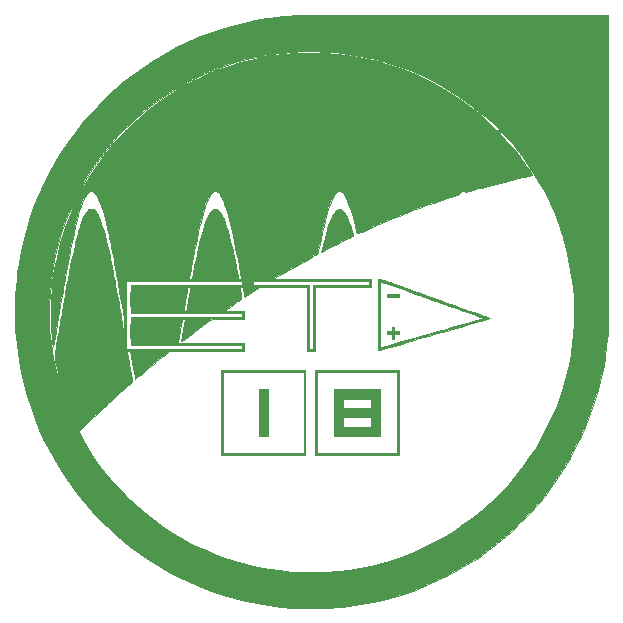
<source format=gbr>
%TF.GenerationSoftware,KiCad,Pcbnew,(6.0.1-0)*%
%TF.CreationDate,2022-01-28T16:02:20+01:00*%
%TF.ProjectId,badge,62616467-652e-46b6-9963-61645f706362,rev?*%
%TF.SameCoordinates,Original*%
%TF.FileFunction,Copper,L1,Top*%
%TF.FilePolarity,Positive*%
%FSLAX46Y46*%
G04 Gerber Fmt 4.6, Leading zero omitted, Abs format (unit mm)*
G04 Created by KiCad (PCBNEW (6.0.1-0)) date 2022-01-28 16:02:20*
%MOMM*%
%LPD*%
G01*
G04 APERTURE LIST*
%TA.AperFunction,EtchedComponent*%
%ADD10C,0.010000*%
%TD*%
%TA.AperFunction,SMDPad,CuDef*%
%ADD11R,2.600000X3.600000*%
%TD*%
G04 APERTURE END LIST*
D10*
%TO.C,Ref\u002A\u002A*%
X222722899Y-99611412D02*
X222722872Y-100513988D01*
X222722872Y-100513988D02*
X222722826Y-101375281D01*
X222722826Y-101375281D02*
X222722756Y-102196337D01*
X222722756Y-102196337D02*
X222722656Y-102978208D01*
X222722656Y-102978208D02*
X222722521Y-103721943D01*
X222722521Y-103721943D02*
X222722345Y-104428589D01*
X222722345Y-104428589D02*
X222722123Y-105099197D01*
X222722123Y-105099197D02*
X222721850Y-105734815D01*
X222721850Y-105734815D02*
X222721519Y-106336493D01*
X222721519Y-106336493D02*
X222721125Y-106905280D01*
X222721125Y-106905280D02*
X222720664Y-107442225D01*
X222720664Y-107442225D02*
X222720129Y-107948377D01*
X222720129Y-107948377D02*
X222719515Y-108424785D01*
X222719515Y-108424785D02*
X222718816Y-108872498D01*
X222718816Y-108872498D02*
X222718028Y-109292566D01*
X222718028Y-109292566D02*
X222717144Y-109686037D01*
X222717144Y-109686037D02*
X222716159Y-110053961D01*
X222716159Y-110053961D02*
X222715068Y-110397386D01*
X222715068Y-110397386D02*
X222713864Y-110717363D01*
X222713864Y-110717363D02*
X222712544Y-111014939D01*
X222712544Y-111014939D02*
X222711100Y-111291165D01*
X222711100Y-111291165D02*
X222709529Y-111547089D01*
X222709529Y-111547089D02*
X222707823Y-111783761D01*
X222707823Y-111783761D02*
X222705978Y-112002229D01*
X222705978Y-112002229D02*
X222703988Y-112203542D01*
X222703988Y-112203542D02*
X222701849Y-112388751D01*
X222701849Y-112388751D02*
X222699553Y-112558903D01*
X222699553Y-112558903D02*
X222697096Y-112715048D01*
X222697096Y-112715048D02*
X222694473Y-112858236D01*
X222694473Y-112858236D02*
X222691677Y-112989514D01*
X222691677Y-112989514D02*
X222688704Y-113109934D01*
X222688704Y-113109934D02*
X222685548Y-113220542D01*
X222685548Y-113220542D02*
X222682203Y-113322390D01*
X222682203Y-113322390D02*
X222678664Y-113416525D01*
X222678664Y-113416525D02*
X222674926Y-113503997D01*
X222674926Y-113503997D02*
X222670982Y-113585855D01*
X222670982Y-113585855D02*
X222666828Y-113663148D01*
X222666828Y-113663148D02*
X222662459Y-113736925D01*
X222662459Y-113736925D02*
X222657867Y-113808236D01*
X222657867Y-113808236D02*
X222653049Y-113878129D01*
X222653049Y-113878129D02*
X222648059Y-113946834D01*
X222648059Y-113946834D02*
X222550262Y-114985901D01*
X222550262Y-114985901D02*
X222411850Y-116013155D01*
X222411850Y-116013155D02*
X222232909Y-117028323D01*
X222232909Y-117028323D02*
X222013526Y-118031132D01*
X222013526Y-118031132D02*
X221753787Y-119021308D01*
X221753787Y-119021308D02*
X221453779Y-119998579D01*
X221453779Y-119998579D02*
X221113588Y-120962672D01*
X221113588Y-120962672D02*
X220733300Y-121913313D01*
X220733300Y-121913313D02*
X220313001Y-122850231D01*
X220313001Y-122850231D02*
X219852779Y-123773152D01*
X219852779Y-123773152D02*
X219352719Y-124681804D01*
X219352719Y-124681804D02*
X219131477Y-125058044D01*
X219131477Y-125058044D02*
X219021594Y-125237598D01*
X219021594Y-125237598D02*
X218891714Y-125443512D01*
X218891714Y-125443512D02*
X218746971Y-125668082D01*
X218746971Y-125668082D02*
X218592498Y-125903601D01*
X218592498Y-125903601D02*
X218433430Y-126142363D01*
X218433430Y-126142363D02*
X218274899Y-126376662D01*
X218274899Y-126376662D02*
X218122040Y-126598793D01*
X218122040Y-126598793D02*
X217979986Y-126801048D01*
X217979986Y-126801048D02*
X217854464Y-126974917D01*
X217854464Y-126974917D02*
X217238414Y-127777825D01*
X217238414Y-127777825D02*
X216588657Y-128557283D01*
X216588657Y-128557283D02*
X215907210Y-129311352D01*
X215907210Y-129311352D02*
X215196090Y-130038091D01*
X215196090Y-130038091D02*
X214457316Y-130735561D01*
X214457316Y-130735561D02*
X213692903Y-131401825D01*
X213692903Y-131401825D02*
X212904870Y-132034942D01*
X212904870Y-132034942D02*
X212095235Y-132632974D01*
X212095235Y-132632974D02*
X211643680Y-132944736D01*
X211643680Y-132944736D02*
X210768372Y-133509399D01*
X210768372Y-133509399D02*
X209876964Y-134034927D01*
X209876964Y-134034927D02*
X208969791Y-134521201D01*
X208969791Y-134521201D02*
X208047195Y-134968096D01*
X208047195Y-134968096D02*
X207109513Y-135375490D01*
X207109513Y-135375490D02*
X206157083Y-135743260D01*
X206157083Y-135743260D02*
X205190245Y-136071284D01*
X205190245Y-136071284D02*
X204209337Y-136359440D01*
X204209337Y-136359440D02*
X203214698Y-136607605D01*
X203214698Y-136607605D02*
X202206667Y-136815655D01*
X202206667Y-136815655D02*
X201185581Y-136983469D01*
X201185581Y-136983469D02*
X200151781Y-137110924D01*
X200151781Y-137110924D02*
X200127750Y-137113391D01*
X200127750Y-137113391D02*
X199914165Y-137134671D01*
X199914165Y-137134671D02*
X199718452Y-137152805D01*
X199718452Y-137152805D02*
X199534591Y-137168063D01*
X199534591Y-137168063D02*
X199356564Y-137180714D01*
X199356564Y-137180714D02*
X199178351Y-137191027D01*
X199178351Y-137191027D02*
X198993932Y-137199270D01*
X198993932Y-137199270D02*
X198797287Y-137205713D01*
X198797287Y-137205713D02*
X198582397Y-137210626D01*
X198582397Y-137210626D02*
X198343242Y-137214276D01*
X198343242Y-137214276D02*
X198073803Y-137216933D01*
X198073803Y-137216933D02*
X197768059Y-137218866D01*
X197768059Y-137218866D02*
X197767667Y-137218868D01*
X197767667Y-137218868D02*
X197543066Y-137219871D01*
X197543066Y-137219871D02*
X197328467Y-137220556D01*
X197328467Y-137220556D02*
X197128098Y-137220928D01*
X197128098Y-137220928D02*
X196946187Y-137220994D01*
X196946187Y-137220994D02*
X196786960Y-137220756D01*
X196786960Y-137220756D02*
X196654647Y-137220220D01*
X196654647Y-137220220D02*
X196553473Y-137219391D01*
X196553473Y-137219391D02*
X196487668Y-137218274D01*
X196487668Y-137218274D02*
X196465917Y-137217399D01*
X196465917Y-137217399D02*
X196409292Y-137213603D01*
X196409292Y-137213603D02*
X196319992Y-137207914D01*
X196319992Y-137207914D02*
X196207602Y-137200930D01*
X196207602Y-137200930D02*
X196081708Y-137193247D01*
X196081708Y-137193247D02*
X195989667Y-137187713D01*
X195989667Y-137187713D02*
X194995945Y-137107443D01*
X194995945Y-137107443D02*
X194001580Y-136985612D01*
X194001580Y-136985612D02*
X193009361Y-136822851D01*
X193009361Y-136822851D02*
X192022082Y-136619792D01*
X192022082Y-136619792D02*
X191042535Y-136377069D01*
X191042535Y-136377069D02*
X190073511Y-136095312D01*
X190073511Y-136095312D02*
X189117802Y-135775153D01*
X189117802Y-135775153D02*
X188189750Y-135421896D01*
X188189750Y-135421896D02*
X187466110Y-135115352D01*
X187466110Y-135115352D02*
X186738812Y-134779782D01*
X186738812Y-134779782D02*
X186019393Y-134420929D01*
X186019393Y-134420929D02*
X185319392Y-134044536D01*
X185319392Y-134044536D02*
X184686667Y-133678220D01*
X184686667Y-133678220D02*
X183817280Y-133131999D01*
X183817280Y-133131999D02*
X182975274Y-132554350D01*
X182975274Y-132554350D02*
X182157114Y-131942762D01*
X182157114Y-131942762D02*
X181522250Y-131431421D01*
X181522250Y-131431421D02*
X180978113Y-130963493D01*
X180978113Y-130963493D02*
X180430720Y-130463157D01*
X180430720Y-130463157D02*
X179888386Y-129938726D01*
X179888386Y-129938726D02*
X179359425Y-129398514D01*
X179359425Y-129398514D02*
X178852151Y-128850833D01*
X178852151Y-128850833D02*
X178374878Y-128303998D01*
X178374878Y-128303998D02*
X178272051Y-128181417D01*
X178272051Y-128181417D02*
X177631450Y-127379052D01*
X177631450Y-127379052D02*
X177025523Y-126553126D01*
X177025523Y-126553126D02*
X176454826Y-125704861D01*
X176454826Y-125704861D02*
X175919920Y-124835475D01*
X175919920Y-124835475D02*
X175421362Y-123946190D01*
X175421362Y-123946190D02*
X174959712Y-123038226D01*
X174959712Y-123038226D02*
X174535527Y-122112803D01*
X174535527Y-122112803D02*
X174149366Y-121171142D01*
X174149366Y-121171142D02*
X173801788Y-120214462D01*
X173801788Y-120214462D02*
X173493351Y-119243985D01*
X173493351Y-119243985D02*
X173224613Y-118260931D01*
X173224613Y-118260931D02*
X172996134Y-117266519D01*
X172996134Y-117266519D02*
X172808471Y-116261971D01*
X172808471Y-116261971D02*
X172803666Y-116232834D01*
X172803666Y-116232834D02*
X172700495Y-115552858D01*
X172700495Y-115552858D02*
X172617782Y-114889443D01*
X172617782Y-114889443D02*
X172554651Y-114231638D01*
X172554651Y-114231638D02*
X172510223Y-113568492D01*
X172510223Y-113568492D02*
X172483623Y-112889054D01*
X172483623Y-112889054D02*
X172478497Y-112513673D01*
X172478497Y-112513673D02*
X175366161Y-112513673D01*
X175366161Y-112513673D02*
X175402428Y-113459424D01*
X175402428Y-113459424D02*
X175478589Y-114400059D01*
X175478589Y-114400059D02*
X175501569Y-114613584D01*
X175501569Y-114613584D02*
X175629038Y-115558291D01*
X175629038Y-115558291D02*
X175797030Y-116492388D01*
X175797030Y-116492388D02*
X176004820Y-117414794D01*
X176004820Y-117414794D02*
X176251687Y-118324429D01*
X176251687Y-118324429D02*
X176536904Y-119220212D01*
X176536904Y-119220212D02*
X176859750Y-120101062D01*
X176859750Y-120101062D02*
X177219500Y-120965901D01*
X177219500Y-120965901D02*
X177615430Y-121813646D01*
X177615430Y-121813646D02*
X178046817Y-122643218D01*
X178046817Y-122643218D02*
X178512936Y-123453537D01*
X178512936Y-123453537D02*
X179013065Y-124243521D01*
X179013065Y-124243521D02*
X179546478Y-125012091D01*
X179546478Y-125012091D02*
X180112454Y-125758165D01*
X180112454Y-125758165D02*
X180710267Y-126480665D01*
X180710267Y-126480665D02*
X181339193Y-127178508D01*
X181339193Y-127178508D02*
X181998511Y-127850615D01*
X181998511Y-127850615D02*
X182687494Y-128495906D01*
X182687494Y-128495906D02*
X183405421Y-129113300D01*
X183405421Y-129113300D02*
X184151566Y-129701716D01*
X184151566Y-129701716D02*
X184925206Y-130260075D01*
X184925206Y-130260075D02*
X185725618Y-130787295D01*
X185725618Y-130787295D02*
X186552077Y-131282297D01*
X186552077Y-131282297D02*
X186738283Y-131387302D01*
X186738283Y-131387302D02*
X187587666Y-131836851D01*
X187587666Y-131836851D02*
X188454563Y-132248190D01*
X188454563Y-132248190D02*
X189337634Y-132621011D01*
X189337634Y-132621011D02*
X190235544Y-132955008D01*
X190235544Y-132955008D02*
X191146951Y-133249874D01*
X191146951Y-133249874D02*
X192070520Y-133505303D01*
X192070520Y-133505303D02*
X193004910Y-133720988D01*
X193004910Y-133720988D02*
X193948785Y-133896623D01*
X193948785Y-133896623D02*
X194900806Y-134031901D01*
X194900806Y-134031901D02*
X195859634Y-134126514D01*
X195859634Y-134126514D02*
X196823931Y-134180157D01*
X196823931Y-134180157D02*
X197792359Y-134192524D01*
X197792359Y-134192524D02*
X198763579Y-134163306D01*
X198763579Y-134163306D02*
X198836584Y-134159425D01*
X198836584Y-134159425D02*
X199803215Y-134085508D01*
X199803215Y-134085508D02*
X200761404Y-133970435D01*
X200761404Y-133970435D02*
X201710034Y-133814747D01*
X201710034Y-133814747D02*
X202647989Y-133618982D01*
X202647989Y-133618982D02*
X203574152Y-133383679D01*
X203574152Y-133383679D02*
X204487406Y-133109379D01*
X204487406Y-133109379D02*
X205386635Y-132796620D01*
X205386635Y-132796620D02*
X206270723Y-132445943D01*
X206270723Y-132445943D02*
X207138553Y-132057885D01*
X207138553Y-132057885D02*
X207989007Y-131632987D01*
X207989007Y-131632987D02*
X208820971Y-131171788D01*
X208820971Y-131171788D02*
X209633326Y-130674827D01*
X209633326Y-130674827D02*
X210424957Y-130142644D01*
X210424957Y-130142644D02*
X211194747Y-129575778D01*
X211194747Y-129575778D02*
X211941579Y-128974768D01*
X211941579Y-128974768D02*
X212664337Y-128340155D01*
X212664337Y-128340155D02*
X213361904Y-127672476D01*
X213361904Y-127672476D02*
X214033164Y-126972271D01*
X214033164Y-126972271D02*
X214279360Y-126699750D01*
X214279360Y-126699750D02*
X214899454Y-125970544D01*
X214899454Y-125970544D02*
X215485671Y-125216896D01*
X215485671Y-125216896D02*
X216037424Y-124440164D01*
X216037424Y-124440164D02*
X216554122Y-123641705D01*
X216554122Y-123641705D02*
X217035176Y-122822877D01*
X217035176Y-122822877D02*
X217479996Y-121985037D01*
X217479996Y-121985037D02*
X217887992Y-121129543D01*
X217887992Y-121129543D02*
X218258575Y-120257752D01*
X218258575Y-120257752D02*
X218591155Y-119371022D01*
X218591155Y-119371022D02*
X218885142Y-118470709D01*
X218885142Y-118470709D02*
X219139947Y-117558173D01*
X219139947Y-117558173D02*
X219354981Y-116634769D01*
X219354981Y-116634769D02*
X219529653Y-115701855D01*
X219529653Y-115701855D02*
X219663374Y-114760789D01*
X219663374Y-114760789D02*
X219726860Y-114158500D01*
X219726860Y-114158500D02*
X219755873Y-113796204D01*
X219755873Y-113796204D02*
X219779245Y-113412139D01*
X219779245Y-113412139D02*
X219796821Y-113014883D01*
X219796821Y-113014883D02*
X219808441Y-112613014D01*
X219808441Y-112613014D02*
X219813951Y-112215109D01*
X219813951Y-112215109D02*
X219813191Y-111829746D01*
X219813191Y-111829746D02*
X219806005Y-111465502D01*
X219806005Y-111465502D02*
X219792236Y-111130955D01*
X219792236Y-111130955D02*
X219784671Y-111004667D01*
X219784671Y-111004667D02*
X219701481Y-110038301D01*
X219701481Y-110038301D02*
X219580266Y-109084035D01*
X219580266Y-109084035D02*
X219420199Y-108137127D01*
X219420199Y-108137127D02*
X219220452Y-107192837D01*
X219220452Y-107192837D02*
X218980197Y-106246422D01*
X218980197Y-106246422D02*
X218910802Y-105998750D01*
X218910802Y-105998750D02*
X218845710Y-105771508D01*
X218845710Y-105771508D02*
X218790031Y-105578992D01*
X218790031Y-105578992D02*
X218741864Y-105415134D01*
X218741864Y-105415134D02*
X218699309Y-105273865D01*
X218699309Y-105273865D02*
X218660465Y-105149117D01*
X218660465Y-105149117D02*
X218623433Y-105034824D01*
X218623433Y-105034824D02*
X218586311Y-104924915D01*
X218586311Y-104924915D02*
X218547199Y-104813324D01*
X218547199Y-104813324D02*
X218504197Y-104693983D01*
X218504197Y-104693983D02*
X218489853Y-104654667D01*
X218489853Y-104654667D02*
X218291499Y-104129802D01*
X218291499Y-104129802D02*
X218088310Y-103628618D01*
X218088310Y-103628618D02*
X217876532Y-103143360D01*
X217876532Y-103143360D02*
X217652412Y-102666273D01*
X217652412Y-102666273D02*
X217412196Y-102189604D01*
X217412196Y-102189604D02*
X217152129Y-101705597D01*
X217152129Y-101705597D02*
X216868459Y-101206498D01*
X216868459Y-101206498D02*
X216609590Y-100770584D01*
X216609590Y-100770584D02*
X216246818Y-100191228D01*
X216246818Y-100191228D02*
X215861820Y-99615864D01*
X215861820Y-99615864D02*
X215458429Y-99049295D01*
X215458429Y-99049295D02*
X215040477Y-98496323D01*
X215040477Y-98496323D02*
X214611797Y-97961751D01*
X214611797Y-97961751D02*
X214176221Y-97450384D01*
X214176221Y-97450384D02*
X213737582Y-96967023D01*
X213737582Y-96967023D02*
X213299712Y-96516473D01*
X213299712Y-96516473D02*
X212938681Y-96170013D01*
X212938681Y-96170013D02*
X212373200Y-95661790D01*
X212373200Y-95661790D02*
X211799885Y-95178980D01*
X211799885Y-95178980D02*
X211213530Y-94717851D01*
X211213530Y-94717851D02*
X210608930Y-94274672D01*
X210608930Y-94274672D02*
X209980878Y-93845709D01*
X209980878Y-93845709D02*
X209324169Y-93427230D01*
X209324169Y-93427230D02*
X208633598Y-93015504D01*
X208633598Y-93015504D02*
X208181667Y-92759493D01*
X208181667Y-92759493D02*
X207430668Y-92361342D01*
X207430668Y-92361342D02*
X206679105Y-92002190D01*
X206679105Y-92002190D02*
X205920094Y-91679177D01*
X205920094Y-91679177D02*
X205146747Y-91389443D01*
X205146747Y-91389443D02*
X204352180Y-91130130D01*
X204352180Y-91130130D02*
X204028931Y-91034871D01*
X204028931Y-91034871D02*
X203659979Y-90930872D01*
X203659979Y-90930872D02*
X203321789Y-90839032D01*
X203321789Y-90839032D02*
X203005290Y-90757178D01*
X203005290Y-90757178D02*
X202701409Y-90683137D01*
X202701409Y-90683137D02*
X202401076Y-90614735D01*
X202401076Y-90614735D02*
X202095219Y-90549801D01*
X202095219Y-90549801D02*
X201774766Y-90486160D01*
X201774766Y-90486160D02*
X201598834Y-90452760D01*
X201598834Y-90452760D02*
X200644091Y-90293667D01*
X200644091Y-90293667D02*
X199697630Y-90175660D01*
X199697630Y-90175660D02*
X198757619Y-90098716D01*
X198757619Y-90098716D02*
X197822228Y-90062814D01*
X197822228Y-90062814D02*
X196889629Y-90067931D01*
X196889629Y-90067931D02*
X195957990Y-90114046D01*
X195957990Y-90114046D02*
X195025481Y-90201135D01*
X195025481Y-90201135D02*
X194090273Y-90329178D01*
X194090273Y-90329178D02*
X193904750Y-90359364D01*
X193904750Y-90359364D02*
X192947151Y-90540451D01*
X192947151Y-90540451D02*
X192002824Y-90761560D01*
X192002824Y-90761560D02*
X191072675Y-91022222D01*
X191072675Y-91022222D02*
X190157606Y-91321974D01*
X190157606Y-91321974D02*
X189258522Y-91660350D01*
X189258522Y-91660350D02*
X188376327Y-92036884D01*
X188376327Y-92036884D02*
X187511923Y-92451111D01*
X187511923Y-92451111D02*
X186666216Y-92902565D01*
X186666216Y-92902565D02*
X185840108Y-93390780D01*
X185840108Y-93390780D02*
X185034503Y-93915292D01*
X185034503Y-93915292D02*
X184250306Y-94475634D01*
X184250306Y-94475634D02*
X183488420Y-95071341D01*
X183488420Y-95071341D02*
X182749748Y-95701947D01*
X182749748Y-95701947D02*
X182035195Y-96366987D01*
X182035195Y-96366987D02*
X181808605Y-96590167D01*
X181808605Y-96590167D02*
X181142533Y-97284961D01*
X181142533Y-97284961D02*
X180509445Y-98005639D01*
X180509445Y-98005639D02*
X179909947Y-98751007D01*
X179909947Y-98751007D02*
X179344645Y-99519873D01*
X179344645Y-99519873D02*
X178814145Y-100311045D01*
X178814145Y-100311045D02*
X178319054Y-101123331D01*
X178319054Y-101123331D02*
X177859978Y-101955538D01*
X177859978Y-101955538D02*
X177437524Y-102806474D01*
X177437524Y-102806474D02*
X177052298Y-103674948D01*
X177052298Y-103674948D02*
X176704906Y-104559766D01*
X176704906Y-104559766D02*
X176395955Y-105459736D01*
X176395955Y-105459736D02*
X176126052Y-106373667D01*
X176126052Y-106373667D02*
X175895802Y-107300365D01*
X175895802Y-107300365D02*
X175705812Y-108238640D01*
X175705812Y-108238640D02*
X175618418Y-108761000D01*
X175618418Y-108761000D02*
X175495918Y-109686469D01*
X175495918Y-109686469D02*
X175412988Y-110623120D01*
X175412988Y-110623120D02*
X175369709Y-111566880D01*
X175369709Y-111566880D02*
X175366161Y-112513673D01*
X175366161Y-112513673D02*
X172478497Y-112513673D01*
X172478497Y-112513673D02*
X172473972Y-112182374D01*
X172473972Y-112182374D02*
X172473905Y-112115917D01*
X172473905Y-112115917D02*
X172482047Y-111406194D01*
X172482047Y-111406194D02*
X172507059Y-110724717D01*
X172507059Y-110724717D02*
X172549817Y-110060535D01*
X172549817Y-110060535D02*
X172611200Y-109402696D01*
X172611200Y-109402696D02*
X172692083Y-108740251D01*
X172692083Y-108740251D02*
X172793344Y-108062247D01*
X172793344Y-108062247D02*
X172803666Y-107999000D01*
X172803666Y-107999000D02*
X172989854Y-106995233D01*
X172989854Y-106995233D02*
X173216203Y-106003600D01*
X173216203Y-106003600D02*
X173482023Y-105025130D01*
X173482023Y-105025130D02*
X173786627Y-104060847D01*
X173786627Y-104060847D02*
X174129325Y-103111778D01*
X174129325Y-103111778D02*
X174509428Y-102178952D01*
X174509428Y-102178952D02*
X174926247Y-101263393D01*
X174926247Y-101263393D02*
X175379093Y-100366129D01*
X175379093Y-100366129D02*
X175867278Y-99488186D01*
X175867278Y-99488186D02*
X176390111Y-98630591D01*
X176390111Y-98630591D02*
X176946904Y-97794371D01*
X176946904Y-97794371D02*
X177536969Y-96980551D01*
X177536969Y-96980551D02*
X178159616Y-96190160D01*
X178159616Y-96190160D02*
X178814156Y-95424223D01*
X178814156Y-95424223D02*
X179499900Y-94683767D01*
X179499900Y-94683767D02*
X180216159Y-93969819D01*
X180216159Y-93969819D02*
X180962245Y-93283405D01*
X180962245Y-93283405D02*
X181737468Y-92625552D01*
X181737468Y-92625552D02*
X182541139Y-91997287D01*
X182541139Y-91997287D02*
X183372569Y-91399636D01*
X183372569Y-91399636D02*
X184231070Y-90833627D01*
X184231070Y-90833627D02*
X184390334Y-90733998D01*
X184390334Y-90733998D02*
X185259180Y-90219724D01*
X185259180Y-90219724D02*
X186150030Y-89741026D01*
X186150030Y-89741026D02*
X187060950Y-89298561D01*
X187060950Y-89298561D02*
X187990008Y-88892990D01*
X187990008Y-88892990D02*
X188935269Y-88524971D01*
X188935269Y-88524971D02*
X189894801Y-88195164D01*
X189894801Y-88195164D02*
X190866670Y-87904228D01*
X190866670Y-87904228D02*
X191848942Y-87652822D01*
X191848942Y-87652822D02*
X192839684Y-87441605D01*
X192839684Y-87441605D02*
X193836963Y-87271237D01*
X193836963Y-87271237D02*
X194838846Y-87142376D01*
X194838846Y-87142376D02*
X194963084Y-87129345D01*
X194963084Y-87129345D02*
X195037633Y-87121586D01*
X195037633Y-87121586D02*
X195106704Y-87114182D01*
X195106704Y-87114182D02*
X195171334Y-87107125D01*
X195171334Y-87107125D02*
X195232557Y-87100405D01*
X195232557Y-87100405D02*
X195291411Y-87094014D01*
X195291411Y-87094014D02*
X195348930Y-87087944D01*
X195348930Y-87087944D02*
X195406153Y-87082186D01*
X195406153Y-87082186D02*
X195464114Y-87076730D01*
X195464114Y-87076730D02*
X195523850Y-87071569D01*
X195523850Y-87071569D02*
X195586397Y-87066693D01*
X195586397Y-87066693D02*
X195652791Y-87062094D01*
X195652791Y-87062094D02*
X195724068Y-87057764D01*
X195724068Y-87057764D02*
X195801264Y-87053693D01*
X195801264Y-87053693D02*
X195885416Y-87049872D01*
X195885416Y-87049872D02*
X195977560Y-87046294D01*
X195977560Y-87046294D02*
X196078731Y-87042949D01*
X196078731Y-87042949D02*
X196189966Y-87039829D01*
X196189966Y-87039829D02*
X196312302Y-87036925D01*
X196312302Y-87036925D02*
X196446773Y-87034229D01*
X196446773Y-87034229D02*
X196594417Y-87031731D01*
X196594417Y-87031731D02*
X196756270Y-87029423D01*
X196756270Y-87029423D02*
X196933367Y-87027296D01*
X196933367Y-87027296D02*
X197126745Y-87025341D01*
X197126745Y-87025341D02*
X197337440Y-87023551D01*
X197337440Y-87023551D02*
X197566488Y-87021916D01*
X197566488Y-87021916D02*
X197814925Y-87020427D01*
X197814925Y-87020427D02*
X198083787Y-87019076D01*
X198083787Y-87019076D02*
X198374111Y-87017854D01*
X198374111Y-87017854D02*
X198686933Y-87016752D01*
X198686933Y-87016752D02*
X199023288Y-87015762D01*
X199023288Y-87015762D02*
X199384214Y-87014875D01*
X199384214Y-87014875D02*
X199770745Y-87014083D01*
X199770745Y-87014083D02*
X200183919Y-87013376D01*
X200183919Y-87013376D02*
X200624771Y-87012745D01*
X200624771Y-87012745D02*
X201094337Y-87012183D01*
X201094337Y-87012183D02*
X201593654Y-87011681D01*
X201593654Y-87011681D02*
X202123758Y-87011229D01*
X202123758Y-87011229D02*
X202685685Y-87010820D01*
X202685685Y-87010820D02*
X203280471Y-87010444D01*
X203280471Y-87010444D02*
X203909152Y-87010092D01*
X203909152Y-87010092D02*
X204572765Y-87009757D01*
X204572765Y-87009757D02*
X205272345Y-87009429D01*
X205272345Y-87009429D02*
X206008928Y-87009099D01*
X206008928Y-87009099D02*
X206783552Y-87008760D01*
X206783552Y-87008760D02*
X207597251Y-87008402D01*
X207597251Y-87008402D02*
X208451062Y-87008016D01*
X208451062Y-87008016D02*
X209346022Y-87007594D01*
X209346022Y-87007594D02*
X209478125Y-87007530D01*
X209478125Y-87007530D02*
X222723167Y-87001074D01*
X222723167Y-87001074D02*
X222722899Y-99611412D01*
X222722899Y-99611412D02*
X222722899Y-99611412D01*
G36*
X172473905Y-112115917D02*
G01*
X172482047Y-111406194D01*
X172507059Y-110724717D01*
X172549817Y-110060535D01*
X172611200Y-109402696D01*
X172692083Y-108740251D01*
X172793344Y-108062247D01*
X172803666Y-107999000D01*
X172989854Y-106995233D01*
X173216203Y-106003600D01*
X173482023Y-105025130D01*
X173786627Y-104060847D01*
X174129325Y-103111778D01*
X174509428Y-102178952D01*
X174926247Y-101263393D01*
X175379093Y-100366129D01*
X175867278Y-99488186D01*
X176390111Y-98630591D01*
X176946904Y-97794371D01*
X177536969Y-96980551D01*
X178159616Y-96190160D01*
X178814156Y-95424223D01*
X179499900Y-94683767D01*
X180216159Y-93969819D01*
X180962245Y-93283405D01*
X181737468Y-92625552D01*
X182541139Y-91997287D01*
X183372569Y-91399636D01*
X184231070Y-90833627D01*
X184390334Y-90733998D01*
X185259180Y-90219724D01*
X186150030Y-89741026D01*
X187060950Y-89298561D01*
X187990008Y-88892990D01*
X188935269Y-88524971D01*
X189894801Y-88195164D01*
X190866670Y-87904228D01*
X191848942Y-87652822D01*
X192839684Y-87441605D01*
X193836963Y-87271237D01*
X194838846Y-87142376D01*
X194963084Y-87129345D01*
X195037633Y-87121586D01*
X195106704Y-87114182D01*
X195171334Y-87107125D01*
X195232557Y-87100405D01*
X195291411Y-87094014D01*
X195348930Y-87087944D01*
X195406153Y-87082186D01*
X195464114Y-87076730D01*
X195523850Y-87071569D01*
X195586397Y-87066693D01*
X195652791Y-87062094D01*
X195724068Y-87057764D01*
X195801264Y-87053693D01*
X195885416Y-87049872D01*
X195977560Y-87046294D01*
X196078731Y-87042949D01*
X196189966Y-87039829D01*
X196312302Y-87036925D01*
X196446773Y-87034229D01*
X196594417Y-87031731D01*
X196756270Y-87029423D01*
X196933367Y-87027296D01*
X197126745Y-87025341D01*
X197337440Y-87023551D01*
X197566488Y-87021916D01*
X197814925Y-87020427D01*
X198083787Y-87019076D01*
X198374111Y-87017854D01*
X198686933Y-87016752D01*
X199023288Y-87015762D01*
X199384214Y-87014875D01*
X199770745Y-87014083D01*
X200183919Y-87013376D01*
X200624771Y-87012745D01*
X201094337Y-87012183D01*
X201593654Y-87011681D01*
X202123758Y-87011229D01*
X202685685Y-87010820D01*
X203280471Y-87010444D01*
X203909152Y-87010092D01*
X204572765Y-87009757D01*
X205272345Y-87009429D01*
X206008928Y-87009099D01*
X206783552Y-87008760D01*
X207597251Y-87008402D01*
X208451062Y-87008016D01*
X209346022Y-87007594D01*
X209478125Y-87007530D01*
X222723167Y-87001074D01*
X222722899Y-99611412D01*
X222722872Y-100513988D01*
X222722826Y-101375281D01*
X222722756Y-102196337D01*
X222722656Y-102978208D01*
X222722521Y-103721943D01*
X222722345Y-104428589D01*
X222722123Y-105099197D01*
X222721850Y-105734815D01*
X222721519Y-106336493D01*
X222721125Y-106905280D01*
X222720664Y-107442225D01*
X222720129Y-107948377D01*
X222719515Y-108424785D01*
X222718816Y-108872498D01*
X222718028Y-109292566D01*
X222717144Y-109686037D01*
X222716159Y-110053961D01*
X222715068Y-110397386D01*
X222713864Y-110717363D01*
X222712544Y-111014939D01*
X222711100Y-111291165D01*
X222709529Y-111547089D01*
X222707823Y-111783761D01*
X222705978Y-112002229D01*
X222703988Y-112203542D01*
X222701849Y-112388751D01*
X222699553Y-112558903D01*
X222697096Y-112715048D01*
X222694473Y-112858236D01*
X222691677Y-112989514D01*
X222688704Y-113109934D01*
X222685548Y-113220542D01*
X222682203Y-113322390D01*
X222678664Y-113416525D01*
X222674926Y-113503997D01*
X222670982Y-113585855D01*
X222666828Y-113663148D01*
X222662459Y-113736925D01*
X222657867Y-113808236D01*
X222653049Y-113878129D01*
X222648059Y-113946834D01*
X222550262Y-114985901D01*
X222411850Y-116013155D01*
X222232909Y-117028323D01*
X222013526Y-118031132D01*
X221753787Y-119021308D01*
X221453779Y-119998579D01*
X221113588Y-120962672D01*
X220733300Y-121913313D01*
X220313001Y-122850231D01*
X219852779Y-123773152D01*
X219352719Y-124681804D01*
X219131477Y-125058044D01*
X219021594Y-125237598D01*
X218891714Y-125443512D01*
X218746971Y-125668082D01*
X218592498Y-125903601D01*
X218433430Y-126142363D01*
X218274899Y-126376662D01*
X218122040Y-126598793D01*
X217979986Y-126801048D01*
X217854464Y-126974917D01*
X217238414Y-127777825D01*
X216588657Y-128557283D01*
X215907210Y-129311352D01*
X215196090Y-130038091D01*
X214457316Y-130735561D01*
X213692903Y-131401825D01*
X212904870Y-132034942D01*
X212095235Y-132632974D01*
X211643680Y-132944736D01*
X210768372Y-133509399D01*
X209876964Y-134034927D01*
X208969791Y-134521201D01*
X208047195Y-134968096D01*
X207109513Y-135375490D01*
X206157083Y-135743260D01*
X205190245Y-136071284D01*
X204209337Y-136359440D01*
X203214698Y-136607605D01*
X202206667Y-136815655D01*
X201185581Y-136983469D01*
X200151781Y-137110924D01*
X200127750Y-137113391D01*
X199914165Y-137134671D01*
X199718452Y-137152805D01*
X199534591Y-137168063D01*
X199356564Y-137180714D01*
X199178351Y-137191027D01*
X198993932Y-137199270D01*
X198797287Y-137205713D01*
X198582397Y-137210626D01*
X198343242Y-137214276D01*
X198073803Y-137216933D01*
X197768059Y-137218866D01*
X197767667Y-137218868D01*
X197543066Y-137219871D01*
X197328467Y-137220556D01*
X197128098Y-137220928D01*
X196946187Y-137220994D01*
X196786960Y-137220756D01*
X196654647Y-137220220D01*
X196553473Y-137219391D01*
X196487668Y-137218274D01*
X196465917Y-137217399D01*
X196409292Y-137213603D01*
X196319992Y-137207914D01*
X196207602Y-137200930D01*
X196081708Y-137193247D01*
X195989667Y-137187713D01*
X194995945Y-137107443D01*
X194001580Y-136985612D01*
X193009361Y-136822851D01*
X192022082Y-136619792D01*
X191042535Y-136377069D01*
X190073511Y-136095312D01*
X189117802Y-135775153D01*
X188189750Y-135421896D01*
X187466110Y-135115352D01*
X186738812Y-134779782D01*
X186019393Y-134420929D01*
X185319392Y-134044536D01*
X184686667Y-133678220D01*
X183817280Y-133131999D01*
X182975274Y-132554350D01*
X182157114Y-131942762D01*
X181522250Y-131431421D01*
X180978113Y-130963493D01*
X180430720Y-130463157D01*
X179888386Y-129938726D01*
X179359425Y-129398514D01*
X178852151Y-128850833D01*
X178374878Y-128303998D01*
X178272051Y-128181417D01*
X177631450Y-127379052D01*
X177025523Y-126553126D01*
X176454826Y-125704861D01*
X175919920Y-124835475D01*
X175421362Y-123946190D01*
X174959712Y-123038226D01*
X174535527Y-122112803D01*
X174149366Y-121171142D01*
X173801788Y-120214462D01*
X173493351Y-119243985D01*
X173224613Y-118260931D01*
X172996134Y-117266519D01*
X172808471Y-116261971D01*
X172803666Y-116232834D01*
X172700495Y-115552858D01*
X172617782Y-114889443D01*
X172554651Y-114231638D01*
X172510223Y-113568492D01*
X172483623Y-112889054D01*
X172478497Y-112513673D01*
X175366161Y-112513673D01*
X175402428Y-113459424D01*
X175478589Y-114400059D01*
X175501569Y-114613584D01*
X175629038Y-115558291D01*
X175797030Y-116492388D01*
X176004820Y-117414794D01*
X176251687Y-118324429D01*
X176536904Y-119220212D01*
X176859750Y-120101062D01*
X177219500Y-120965901D01*
X177615430Y-121813646D01*
X178046817Y-122643218D01*
X178512936Y-123453537D01*
X179013065Y-124243521D01*
X179546478Y-125012091D01*
X180112454Y-125758165D01*
X180710267Y-126480665D01*
X181339193Y-127178508D01*
X181998511Y-127850615D01*
X182687494Y-128495906D01*
X183405421Y-129113300D01*
X184151566Y-129701716D01*
X184925206Y-130260075D01*
X185725618Y-130787295D01*
X186552077Y-131282297D01*
X186738283Y-131387302D01*
X187587666Y-131836851D01*
X188454563Y-132248190D01*
X189337634Y-132621011D01*
X190235544Y-132955008D01*
X191146951Y-133249874D01*
X192070520Y-133505303D01*
X193004910Y-133720988D01*
X193948785Y-133896623D01*
X194900806Y-134031901D01*
X195859634Y-134126514D01*
X196823931Y-134180157D01*
X197792359Y-134192524D01*
X198763579Y-134163306D01*
X198836584Y-134159425D01*
X199803215Y-134085508D01*
X200761404Y-133970435D01*
X201710034Y-133814747D01*
X202647989Y-133618982D01*
X203574152Y-133383679D01*
X204487406Y-133109379D01*
X205386635Y-132796620D01*
X206270723Y-132445943D01*
X207138553Y-132057885D01*
X207989007Y-131632987D01*
X208820971Y-131171788D01*
X209633326Y-130674827D01*
X210424957Y-130142644D01*
X211194747Y-129575778D01*
X211941579Y-128974768D01*
X212664337Y-128340155D01*
X213361904Y-127672476D01*
X214033164Y-126972271D01*
X214279360Y-126699750D01*
X214899454Y-125970544D01*
X215485671Y-125216896D01*
X216037424Y-124440164D01*
X216554122Y-123641705D01*
X217035176Y-122822877D01*
X217479996Y-121985037D01*
X217887992Y-121129543D01*
X218258575Y-120257752D01*
X218591155Y-119371022D01*
X218885142Y-118470709D01*
X219139947Y-117558173D01*
X219354981Y-116634769D01*
X219529653Y-115701855D01*
X219663374Y-114760789D01*
X219726860Y-114158500D01*
X219755873Y-113796204D01*
X219779245Y-113412139D01*
X219796821Y-113014883D01*
X219808441Y-112613014D01*
X219813951Y-112215109D01*
X219813191Y-111829746D01*
X219806005Y-111465502D01*
X219792236Y-111130955D01*
X219784671Y-111004667D01*
X219701481Y-110038301D01*
X219580266Y-109084035D01*
X219420199Y-108137127D01*
X219220452Y-107192837D01*
X218980197Y-106246422D01*
X218910802Y-105998750D01*
X218845710Y-105771508D01*
X218790031Y-105578992D01*
X218741864Y-105415134D01*
X218699309Y-105273865D01*
X218660465Y-105149117D01*
X218623433Y-105034824D01*
X218586311Y-104924915D01*
X218547199Y-104813324D01*
X218504197Y-104693983D01*
X218489853Y-104654667D01*
X218291499Y-104129802D01*
X218088310Y-103628618D01*
X217876532Y-103143360D01*
X217652412Y-102666273D01*
X217412196Y-102189604D01*
X217152129Y-101705597D01*
X216868459Y-101206498D01*
X216609590Y-100770584D01*
X216246818Y-100191228D01*
X215861820Y-99615864D01*
X215458429Y-99049295D01*
X215040477Y-98496323D01*
X214611797Y-97961751D01*
X214176221Y-97450384D01*
X213737582Y-96967023D01*
X213299712Y-96516473D01*
X212938681Y-96170013D01*
X212373200Y-95661790D01*
X211799885Y-95178980D01*
X211213530Y-94717851D01*
X210608930Y-94274672D01*
X209980878Y-93845709D01*
X209324169Y-93427230D01*
X208633598Y-93015504D01*
X208181667Y-92759493D01*
X207430668Y-92361342D01*
X206679105Y-92002190D01*
X205920094Y-91679177D01*
X205146747Y-91389443D01*
X204352180Y-91130130D01*
X204028931Y-91034871D01*
X203659979Y-90930872D01*
X203321789Y-90839032D01*
X203005290Y-90757178D01*
X202701409Y-90683137D01*
X202401076Y-90614735D01*
X202095219Y-90549801D01*
X201774766Y-90486160D01*
X201598834Y-90452760D01*
X200644091Y-90293667D01*
X199697630Y-90175660D01*
X198757619Y-90098716D01*
X197822228Y-90062814D01*
X196889629Y-90067931D01*
X195957990Y-90114046D01*
X195025481Y-90201135D01*
X194090273Y-90329178D01*
X193904750Y-90359364D01*
X192947151Y-90540451D01*
X192002824Y-90761560D01*
X191072675Y-91022222D01*
X190157606Y-91321974D01*
X189258522Y-91660350D01*
X188376327Y-92036884D01*
X187511923Y-92451111D01*
X186666216Y-92902565D01*
X185840108Y-93390780D01*
X185034503Y-93915292D01*
X184250306Y-94475634D01*
X183488420Y-95071341D01*
X182749748Y-95701947D01*
X182035195Y-96366987D01*
X181808605Y-96590167D01*
X181142533Y-97284961D01*
X180509445Y-98005639D01*
X179909947Y-98751007D01*
X179344645Y-99519873D01*
X178814145Y-100311045D01*
X178319054Y-101123331D01*
X177859978Y-101955538D01*
X177437524Y-102806474D01*
X177052298Y-103674948D01*
X176704906Y-104559766D01*
X176395955Y-105459736D01*
X176126052Y-106373667D01*
X175895802Y-107300365D01*
X175705812Y-108238640D01*
X175618418Y-108761000D01*
X175495918Y-109686469D01*
X175412988Y-110623120D01*
X175369709Y-111566880D01*
X175366161Y-112513673D01*
X172478497Y-112513673D01*
X172473972Y-112182374D01*
X172473905Y-112115917D01*
G37*
X172473905Y-112115917D02*
X172482047Y-111406194D01*
X172507059Y-110724717D01*
X172549817Y-110060535D01*
X172611200Y-109402696D01*
X172692083Y-108740251D01*
X172793344Y-108062247D01*
X172803666Y-107999000D01*
X172989854Y-106995233D01*
X173216203Y-106003600D01*
X173482023Y-105025130D01*
X173786627Y-104060847D01*
X174129325Y-103111778D01*
X174509428Y-102178952D01*
X174926247Y-101263393D01*
X175379093Y-100366129D01*
X175867278Y-99488186D01*
X176390111Y-98630591D01*
X176946904Y-97794371D01*
X177536969Y-96980551D01*
X178159616Y-96190160D01*
X178814156Y-95424223D01*
X179499900Y-94683767D01*
X180216159Y-93969819D01*
X180962245Y-93283405D01*
X181737468Y-92625552D01*
X182541139Y-91997287D01*
X183372569Y-91399636D01*
X184231070Y-90833627D01*
X184390334Y-90733998D01*
X185259180Y-90219724D01*
X186150030Y-89741026D01*
X187060950Y-89298561D01*
X187990008Y-88892990D01*
X188935269Y-88524971D01*
X189894801Y-88195164D01*
X190866670Y-87904228D01*
X191848942Y-87652822D01*
X192839684Y-87441605D01*
X193836963Y-87271237D01*
X194838846Y-87142376D01*
X194963084Y-87129345D01*
X195037633Y-87121586D01*
X195106704Y-87114182D01*
X195171334Y-87107125D01*
X195232557Y-87100405D01*
X195291411Y-87094014D01*
X195348930Y-87087944D01*
X195406153Y-87082186D01*
X195464114Y-87076730D01*
X195523850Y-87071569D01*
X195586397Y-87066693D01*
X195652791Y-87062094D01*
X195724068Y-87057764D01*
X195801264Y-87053693D01*
X195885416Y-87049872D01*
X195977560Y-87046294D01*
X196078731Y-87042949D01*
X196189966Y-87039829D01*
X196312302Y-87036925D01*
X196446773Y-87034229D01*
X196594417Y-87031731D01*
X196756270Y-87029423D01*
X196933367Y-87027296D01*
X197126745Y-87025341D01*
X197337440Y-87023551D01*
X197566488Y-87021916D01*
X197814925Y-87020427D01*
X198083787Y-87019076D01*
X198374111Y-87017854D01*
X198686933Y-87016752D01*
X199023288Y-87015762D01*
X199384214Y-87014875D01*
X199770745Y-87014083D01*
X200183919Y-87013376D01*
X200624771Y-87012745D01*
X201094337Y-87012183D01*
X201593654Y-87011681D01*
X202123758Y-87011229D01*
X202685685Y-87010820D01*
X203280471Y-87010444D01*
X203909152Y-87010092D01*
X204572765Y-87009757D01*
X205272345Y-87009429D01*
X206008928Y-87009099D01*
X206783552Y-87008760D01*
X207597251Y-87008402D01*
X208451062Y-87008016D01*
X209346022Y-87007594D01*
X209478125Y-87007530D01*
X222723167Y-87001074D01*
X222722899Y-99611412D01*
X222722872Y-100513988D01*
X222722826Y-101375281D01*
X222722756Y-102196337D01*
X222722656Y-102978208D01*
X222722521Y-103721943D01*
X222722345Y-104428589D01*
X222722123Y-105099197D01*
X222721850Y-105734815D01*
X222721519Y-106336493D01*
X222721125Y-106905280D01*
X222720664Y-107442225D01*
X222720129Y-107948377D01*
X222719515Y-108424785D01*
X222718816Y-108872498D01*
X222718028Y-109292566D01*
X222717144Y-109686037D01*
X222716159Y-110053961D01*
X222715068Y-110397386D01*
X222713864Y-110717363D01*
X222712544Y-111014939D01*
X222711100Y-111291165D01*
X222709529Y-111547089D01*
X222707823Y-111783761D01*
X222705978Y-112002229D01*
X222703988Y-112203542D01*
X222701849Y-112388751D01*
X222699553Y-112558903D01*
X222697096Y-112715048D01*
X222694473Y-112858236D01*
X222691677Y-112989514D01*
X222688704Y-113109934D01*
X222685548Y-113220542D01*
X222682203Y-113322390D01*
X222678664Y-113416525D01*
X222674926Y-113503997D01*
X222670982Y-113585855D01*
X222666828Y-113663148D01*
X222662459Y-113736925D01*
X222657867Y-113808236D01*
X222653049Y-113878129D01*
X222648059Y-113946834D01*
X222550262Y-114985901D01*
X222411850Y-116013155D01*
X222232909Y-117028323D01*
X222013526Y-118031132D01*
X221753787Y-119021308D01*
X221453779Y-119998579D01*
X221113588Y-120962672D01*
X220733300Y-121913313D01*
X220313001Y-122850231D01*
X219852779Y-123773152D01*
X219352719Y-124681804D01*
X219131477Y-125058044D01*
X219021594Y-125237598D01*
X218891714Y-125443512D01*
X218746971Y-125668082D01*
X218592498Y-125903601D01*
X218433430Y-126142363D01*
X218274899Y-126376662D01*
X218122040Y-126598793D01*
X217979986Y-126801048D01*
X217854464Y-126974917D01*
X217238414Y-127777825D01*
X216588657Y-128557283D01*
X215907210Y-129311352D01*
X215196090Y-130038091D01*
X214457316Y-130735561D01*
X213692903Y-131401825D01*
X212904870Y-132034942D01*
X212095235Y-132632974D01*
X211643680Y-132944736D01*
X210768372Y-133509399D01*
X209876964Y-134034927D01*
X208969791Y-134521201D01*
X208047195Y-134968096D01*
X207109513Y-135375490D01*
X206157083Y-135743260D01*
X205190245Y-136071284D01*
X204209337Y-136359440D01*
X203214698Y-136607605D01*
X202206667Y-136815655D01*
X201185581Y-136983469D01*
X200151781Y-137110924D01*
X200127750Y-137113391D01*
X199914165Y-137134671D01*
X199718452Y-137152805D01*
X199534591Y-137168063D01*
X199356564Y-137180714D01*
X199178351Y-137191027D01*
X198993932Y-137199270D01*
X198797287Y-137205713D01*
X198582397Y-137210626D01*
X198343242Y-137214276D01*
X198073803Y-137216933D01*
X197768059Y-137218866D01*
X197767667Y-137218868D01*
X197543066Y-137219871D01*
X197328467Y-137220556D01*
X197128098Y-137220928D01*
X196946187Y-137220994D01*
X196786960Y-137220756D01*
X196654647Y-137220220D01*
X196553473Y-137219391D01*
X196487668Y-137218274D01*
X196465917Y-137217399D01*
X196409292Y-137213603D01*
X196319992Y-137207914D01*
X196207602Y-137200930D01*
X196081708Y-137193247D01*
X195989667Y-137187713D01*
X194995945Y-137107443D01*
X194001580Y-136985612D01*
X193009361Y-136822851D01*
X192022082Y-136619792D01*
X191042535Y-136377069D01*
X190073511Y-136095312D01*
X189117802Y-135775153D01*
X188189750Y-135421896D01*
X187466110Y-135115352D01*
X186738812Y-134779782D01*
X186019393Y-134420929D01*
X185319392Y-134044536D01*
X184686667Y-133678220D01*
X183817280Y-133131999D01*
X182975274Y-132554350D01*
X182157114Y-131942762D01*
X181522250Y-131431421D01*
X180978113Y-130963493D01*
X180430720Y-130463157D01*
X179888386Y-129938726D01*
X179359425Y-129398514D01*
X178852151Y-128850833D01*
X178374878Y-128303998D01*
X178272051Y-128181417D01*
X177631450Y-127379052D01*
X177025523Y-126553126D01*
X176454826Y-125704861D01*
X175919920Y-124835475D01*
X175421362Y-123946190D01*
X174959712Y-123038226D01*
X174535527Y-122112803D01*
X174149366Y-121171142D01*
X173801788Y-120214462D01*
X173493351Y-119243985D01*
X173224613Y-118260931D01*
X172996134Y-117266519D01*
X172808471Y-116261971D01*
X172803666Y-116232834D01*
X172700495Y-115552858D01*
X172617782Y-114889443D01*
X172554651Y-114231638D01*
X172510223Y-113568492D01*
X172483623Y-112889054D01*
X172478497Y-112513673D01*
X175366161Y-112513673D01*
X175402428Y-113459424D01*
X175478589Y-114400059D01*
X175501569Y-114613584D01*
X175629038Y-115558291D01*
X175797030Y-116492388D01*
X176004820Y-117414794D01*
X176251687Y-118324429D01*
X176536904Y-119220212D01*
X176859750Y-120101062D01*
X177219500Y-120965901D01*
X177615430Y-121813646D01*
X178046817Y-122643218D01*
X178512936Y-123453537D01*
X179013065Y-124243521D01*
X179546478Y-125012091D01*
X180112454Y-125758165D01*
X180710267Y-126480665D01*
X181339193Y-127178508D01*
X181998511Y-127850615D01*
X182687494Y-128495906D01*
X183405421Y-129113300D01*
X184151566Y-129701716D01*
X184925206Y-130260075D01*
X185725618Y-130787295D01*
X186552077Y-131282297D01*
X186738283Y-131387302D01*
X187587666Y-131836851D01*
X188454563Y-132248190D01*
X189337634Y-132621011D01*
X190235544Y-132955008D01*
X191146951Y-133249874D01*
X192070520Y-133505303D01*
X193004910Y-133720988D01*
X193948785Y-133896623D01*
X194900806Y-134031901D01*
X195859634Y-134126514D01*
X196823931Y-134180157D01*
X197792359Y-134192524D01*
X198763579Y-134163306D01*
X198836584Y-134159425D01*
X199803215Y-134085508D01*
X200761404Y-133970435D01*
X201710034Y-133814747D01*
X202647989Y-133618982D01*
X203574152Y-133383679D01*
X204487406Y-133109379D01*
X205386635Y-132796620D01*
X206270723Y-132445943D01*
X207138553Y-132057885D01*
X207989007Y-131632987D01*
X208820971Y-131171788D01*
X209633326Y-130674827D01*
X210424957Y-130142644D01*
X211194747Y-129575778D01*
X211941579Y-128974768D01*
X212664337Y-128340155D01*
X213361904Y-127672476D01*
X214033164Y-126972271D01*
X214279360Y-126699750D01*
X214899454Y-125970544D01*
X215485671Y-125216896D01*
X216037424Y-124440164D01*
X216554122Y-123641705D01*
X217035176Y-122822877D01*
X217479996Y-121985037D01*
X217887992Y-121129543D01*
X218258575Y-120257752D01*
X218591155Y-119371022D01*
X218885142Y-118470709D01*
X219139947Y-117558173D01*
X219354981Y-116634769D01*
X219529653Y-115701855D01*
X219663374Y-114760789D01*
X219726860Y-114158500D01*
X219755873Y-113796204D01*
X219779245Y-113412139D01*
X219796821Y-113014883D01*
X219808441Y-112613014D01*
X219813951Y-112215109D01*
X219813191Y-111829746D01*
X219806005Y-111465502D01*
X219792236Y-111130955D01*
X219784671Y-111004667D01*
X219701481Y-110038301D01*
X219580266Y-109084035D01*
X219420199Y-108137127D01*
X219220452Y-107192837D01*
X218980197Y-106246422D01*
X218910802Y-105998750D01*
X218845710Y-105771508D01*
X218790031Y-105578992D01*
X218741864Y-105415134D01*
X218699309Y-105273865D01*
X218660465Y-105149117D01*
X218623433Y-105034824D01*
X218586311Y-104924915D01*
X218547199Y-104813324D01*
X218504197Y-104693983D01*
X218489853Y-104654667D01*
X218291499Y-104129802D01*
X218088310Y-103628618D01*
X217876532Y-103143360D01*
X217652412Y-102666273D01*
X217412196Y-102189604D01*
X217152129Y-101705597D01*
X216868459Y-101206498D01*
X216609590Y-100770584D01*
X216246818Y-100191228D01*
X215861820Y-99615864D01*
X215458429Y-99049295D01*
X215040477Y-98496323D01*
X214611797Y-97961751D01*
X214176221Y-97450384D01*
X213737582Y-96967023D01*
X213299712Y-96516473D01*
X212938681Y-96170013D01*
X212373200Y-95661790D01*
X211799885Y-95178980D01*
X211213530Y-94717851D01*
X210608930Y-94274672D01*
X209980878Y-93845709D01*
X209324169Y-93427230D01*
X208633598Y-93015504D01*
X208181667Y-92759493D01*
X207430668Y-92361342D01*
X206679105Y-92002190D01*
X205920094Y-91679177D01*
X205146747Y-91389443D01*
X204352180Y-91130130D01*
X204028931Y-91034871D01*
X203659979Y-90930872D01*
X203321789Y-90839032D01*
X203005290Y-90757178D01*
X202701409Y-90683137D01*
X202401076Y-90614735D01*
X202095219Y-90549801D01*
X201774766Y-90486160D01*
X201598834Y-90452760D01*
X200644091Y-90293667D01*
X199697630Y-90175660D01*
X198757619Y-90098716D01*
X197822228Y-90062814D01*
X196889629Y-90067931D01*
X195957990Y-90114046D01*
X195025481Y-90201135D01*
X194090273Y-90329178D01*
X193904750Y-90359364D01*
X192947151Y-90540451D01*
X192002824Y-90761560D01*
X191072675Y-91022222D01*
X190157606Y-91321974D01*
X189258522Y-91660350D01*
X188376327Y-92036884D01*
X187511923Y-92451111D01*
X186666216Y-92902565D01*
X185840108Y-93390780D01*
X185034503Y-93915292D01*
X184250306Y-94475634D01*
X183488420Y-95071341D01*
X182749748Y-95701947D01*
X182035195Y-96366987D01*
X181808605Y-96590167D01*
X181142533Y-97284961D01*
X180509445Y-98005639D01*
X179909947Y-98751007D01*
X179344645Y-99519873D01*
X178814145Y-100311045D01*
X178319054Y-101123331D01*
X177859978Y-101955538D01*
X177437524Y-102806474D01*
X177052298Y-103674948D01*
X176704906Y-104559766D01*
X176395955Y-105459736D01*
X176126052Y-106373667D01*
X175895802Y-107300365D01*
X175705812Y-108238640D01*
X175618418Y-108761000D01*
X175495918Y-109686469D01*
X175412988Y-110623120D01*
X175369709Y-111566880D01*
X175366161Y-112513673D01*
X172478497Y-112513673D01*
X172473972Y-112182374D01*
X172473905Y-112115917D01*
X205006667Y-124255000D02*
X197852334Y-124255000D01*
X197852334Y-124255000D02*
X197852334Y-117248834D01*
X197852334Y-117248834D02*
X198042834Y-117248834D01*
X198042834Y-117248834D02*
X198042834Y-124064500D01*
X198042834Y-124064500D02*
X204858500Y-124064500D01*
X204858500Y-124064500D02*
X204858500Y-117248834D01*
X204858500Y-117248834D02*
X198042834Y-117248834D01*
X198042834Y-117248834D02*
X197852334Y-117248834D01*
X197852334Y-117248834D02*
X197852334Y-117100667D01*
X197852334Y-117100667D02*
X205006667Y-117100667D01*
X205006667Y-117100667D02*
X205006667Y-124255000D01*
X205006667Y-124255000D02*
X205006667Y-124255000D01*
G36*
X205006667Y-117100667D02*
G01*
X205006667Y-124255000D01*
X197852334Y-124255000D01*
X197852334Y-124064500D01*
X198042834Y-124064500D01*
X204858500Y-124064500D01*
X204858500Y-117248834D01*
X198042834Y-117248834D01*
X198042834Y-124064500D01*
X197852334Y-124064500D01*
X197852334Y-117100667D01*
X205006667Y-117100667D01*
G37*
X205006667Y-117100667D02*
X205006667Y-124255000D01*
X197852334Y-124255000D01*
X197852334Y-124064500D01*
X198042834Y-124064500D01*
X204858500Y-124064500D01*
X204858500Y-117248834D01*
X198042834Y-117248834D01*
X198042834Y-124064500D01*
X197852334Y-124064500D01*
X197852334Y-117100667D01*
X205006667Y-117100667D01*
X203398000Y-122646334D02*
X199461000Y-122646334D01*
X199461000Y-122646334D02*
X199461000Y-121058834D01*
X199461000Y-121058834D02*
X200244167Y-121058834D01*
X200244167Y-121058834D02*
X200244167Y-121863167D01*
X200244167Y-121863167D02*
X202614834Y-121863167D01*
X202614834Y-121863167D02*
X202614834Y-121058834D01*
X202614834Y-121058834D02*
X200244167Y-121058834D01*
X200244167Y-121058834D02*
X199461000Y-121058834D01*
X199461000Y-121058834D02*
X199461000Y-119492500D01*
X199461000Y-119492500D02*
X200244167Y-119492500D01*
X200244167Y-119492500D02*
X200244167Y-120275667D01*
X200244167Y-120275667D02*
X202614834Y-120275667D01*
X202614834Y-120275667D02*
X202614834Y-119492500D01*
X202614834Y-119492500D02*
X200244167Y-119492500D01*
X200244167Y-119492500D02*
X199461000Y-119492500D01*
X199461000Y-119492500D02*
X199461000Y-118709334D01*
X199461000Y-118709334D02*
X203398000Y-118709334D01*
X203398000Y-118709334D02*
X203398000Y-122646334D01*
X203398000Y-122646334D02*
X203398000Y-122646334D01*
G36*
X203398000Y-118709334D02*
G01*
X203398000Y-122646334D01*
X199461000Y-122646334D01*
X199461000Y-121863167D01*
X200244167Y-121863167D01*
X202614834Y-121863167D01*
X202614834Y-121058834D01*
X200244167Y-121058834D01*
X200244167Y-121863167D01*
X199461000Y-121863167D01*
X199461000Y-120275667D01*
X200244167Y-120275667D01*
X202614834Y-120275667D01*
X202614834Y-119492500D01*
X200244167Y-119492500D01*
X200244167Y-120275667D01*
X199461000Y-120275667D01*
X199461000Y-118709334D01*
X203398000Y-118709334D01*
G37*
X203398000Y-118709334D02*
X203398000Y-122646334D01*
X199461000Y-122646334D01*
X199461000Y-121863167D01*
X200244167Y-121863167D01*
X202614834Y-121863167D01*
X202614834Y-121058834D01*
X200244167Y-121058834D01*
X200244167Y-121863167D01*
X199461000Y-121863167D01*
X199461000Y-120275667D01*
X200244167Y-120275667D01*
X202614834Y-120275667D01*
X202614834Y-119492500D01*
X200244167Y-119492500D01*
X200244167Y-120275667D01*
X199461000Y-120275667D01*
X199461000Y-118709334D01*
X203398000Y-118709334D01*
X193915334Y-122646334D02*
X193111000Y-122646334D01*
X193111000Y-122646334D02*
X193111000Y-118709334D01*
X193111000Y-118709334D02*
X193915334Y-118709334D01*
X193915334Y-118709334D02*
X193915334Y-122646334D01*
X193915334Y-122646334D02*
X193915334Y-122646334D01*
G36*
X193915334Y-122646334D02*
G01*
X193111000Y-122646334D01*
X193111000Y-118709334D01*
X193915334Y-118709334D01*
X193915334Y-122646334D01*
G37*
X193915334Y-122646334D02*
X193111000Y-122646334D01*
X193111000Y-118709334D01*
X193915334Y-118709334D01*
X193915334Y-122646334D01*
X197946358Y-90196144D02*
X198187624Y-90199223D01*
X198187624Y-90199223D02*
X198409369Y-90203847D01*
X198409369Y-90203847D02*
X198603864Y-90210020D01*
X198603864Y-90210020D02*
X198751917Y-90217059D01*
X198751917Y-90217059D02*
X199689355Y-90289719D01*
X199689355Y-90289719D02*
X200606185Y-90396987D01*
X200606185Y-90396987D02*
X201507301Y-90539678D01*
X201507301Y-90539678D02*
X202397600Y-90718610D01*
X202397600Y-90718610D02*
X203281974Y-90934600D01*
X203281974Y-90934600D02*
X203641417Y-91033328D01*
X203641417Y-91033328D02*
X204500485Y-91297717D01*
X204500485Y-91297717D02*
X205356200Y-91602385D01*
X205356200Y-91602385D02*
X206204920Y-91945439D01*
X206204920Y-91945439D02*
X207043002Y-92324982D01*
X207043002Y-92324982D02*
X207866805Y-92739120D01*
X207866805Y-92739120D02*
X208672685Y-93185958D01*
X208672685Y-93185958D02*
X209457001Y-93663600D01*
X209457001Y-93663600D02*
X210216111Y-94170153D01*
X210216111Y-94170153D02*
X210946373Y-94703720D01*
X210946373Y-94703720D02*
X211430750Y-95086008D01*
X211430750Y-95086008D02*
X212004282Y-95570566D01*
X212004282Y-95570566D02*
X212570978Y-96083283D01*
X212570978Y-96083283D02*
X213125554Y-96618628D01*
X213125554Y-96618628D02*
X213662729Y-97171070D01*
X213662729Y-97171070D02*
X214177220Y-97735076D01*
X214177220Y-97735076D02*
X214663743Y-98305116D01*
X214663743Y-98305116D02*
X215117017Y-98875657D01*
X215117017Y-98875657D02*
X215357948Y-99198239D01*
X215357948Y-99198239D02*
X215426757Y-99293898D01*
X215426757Y-99293898D02*
X215506889Y-99407449D01*
X215506889Y-99407449D02*
X215595306Y-99534380D01*
X215595306Y-99534380D02*
X215688964Y-99670181D01*
X215688964Y-99670181D02*
X215784823Y-99810342D01*
X215784823Y-99810342D02*
X215879843Y-99950354D01*
X215879843Y-99950354D02*
X215970982Y-100085704D01*
X215970982Y-100085704D02*
X216055199Y-100211884D01*
X216055199Y-100211884D02*
X216129453Y-100324383D01*
X216129453Y-100324383D02*
X216190702Y-100418691D01*
X216190702Y-100418691D02*
X216235907Y-100490297D01*
X216235907Y-100490297D02*
X216262026Y-100534692D01*
X216262026Y-100534692D02*
X216267334Y-100546982D01*
X216267334Y-100546982D02*
X216248723Y-100563438D01*
X216248723Y-100563438D02*
X216202550Y-100578507D01*
X216202550Y-100578507D02*
X216187959Y-100581398D01*
X216187959Y-100581398D02*
X216036965Y-100609758D01*
X216036965Y-100609758D02*
X215849635Y-100648384D01*
X215849635Y-100648384D02*
X215630024Y-100696248D01*
X215630024Y-100696248D02*
X215382183Y-100752320D01*
X215382183Y-100752320D02*
X215110169Y-100815571D01*
X215110169Y-100815571D02*
X214818033Y-100884971D01*
X214818033Y-100884971D02*
X214509830Y-100959493D01*
X214509830Y-100959493D02*
X214189614Y-101038106D01*
X214189614Y-101038106D02*
X213861438Y-101119781D01*
X213861438Y-101119781D02*
X213529357Y-101203490D01*
X213529357Y-101203490D02*
X213197423Y-101288203D01*
X213197423Y-101288203D02*
X212869691Y-101372892D01*
X212869691Y-101372892D02*
X212550215Y-101456526D01*
X212550215Y-101456526D02*
X212243048Y-101538077D01*
X212243048Y-101538077D02*
X211952244Y-101616516D01*
X211952244Y-101616516D02*
X211681856Y-101690814D01*
X211681856Y-101690814D02*
X211435939Y-101759941D01*
X211435939Y-101759941D02*
X211218547Y-101822869D01*
X211218547Y-101822869D02*
X211033733Y-101878567D01*
X211033733Y-101878567D02*
X210885550Y-101926009D01*
X210885550Y-101926009D02*
X210867493Y-101932091D01*
X210867493Y-101932091D02*
X210664069Y-102001141D01*
X210664069Y-102001141D02*
X210607021Y-101952071D01*
X210607021Y-101952071D02*
X210527756Y-101909759D01*
X210527756Y-101909759D02*
X210435581Y-101903741D01*
X210435581Y-101903741D02*
X210335864Y-101932128D01*
X210335864Y-101932128D02*
X210233973Y-101993029D01*
X210233973Y-101993029D02*
X210135277Y-102084556D01*
X210135277Y-102084556D02*
X210095789Y-102132037D01*
X210095789Y-102132037D02*
X210049076Y-102187969D01*
X210049076Y-102187969D02*
X210009481Y-102227271D01*
X210009481Y-102227271D02*
X209987438Y-102240765D01*
X209987438Y-102240765D02*
X209941507Y-102248473D01*
X209941507Y-102248473D02*
X209859625Y-102268836D01*
X209859625Y-102268836D02*
X209745815Y-102300575D01*
X209745815Y-102300575D02*
X209604101Y-102342409D01*
X209604101Y-102342409D02*
X209438505Y-102393060D01*
X209438505Y-102393060D02*
X209253050Y-102451247D01*
X209253050Y-102451247D02*
X209051761Y-102515692D01*
X209051761Y-102515692D02*
X208838660Y-102585115D01*
X208838660Y-102585115D02*
X208617770Y-102658237D01*
X208617770Y-102658237D02*
X208393115Y-102733778D01*
X208393115Y-102733778D02*
X208168718Y-102810459D01*
X208168718Y-102810459D02*
X207948602Y-102886999D01*
X207948602Y-102886999D02*
X207885334Y-102909274D01*
X207885334Y-102909274D02*
X207277418Y-103126386D01*
X207277418Y-103126386D02*
X206694953Y-103339653D01*
X206694953Y-103339653D02*
X206130251Y-103552146D01*
X206130251Y-103552146D02*
X205575623Y-103766932D01*
X205575623Y-103766932D02*
X205023383Y-103987080D01*
X205023383Y-103987080D02*
X204465843Y-104215658D01*
X204465843Y-104215658D02*
X203895314Y-104455736D01*
X203895314Y-104455736D02*
X203304110Y-104710382D01*
X203304110Y-104710382D02*
X202684543Y-104982665D01*
X202684543Y-104982665D02*
X202625417Y-105008900D01*
X202625417Y-105008900D02*
X202378554Y-105118290D01*
X202378554Y-105118290D02*
X202167473Y-105211276D01*
X202167473Y-105211276D02*
X201989431Y-105288997D01*
X201989431Y-105288997D02*
X201841682Y-105352592D01*
X201841682Y-105352592D02*
X201721483Y-105403200D01*
X201721483Y-105403200D02*
X201626089Y-105441961D01*
X201626089Y-105441961D02*
X201552755Y-105470013D01*
X201552755Y-105470013D02*
X201498738Y-105488496D01*
X201498738Y-105488496D02*
X201461292Y-105498550D01*
X201461292Y-105498550D02*
X201439139Y-105501334D01*
X201439139Y-105501334D02*
X201430022Y-105497358D01*
X201430022Y-105497358D02*
X201420104Y-105482792D01*
X201420104Y-105482792D02*
X201408310Y-105453675D01*
X201408310Y-105453675D02*
X201393566Y-105406044D01*
X201393566Y-105406044D02*
X201374797Y-105335940D01*
X201374797Y-105335940D02*
X201350929Y-105239400D01*
X201350929Y-105239400D02*
X201320886Y-105112465D01*
X201320886Y-105112465D02*
X201283596Y-104951173D01*
X201283596Y-104951173D02*
X201249669Y-104802834D01*
X201249669Y-104802834D02*
X201169286Y-104467630D01*
X201169286Y-104467630D02*
X201082794Y-104138707D01*
X201082794Y-104138707D02*
X200991527Y-103819775D01*
X200991527Y-103819775D02*
X200896818Y-103514547D01*
X200896818Y-103514547D02*
X200799999Y-103226735D01*
X200799999Y-103226735D02*
X200702405Y-102960049D01*
X200702405Y-102960049D02*
X200605369Y-102718202D01*
X200605369Y-102718202D02*
X200510223Y-102504904D01*
X200510223Y-102504904D02*
X200418303Y-102323868D01*
X200418303Y-102323868D02*
X200330940Y-102178806D01*
X200330940Y-102178806D02*
X200283547Y-102113454D01*
X200283547Y-102113454D02*
X200196883Y-102022645D01*
X200196883Y-102022645D02*
X200100929Y-101953440D01*
X200100929Y-101953440D02*
X200005708Y-101912067D01*
X200005708Y-101912067D02*
X199944826Y-101903000D01*
X199944826Y-101903000D02*
X199863521Y-101920310D01*
X199863521Y-101920310D02*
X199770694Y-101968220D01*
X199770694Y-101968220D02*
X199676044Y-102040697D01*
X199676044Y-102040697D02*
X199602360Y-102115992D01*
X199602360Y-102115992D02*
X199506902Y-102242531D01*
X199506902Y-102242531D02*
X199411262Y-102399712D01*
X199411262Y-102399712D02*
X199315168Y-102588437D01*
X199315168Y-102588437D02*
X199218351Y-102809610D01*
X199218351Y-102809610D02*
X199120538Y-103064133D01*
X199120538Y-103064133D02*
X199021460Y-103352909D01*
X199021460Y-103352909D02*
X198920846Y-103676843D01*
X198920846Y-103676843D02*
X198818424Y-104036836D01*
X198818424Y-104036836D02*
X198713924Y-104433792D01*
X198713924Y-104433792D02*
X198607075Y-104868614D01*
X198607075Y-104868614D02*
X198497607Y-105342204D01*
X198497607Y-105342204D02*
X198385248Y-105855467D01*
X198385248Y-105855467D02*
X198269728Y-106409305D01*
X198269728Y-106409305D02*
X198178062Y-106865955D01*
X198178062Y-106865955D02*
X198153055Y-106990495D01*
X198153055Y-106990495D02*
X198130707Y-107082255D01*
X198130707Y-107082255D02*
X198104762Y-107149840D01*
X198104762Y-107149840D02*
X198068963Y-107201854D01*
X198068963Y-107201854D02*
X198017057Y-107246904D01*
X198017057Y-107246904D02*
X197942787Y-107293591D01*
X197942787Y-107293591D02*
X197839898Y-107350523D01*
X197839898Y-107350523D02*
X197816540Y-107363239D01*
X197816540Y-107363239D02*
X197344524Y-107621901D01*
X197344524Y-107621901D02*
X196873848Y-107882749D01*
X196873848Y-107882749D02*
X196410879Y-108142181D01*
X196410879Y-108142181D02*
X195961983Y-108396593D01*
X195961983Y-108396593D02*
X195533525Y-108642383D01*
X195533525Y-108642383D02*
X195131873Y-108875946D01*
X195131873Y-108875946D02*
X194846956Y-109043955D01*
X194846956Y-109043955D02*
X194307495Y-109364250D01*
X194307495Y-109364250D02*
X198471748Y-109369595D01*
X198471748Y-109369595D02*
X202636000Y-109374939D01*
X202636000Y-109374939D02*
X202636000Y-110052167D01*
X202636000Y-110052167D02*
X197915834Y-110052167D01*
X197915834Y-110052167D02*
X197915834Y-115449667D01*
X197915834Y-115449667D02*
X197217334Y-115449667D01*
X197217334Y-115449667D02*
X197217334Y-110052167D01*
X197217334Y-110052167D02*
X193177494Y-110052167D01*
X193177494Y-110052167D02*
X193054289Y-110133554D01*
X193054289Y-110133554D02*
X192986976Y-110177554D01*
X192986976Y-110177554D02*
X192896716Y-110235879D01*
X192896716Y-110235879D02*
X192789052Y-110305009D01*
X192789052Y-110305009D02*
X192669526Y-110381427D01*
X192669526Y-110381427D02*
X192543683Y-110461613D01*
X192543683Y-110461613D02*
X192417066Y-110542050D01*
X192417066Y-110542050D02*
X192295218Y-110619217D01*
X192295218Y-110619217D02*
X192183682Y-110689598D01*
X192183682Y-110689598D02*
X192088003Y-110749674D01*
X192088003Y-110749674D02*
X192013723Y-110795925D01*
X192013723Y-110795925D02*
X191966385Y-110824833D01*
X191966385Y-110824833D02*
X191953615Y-110832186D01*
X191953615Y-110832186D02*
X191926414Y-110843216D01*
X191926414Y-110843216D02*
X191909534Y-110834841D01*
X191909534Y-110834841D02*
X191896693Y-110799103D01*
X191896693Y-110799103D02*
X191885082Y-110745323D01*
X191885082Y-110745323D02*
X191859534Y-110611841D01*
X191859534Y-110611841D02*
X191835937Y-110476077D01*
X191835937Y-110476077D02*
X191815915Y-110348480D01*
X191815915Y-110348480D02*
X191801089Y-110239496D01*
X191801089Y-110239496D02*
X191793081Y-110159574D01*
X191793081Y-110159574D02*
X191792481Y-110148913D01*
X191792481Y-110148913D02*
X191788084Y-110052461D01*
X191788084Y-110052461D02*
X191655792Y-110052314D01*
X191655792Y-110052314D02*
X191587252Y-110054550D01*
X191587252Y-110054550D02*
X191539448Y-110060528D01*
X191539448Y-110060528D02*
X191523514Y-110068042D01*
X191523514Y-110068042D02*
X191527181Y-110093179D01*
X191527181Y-110093179D02*
X191537324Y-110152715D01*
X191537324Y-110152715D02*
X191552670Y-110239432D01*
X191552670Y-110239432D02*
X191571946Y-110346113D01*
X191571946Y-110346113D02*
X191587901Y-110433167D01*
X191587901Y-110433167D02*
X191610099Y-110558422D01*
X191610099Y-110558422D02*
X191629554Y-110677297D01*
X191629554Y-110677297D02*
X191644785Y-110780028D01*
X191644785Y-110780028D02*
X191654312Y-110856855D01*
X191654312Y-110856855D02*
X191656679Y-110886569D01*
X191656679Y-110886569D02*
X191657564Y-110941115D01*
X191657564Y-110941115D02*
X191650060Y-110979351D01*
X191650060Y-110979351D02*
X191627385Y-111013048D01*
X191627385Y-111013048D02*
X191582753Y-111053976D01*
X191582753Y-111053976D02*
X191540003Y-111089021D01*
X191540003Y-111089021D02*
X191494102Y-111123938D01*
X191494102Y-111123938D02*
X191418033Y-111179021D01*
X191418033Y-111179021D02*
X191316753Y-111250799D01*
X191316753Y-111250799D02*
X191195214Y-111335806D01*
X191195214Y-111335806D02*
X191058374Y-111430572D01*
X191058374Y-111430572D02*
X190911186Y-111531629D01*
X190911186Y-111531629D02*
X190781663Y-111619869D01*
X190781663Y-111619869D02*
X190144404Y-112052417D01*
X190144404Y-112052417D02*
X191008577Y-112063000D01*
X191008577Y-112063000D02*
X191872750Y-112073584D01*
X191872750Y-112073584D02*
X191872750Y-112750917D01*
X191872750Y-112750917D02*
X189125664Y-112761811D01*
X189125664Y-112761811D02*
X188752957Y-113029887D01*
X188752957Y-113029887D02*
X188644059Y-113108600D01*
X188644059Y-113108600D02*
X188508505Y-113207196D01*
X188508505Y-113207196D02*
X188353619Y-113320313D01*
X188353619Y-113320313D02*
X188186725Y-113442586D01*
X188186725Y-113442586D02*
X188015148Y-113568654D01*
X188015148Y-113568654D02*
X187846212Y-113693153D01*
X187846212Y-113693153D02*
X187748618Y-113765273D01*
X187748618Y-113765273D02*
X187591335Y-113881630D01*
X187591335Y-113881630D02*
X187432792Y-113998904D01*
X187432792Y-113998904D02*
X187279135Y-114112549D01*
X187279135Y-114112549D02*
X187136512Y-114218020D01*
X187136512Y-114218020D02*
X187011070Y-114310770D01*
X187011070Y-114310770D02*
X186908955Y-114386255D01*
X186908955Y-114386255D02*
X186851954Y-114428375D01*
X186851954Y-114428375D02*
X186759519Y-114495701D01*
X186759519Y-114495701D02*
X186678332Y-114553031D01*
X186678332Y-114553031D02*
X186614739Y-114596022D01*
X186614739Y-114596022D02*
X186575089Y-114620332D01*
X186575089Y-114620332D02*
X186565725Y-114624167D01*
X186565725Y-114624167D02*
X186554782Y-114604779D01*
X186554782Y-114604779D02*
X186555956Y-114550403D01*
X186555956Y-114550403D02*
X186559374Y-114523625D01*
X186559374Y-114523625D02*
X186568318Y-114466626D01*
X186568318Y-114466626D02*
X186582934Y-114377703D01*
X186582934Y-114377703D02*
X186602276Y-114262314D01*
X186602276Y-114262314D02*
X186625399Y-114125918D01*
X186625399Y-114125918D02*
X186651356Y-113973972D01*
X186651356Y-113973972D02*
X186679201Y-113811935D01*
X186679201Y-113811935D02*
X186707988Y-113645266D01*
X186707988Y-113645266D02*
X186736771Y-113479422D01*
X186736771Y-113479422D02*
X186764604Y-113319861D01*
X186764604Y-113319861D02*
X186790541Y-113172041D01*
X186790541Y-113172041D02*
X186813634Y-113041422D01*
X186813634Y-113041422D02*
X186832939Y-112933460D01*
X186832939Y-112933460D02*
X186847510Y-112853615D01*
X186847510Y-112853615D02*
X186856399Y-112807344D01*
X186856399Y-112807344D02*
X186858406Y-112798542D01*
X186858406Y-112798542D02*
X186859706Y-112778311D01*
X186859706Y-112778311D02*
X186842413Y-112767098D01*
X186842413Y-112767098D02*
X186798117Y-112762358D01*
X186798117Y-112762358D02*
X186735968Y-112761517D01*
X186735968Y-112761517D02*
X186602250Y-112761534D01*
X186602250Y-112761534D02*
X186596170Y-112855875D01*
X186596170Y-112855875D02*
X186591240Y-112896581D01*
X186591240Y-112896581D02*
X186579653Y-112974082D01*
X186579653Y-112974082D02*
X186562217Y-113083504D01*
X186562217Y-113083504D02*
X186539741Y-113219974D01*
X186539741Y-113219974D02*
X186513032Y-113378617D01*
X186513032Y-113378617D02*
X186482898Y-113554559D01*
X186482898Y-113554559D02*
X186450148Y-113742926D01*
X186450148Y-113742926D02*
X186432135Y-113845400D01*
X186432135Y-113845400D02*
X186398787Y-114034749D01*
X186398787Y-114034749D02*
X186367835Y-114211178D01*
X186367835Y-114211178D02*
X186340035Y-114370330D01*
X186340035Y-114370330D02*
X186316144Y-114507844D01*
X186316144Y-114507844D02*
X186296916Y-114619364D01*
X186296916Y-114619364D02*
X186283107Y-114700530D01*
X186283107Y-114700530D02*
X186275474Y-114746984D01*
X186275474Y-114746984D02*
X186274173Y-114756381D01*
X186274173Y-114756381D02*
X186294928Y-114758342D01*
X186294928Y-114758342D02*
X186355552Y-114760314D01*
X186355552Y-114760314D02*
X186453582Y-114762276D01*
X186453582Y-114762276D02*
X186586552Y-114764210D01*
X186586552Y-114764210D02*
X186751999Y-114766098D01*
X186751999Y-114766098D02*
X186947458Y-114767920D01*
X186947458Y-114767920D02*
X187170465Y-114769659D01*
X187170465Y-114769659D02*
X187418557Y-114771296D01*
X187418557Y-114771296D02*
X187689268Y-114772812D01*
X187689268Y-114772812D02*
X187980135Y-114774188D01*
X187980135Y-114774188D02*
X188288694Y-114775406D01*
X188288694Y-114775406D02*
X188612480Y-114776447D01*
X188612480Y-114776447D02*
X188949030Y-114777293D01*
X188949030Y-114777293D02*
X189073459Y-114777547D01*
X189073459Y-114777547D02*
X191872750Y-114782917D01*
X191872750Y-114782917D02*
X191872750Y-115439084D01*
X191872750Y-115439084D02*
X188655417Y-115449667D01*
X188655417Y-115449667D02*
X188290422Y-115450937D01*
X188290422Y-115450937D02*
X187937443Y-115452302D01*
X187937443Y-115452302D02*
X187598751Y-115453746D01*
X187598751Y-115453746D02*
X187276621Y-115455254D01*
X187276621Y-115455254D02*
X186973326Y-115456811D01*
X186973326Y-115456811D02*
X186691138Y-115458403D01*
X186691138Y-115458403D02*
X186432330Y-115460012D01*
X186432330Y-115460012D02*
X186199175Y-115461626D01*
X186199175Y-115461626D02*
X185993947Y-115463227D01*
X185993947Y-115463227D02*
X185818919Y-115464802D01*
X185818919Y-115464802D02*
X185676363Y-115466335D01*
X185676363Y-115466335D02*
X185568553Y-115467811D01*
X185568553Y-115467811D02*
X185497761Y-115469214D01*
X185497761Y-115469214D02*
X185466261Y-115470530D01*
X185466261Y-115470530D02*
X185464900Y-115470953D01*
X185464900Y-115470953D02*
X185455402Y-115486251D01*
X185455402Y-115486251D02*
X185416137Y-115525020D01*
X185416137Y-115525020D02*
X185350447Y-115584354D01*
X185350447Y-115584354D02*
X185261677Y-115661348D01*
X185261677Y-115661348D02*
X185153171Y-115753098D01*
X185153171Y-115753098D02*
X185028274Y-115856698D01*
X185028274Y-115856698D02*
X184904471Y-115957786D01*
X184904471Y-115957786D02*
X184676158Y-116143415D01*
X184676158Y-116143415D02*
X184444207Y-116332971D01*
X184444207Y-116332971D02*
X184212656Y-116523097D01*
X184212656Y-116523097D02*
X183985543Y-116710439D01*
X183985543Y-116710439D02*
X183766907Y-116891640D01*
X183766907Y-116891640D02*
X183560787Y-117063345D01*
X183560787Y-117063345D02*
X183371219Y-117222198D01*
X183371219Y-117222198D02*
X183202242Y-117364843D01*
X183202242Y-117364843D02*
X183057895Y-117487925D01*
X183057895Y-117487925D02*
X182942216Y-117588087D01*
X182942216Y-117588087D02*
X182935061Y-117594360D01*
X182935061Y-117594360D02*
X182677486Y-117820410D01*
X182677486Y-117820410D02*
X182657113Y-117740997D01*
X182657113Y-117740997D02*
X182641726Y-117678010D01*
X182641726Y-117678010D02*
X182623026Y-117595696D01*
X182623026Y-117595696D02*
X182600414Y-117491136D01*
X182600414Y-117491136D02*
X182573292Y-117361411D01*
X182573292Y-117361411D02*
X182541061Y-117203601D01*
X182541061Y-117203601D02*
X182503123Y-117014788D01*
X182503123Y-117014788D02*
X182458880Y-116792054D01*
X182458880Y-116792054D02*
X182407733Y-116532478D01*
X182407733Y-116532478D02*
X182371801Y-116349250D01*
X182371801Y-116349250D02*
X182197724Y-115460250D01*
X182197724Y-115460250D02*
X182063610Y-115453877D01*
X182063610Y-115453877D02*
X181991191Y-115451177D01*
X181991191Y-115451177D02*
X181952455Y-115453863D01*
X181952455Y-115453863D02*
X181938817Y-115464979D01*
X181938817Y-115464979D02*
X181941691Y-115487570D01*
X181941691Y-115487570D02*
X181944238Y-115496210D01*
X181944238Y-115496210D02*
X181952049Y-115530244D01*
X181952049Y-115530244D02*
X181966415Y-115601122D01*
X181966415Y-115601122D02*
X181986449Y-115704014D01*
X181986449Y-115704014D02*
X182011264Y-115834090D01*
X182011264Y-115834090D02*
X182039974Y-115986519D01*
X182039974Y-115986519D02*
X182071692Y-116156471D01*
X182071692Y-116156471D02*
X182105531Y-116339117D01*
X182105531Y-116339117D02*
X182140605Y-116529625D01*
X182140605Y-116529625D02*
X182176026Y-116723167D01*
X182176026Y-116723167D02*
X182210908Y-116914911D01*
X182210908Y-116914911D02*
X182244364Y-117100028D01*
X182244364Y-117100028D02*
X182275508Y-117273687D01*
X182275508Y-117273687D02*
X182303451Y-117431059D01*
X182303451Y-117431059D02*
X182327309Y-117567313D01*
X182327309Y-117567313D02*
X182346194Y-117677618D01*
X182346194Y-117677618D02*
X182358588Y-117753134D01*
X182358588Y-117753134D02*
X182406450Y-118056350D01*
X182406450Y-118056350D02*
X182324796Y-118123550D01*
X182324796Y-118123550D02*
X182266853Y-118172465D01*
X182266853Y-118172465D02*
X182181513Y-118246205D01*
X182181513Y-118246205D02*
X182072788Y-118341209D01*
X182072788Y-118341209D02*
X181944684Y-118453913D01*
X181944684Y-118453913D02*
X181801213Y-118580755D01*
X181801213Y-118580755D02*
X181646381Y-118718173D01*
X181646381Y-118718173D02*
X181484198Y-118862604D01*
X181484198Y-118862604D02*
X181318674Y-119010487D01*
X181318674Y-119010487D02*
X181153816Y-119158257D01*
X181153816Y-119158257D02*
X180993634Y-119302353D01*
X180993634Y-119302353D02*
X180842136Y-119439213D01*
X180842136Y-119439213D02*
X180740976Y-119531007D01*
X180740976Y-119531007D02*
X180588459Y-119670014D01*
X180588459Y-119670014D02*
X180442338Y-119803893D01*
X180442338Y-119803893D02*
X180299198Y-119935868D01*
X180299198Y-119935868D02*
X180155620Y-120069160D01*
X180155620Y-120069160D02*
X180008190Y-120206995D01*
X180008190Y-120206995D02*
X179853490Y-120352593D01*
X179853490Y-120352593D02*
X179688103Y-120509179D01*
X179688103Y-120509179D02*
X179508615Y-120679975D01*
X179508615Y-120679975D02*
X179311607Y-120868204D01*
X179311607Y-120868204D02*
X179093664Y-121077090D01*
X179093664Y-121077090D02*
X178851369Y-121309855D01*
X178851369Y-121309855D02*
X178651084Y-121502546D01*
X178651084Y-121502546D02*
X178502868Y-121644976D01*
X178502868Y-121644976D02*
X178363904Y-121778059D01*
X178363904Y-121778059D02*
X178237164Y-121898980D01*
X178237164Y-121898980D02*
X178125619Y-122004926D01*
X178125619Y-122004926D02*
X178032242Y-122093083D01*
X178032242Y-122093083D02*
X177960004Y-122160636D01*
X177960004Y-122160636D02*
X177911877Y-122204773D01*
X177911877Y-122204773D02*
X177890834Y-122222678D01*
X177890834Y-122222678D02*
X177890239Y-122222933D01*
X177890239Y-122222933D02*
X177874080Y-122205968D01*
X177874080Y-122205968D02*
X177845821Y-122162253D01*
X177845821Y-122162253D02*
X177823213Y-122122459D01*
X177823213Y-122122459D02*
X177778166Y-122035197D01*
X177778166Y-122035197D02*
X177719681Y-121915479D01*
X177719681Y-121915479D02*
X177650756Y-121769860D01*
X177650756Y-121769860D02*
X177574387Y-121604899D01*
X177574387Y-121604899D02*
X177493570Y-121427151D01*
X177493570Y-121427151D02*
X177411303Y-121243173D01*
X177411303Y-121243173D02*
X177330581Y-121059523D01*
X177330581Y-121059523D02*
X177254401Y-120882756D01*
X177254401Y-120882756D02*
X177225676Y-120814980D01*
X177225676Y-120814980D02*
X176888979Y-119965709D01*
X176888979Y-119965709D02*
X176585104Y-119094624D01*
X176585104Y-119094624D02*
X176316465Y-118209368D01*
X176316465Y-118209368D02*
X176085479Y-117317583D01*
X176085479Y-117317583D02*
X175996782Y-116926875D01*
X175996782Y-116926875D02*
X175938058Y-116647612D01*
X175938058Y-116647612D02*
X175891854Y-116408113D01*
X175891854Y-116408113D02*
X175858070Y-116207732D01*
X175858070Y-116207732D02*
X175836607Y-116045825D01*
X175836607Y-116045825D02*
X175827365Y-115921747D01*
X175827365Y-115921747D02*
X175829482Y-115841250D01*
X175829482Y-115841250D02*
X175834803Y-115804439D01*
X175834803Y-115804439D02*
X175846830Y-115729009D01*
X175846830Y-115729009D02*
X175865035Y-115618053D01*
X175865035Y-115618053D02*
X175888886Y-115474662D01*
X175888886Y-115474662D02*
X175917854Y-115301928D01*
X175917854Y-115301928D02*
X175951409Y-115102943D01*
X175951409Y-115102943D02*
X175989021Y-114880798D01*
X175989021Y-114880798D02*
X176030160Y-114638586D01*
X176030160Y-114638586D02*
X176074296Y-114379398D01*
X176074296Y-114379398D02*
X176120900Y-114106325D01*
X176120900Y-114106325D02*
X176169440Y-113822461D01*
X176169440Y-113822461D02*
X176219388Y-113530896D01*
X176219388Y-113530896D02*
X176270213Y-113234723D01*
X176270213Y-113234723D02*
X176321385Y-112937033D01*
X176321385Y-112937033D02*
X176372374Y-112640917D01*
X176372374Y-112640917D02*
X176422651Y-112349469D01*
X176422651Y-112349469D02*
X176471686Y-112065779D01*
X176471686Y-112065779D02*
X176518948Y-111792940D01*
X176518948Y-111792940D02*
X176563907Y-111534042D01*
X176563907Y-111534042D02*
X176606034Y-111292179D01*
X176606034Y-111292179D02*
X176644799Y-111070441D01*
X176644799Y-111070441D02*
X176679671Y-110871921D01*
X176679671Y-110871921D02*
X176710121Y-110699710D01*
X176710121Y-110699710D02*
X176727442Y-110602500D01*
X176727442Y-110602500D02*
X176841489Y-109971710D01*
X176841489Y-109971710D02*
X176951736Y-109375585D01*
X176951736Y-109375585D02*
X177057998Y-108815041D01*
X177057998Y-108815041D02*
X177160093Y-108290992D01*
X177160093Y-108290992D02*
X177257836Y-107804351D01*
X177257836Y-107804351D02*
X177351044Y-107356032D01*
X177351044Y-107356032D02*
X177439533Y-106946951D01*
X177439533Y-106946951D02*
X177523119Y-106578021D01*
X177523119Y-106578021D02*
X177601619Y-106250156D01*
X177601619Y-106250156D02*
X177603596Y-106242167D01*
X177603596Y-106242167D02*
X177660058Y-106018530D01*
X177660058Y-106018530D02*
X177720109Y-105788561D01*
X177720109Y-105788561D02*
X177782155Y-105557826D01*
X177782155Y-105557826D02*
X177844603Y-105331893D01*
X177844603Y-105331893D02*
X177905857Y-105116330D01*
X177905857Y-105116330D02*
X177964324Y-104916703D01*
X177964324Y-104916703D02*
X178018410Y-104738582D01*
X178018410Y-104738582D02*
X178066521Y-104587532D01*
X178066521Y-104587532D02*
X178107062Y-104469123D01*
X178107062Y-104469123D02*
X178124805Y-104421834D01*
X178124805Y-104421834D02*
X178187495Y-104274661D01*
X178187495Y-104274661D02*
X178261303Y-104121612D01*
X178261303Y-104121612D02*
X178342217Y-103969371D01*
X178342217Y-103969371D02*
X178426229Y-103824621D01*
X178426229Y-103824621D02*
X178509327Y-103694048D01*
X178509327Y-103694048D02*
X178587501Y-103584334D01*
X178587501Y-103584334D02*
X178656742Y-103502165D01*
X178656742Y-103502165D02*
X178700215Y-103462768D01*
X178700215Y-103462768D02*
X178755574Y-103435752D01*
X178755574Y-103435752D02*
X178830024Y-103415655D01*
X178830024Y-103415655D02*
X178863900Y-103410803D01*
X178863900Y-103410803D02*
X178989915Y-103418216D01*
X178989915Y-103418216D02*
X179108814Y-103465892D01*
X179108814Y-103465892D02*
X179221841Y-103554514D01*
X179221841Y-103554514D02*
X179309126Y-103655697D01*
X179309126Y-103655697D02*
X179403363Y-103795804D01*
X179403363Y-103795804D02*
X179497673Y-103965292D01*
X179497673Y-103965292D02*
X179592365Y-104165206D01*
X179592365Y-104165206D02*
X179687751Y-104396593D01*
X179687751Y-104396593D02*
X179784139Y-104660498D01*
X179784139Y-104660498D02*
X179881840Y-104957967D01*
X179881840Y-104957967D02*
X179981164Y-105290047D01*
X179981164Y-105290047D02*
X180082420Y-105657782D01*
X180082420Y-105657782D02*
X180185917Y-106062220D01*
X180185917Y-106062220D02*
X180291968Y-106504405D01*
X180291968Y-106504405D02*
X180400880Y-106985383D01*
X180400880Y-106985383D02*
X180512963Y-107506202D01*
X180512963Y-107506202D02*
X180628529Y-108067905D01*
X180628529Y-108067905D02*
X180653985Y-108194736D01*
X180653985Y-108194736D02*
X180701018Y-108433058D01*
X180701018Y-108433058D02*
X180752511Y-108699424D01*
X180752511Y-108699424D02*
X180807815Y-108990161D01*
X180807815Y-108990161D02*
X180866278Y-109301592D01*
X180866278Y-109301592D02*
X180927248Y-109630045D01*
X180927248Y-109630045D02*
X180990076Y-109971845D01*
X180990076Y-109971845D02*
X181054110Y-110323317D01*
X181054110Y-110323317D02*
X181118700Y-110680787D01*
X181118700Y-110680787D02*
X181183193Y-111040581D01*
X181183193Y-111040581D02*
X181246940Y-111399025D01*
X181246940Y-111399025D02*
X181309289Y-111752445D01*
X181309289Y-111752445D02*
X181369589Y-112097165D01*
X181369589Y-112097165D02*
X181427190Y-112429512D01*
X181427190Y-112429512D02*
X181481440Y-112745811D01*
X181481440Y-112745811D02*
X181531688Y-113042388D01*
X181531688Y-113042388D02*
X181577284Y-113315569D01*
X181577284Y-113315569D02*
X181617576Y-113561679D01*
X181617576Y-113561679D02*
X181651913Y-113777045D01*
X181651913Y-113777045D02*
X181679646Y-113957991D01*
X181679646Y-113957991D02*
X181699326Y-114095000D01*
X181699326Y-114095000D02*
X181704561Y-114120343D01*
X181704561Y-114120343D02*
X181708977Y-114112430D01*
X181708977Y-114112430D02*
X181712627Y-114069780D01*
X181712627Y-114069780D02*
X181715563Y-113990911D01*
X181715563Y-113990911D02*
X181717838Y-113874344D01*
X181717838Y-113874344D02*
X181719505Y-113718598D01*
X181719505Y-113718598D02*
X181720616Y-113522190D01*
X181720616Y-113522190D02*
X181720721Y-113494142D01*
X181720721Y-113494142D02*
X181723334Y-112755701D01*
X181723334Y-112755701D02*
X181510729Y-111525642D01*
X181510729Y-111525642D02*
X181405405Y-110917583D01*
X181405405Y-110917583D02*
X181306460Y-110349203D01*
X181306460Y-110349203D02*
X181213487Y-109818399D01*
X181213487Y-109818399D02*
X181168831Y-109565334D01*
X181168831Y-109565334D02*
X181913834Y-109565334D01*
X181913834Y-109565334D02*
X181913834Y-115280334D01*
X181913834Y-115280334D02*
X191692834Y-115280334D01*
X191692834Y-115280334D02*
X191692834Y-114962834D01*
X191692834Y-114962834D02*
X182273667Y-114962834D01*
X182273667Y-114962834D02*
X182272179Y-114640042D01*
X182272179Y-114640042D02*
X182270531Y-114517141D01*
X182270531Y-114517141D02*
X182266997Y-114426876D01*
X182266997Y-114426876D02*
X182261780Y-114372144D01*
X182261780Y-114372144D02*
X182255084Y-114355843D01*
X182255084Y-114355843D02*
X182252500Y-114359584D01*
X182252500Y-114359584D02*
X182247626Y-114350967D01*
X182247626Y-114350967D02*
X182243347Y-114303606D01*
X182243347Y-114303606D02*
X182239771Y-114221088D01*
X182239771Y-114221088D02*
X182237005Y-114107000D01*
X182237005Y-114107000D02*
X182235159Y-113964929D01*
X182235159Y-113964929D02*
X182234341Y-113798460D01*
X182234341Y-113798460D02*
X182234318Y-113766917D01*
X182234318Y-113766917D02*
X182410454Y-113766917D01*
X182410454Y-113766917D02*
X182410563Y-113950669D01*
X182410563Y-113950669D02*
X182410879Y-114105348D01*
X182410879Y-114105348D02*
X182411382Y-114229182D01*
X182411382Y-114229182D02*
X182412050Y-114320397D01*
X182412050Y-114320397D02*
X182412863Y-114377221D01*
X182412863Y-114377221D02*
X182413799Y-114397881D01*
X182413799Y-114397881D02*
X182414838Y-114380604D01*
X182414838Y-114380604D02*
X182415959Y-114323616D01*
X182415959Y-114323616D02*
X182416520Y-114281672D01*
X182416520Y-114281672D02*
X182418106Y-114100189D01*
X182418106Y-114100189D02*
X182418914Y-113892726D01*
X182418914Y-113892726D02*
X182418944Y-113675630D01*
X182418944Y-113675630D02*
X182418195Y-113465249D01*
X182418195Y-113465249D02*
X182416668Y-113277928D01*
X182416668Y-113277928D02*
X182416527Y-113265672D01*
X182416527Y-113265672D02*
X182415377Y-113186522D01*
X182415377Y-113186522D02*
X182414298Y-113147986D01*
X182414298Y-113147986D02*
X182413311Y-113148344D01*
X182413311Y-113148344D02*
X182412436Y-113185877D01*
X182412436Y-113185877D02*
X182411695Y-113258866D01*
X182411695Y-113258866D02*
X182411109Y-113365590D01*
X182411109Y-113365590D02*
X182410697Y-113504330D01*
X182410697Y-113504330D02*
X182410482Y-113673367D01*
X182410482Y-113673367D02*
X182410454Y-113766917D01*
X182410454Y-113766917D02*
X182234318Y-113766917D01*
X182234318Y-113766917D02*
X182234309Y-113756334D01*
X182234309Y-113756334D02*
X182234871Y-113584670D01*
X182234871Y-113584670D02*
X182236486Y-113436563D01*
X182236486Y-113436563D02*
X182239046Y-113315599D01*
X182239046Y-113315599D02*
X182242442Y-113225366D01*
X182242442Y-113225366D02*
X182246567Y-113169450D01*
X182246567Y-113169450D02*
X182251311Y-113151438D01*
X182251311Y-113151438D02*
X182252500Y-113153084D01*
X182252500Y-113153084D02*
X182259782Y-113150902D01*
X182259782Y-113150902D02*
X182265584Y-113109212D01*
X182265584Y-113109212D02*
X182269701Y-113030820D01*
X182269701Y-113030820D02*
X182271930Y-112918530D01*
X182271930Y-112918530D02*
X182272179Y-112883209D01*
X182272179Y-112883209D02*
X182273667Y-112571000D01*
X182273667Y-112571000D02*
X191692834Y-112571000D01*
X191692834Y-112571000D02*
X191692834Y-112253500D01*
X191692834Y-112253500D02*
X182273667Y-112253500D01*
X182273667Y-112253500D02*
X182272647Y-112039462D01*
X182272647Y-112039462D02*
X186743199Y-112039462D01*
X186743199Y-112039462D02*
X186751989Y-112055086D01*
X186751989Y-112055086D02*
X186783584Y-112061601D01*
X186783584Y-112061601D02*
X186846839Y-112062988D01*
X186846839Y-112062988D02*
X186864539Y-112063000D01*
X186864539Y-112063000D02*
X186936801Y-112061273D01*
X186936801Y-112061273D02*
X186976130Y-112054250D01*
X186976130Y-112054250D02*
X186991852Y-112039165D01*
X186991852Y-112039165D02*
X186993834Y-112024668D01*
X186993834Y-112024668D02*
X186997319Y-111997864D01*
X186997319Y-111997864D02*
X187007188Y-111934511D01*
X187007188Y-111934511D02*
X187022561Y-111839765D01*
X187022561Y-111839765D02*
X187042558Y-111718783D01*
X187042558Y-111718783D02*
X187066299Y-111576722D01*
X187066299Y-111576722D02*
X187092903Y-111418739D01*
X187092903Y-111418739D02*
X187121492Y-111249988D01*
X187121492Y-111249988D02*
X187151184Y-111075628D01*
X187151184Y-111075628D02*
X187181101Y-110900815D01*
X187181101Y-110900815D02*
X187210361Y-110730704D01*
X187210361Y-110730704D02*
X187238085Y-110570453D01*
X187238085Y-110570453D02*
X187263393Y-110425219D01*
X187263393Y-110425219D02*
X187285405Y-110300157D01*
X187285405Y-110300157D02*
X187303240Y-110200424D01*
X187303240Y-110200424D02*
X187316020Y-110131177D01*
X187316020Y-110131177D02*
X187322329Y-110099792D01*
X187322329Y-110099792D02*
X187325803Y-110075944D01*
X187325803Y-110075944D02*
X187317158Y-110061949D01*
X187317158Y-110061949D02*
X187288245Y-110055410D01*
X187288245Y-110055410D02*
X187230916Y-110053926D01*
X187230916Y-110053926D02*
X187168862Y-110054622D01*
X187168862Y-110054622D02*
X187097218Y-110056830D01*
X187097218Y-110056830D02*
X187050813Y-110060553D01*
X187050813Y-110060553D02*
X187037025Y-110065100D01*
X187037025Y-110065100D02*
X187040650Y-110066602D01*
X187040650Y-110066602D02*
X187066647Y-110087600D01*
X187066647Y-110087600D02*
X187067101Y-110132938D01*
X187067101Y-110132938D02*
X187061591Y-110165522D01*
X187061591Y-110165522D02*
X187049883Y-110235190D01*
X187049883Y-110235190D02*
X187032759Y-110337271D01*
X187032759Y-110337271D02*
X187011001Y-110467097D01*
X187011001Y-110467097D02*
X186985393Y-110619997D01*
X186985393Y-110619997D02*
X186956716Y-110791301D01*
X186956716Y-110791301D02*
X186925753Y-110976340D01*
X186925753Y-110976340D02*
X186909397Y-111074119D01*
X186909397Y-111074119D02*
X186877511Y-111264150D01*
X186877511Y-111264150D02*
X186847368Y-111442637D01*
X186847368Y-111442637D02*
X186819766Y-111604940D01*
X186819766Y-111604940D02*
X186795503Y-111746419D01*
X186795503Y-111746419D02*
X186775376Y-111862432D01*
X186775376Y-111862432D02*
X186760184Y-111948341D01*
X186760184Y-111948341D02*
X186750725Y-111999504D01*
X186750725Y-111999504D02*
X186748360Y-112010744D01*
X186748360Y-112010744D02*
X186743199Y-112039462D01*
X186743199Y-112039462D02*
X182272647Y-112039462D01*
X182272647Y-112039462D02*
X182272179Y-111941292D01*
X182272179Y-111941292D02*
X182270489Y-111820435D01*
X182270489Y-111820435D02*
X182266855Y-111732726D01*
X182266855Y-111732726D02*
X182261482Y-111680971D01*
X182261482Y-111680971D02*
X182254576Y-111667976D01*
X182254576Y-111667976D02*
X182252500Y-111671417D01*
X182252500Y-111671417D02*
X182247667Y-111662689D01*
X182247667Y-111662689D02*
X182243417Y-111615211D01*
X182243417Y-111615211D02*
X182239854Y-111532561D01*
X182239854Y-111532561D02*
X182237086Y-111418320D01*
X182237086Y-111418320D02*
X182235217Y-111276068D01*
X182235217Y-111276068D02*
X182234355Y-111109383D01*
X182234355Y-111109383D02*
X182234309Y-111057584D01*
X182234309Y-111057584D02*
X182410454Y-111057584D01*
X182410454Y-111057584D02*
X182410563Y-111241335D01*
X182410563Y-111241335D02*
X182410879Y-111396014D01*
X182410879Y-111396014D02*
X182411382Y-111519848D01*
X182411382Y-111519848D02*
X182412050Y-111611064D01*
X182412050Y-111611064D02*
X182412863Y-111667888D01*
X182412863Y-111667888D02*
X182413799Y-111688547D01*
X182413799Y-111688547D02*
X182414838Y-111671270D01*
X182414838Y-111671270D02*
X182415959Y-111614283D01*
X182415959Y-111614283D02*
X182416520Y-111572338D01*
X182416520Y-111572338D02*
X182418106Y-111390855D01*
X182418106Y-111390855D02*
X182418914Y-111183393D01*
X182418914Y-111183393D02*
X182418944Y-110966297D01*
X182418944Y-110966297D02*
X182418195Y-110755916D01*
X182418195Y-110755916D02*
X182416668Y-110568595D01*
X182416668Y-110568595D02*
X182416527Y-110556338D01*
X182416527Y-110556338D02*
X182415377Y-110477189D01*
X182415377Y-110477189D02*
X182414298Y-110438653D01*
X182414298Y-110438653D02*
X182413311Y-110439011D01*
X182413311Y-110439011D02*
X182412436Y-110476544D01*
X182412436Y-110476544D02*
X182411695Y-110549532D01*
X182411695Y-110549532D02*
X182411109Y-110656257D01*
X182411109Y-110656257D02*
X182410697Y-110794997D01*
X182410697Y-110794997D02*
X182410482Y-110964034D01*
X182410482Y-110964034D02*
X182410454Y-111057584D01*
X182410454Y-111057584D02*
X182234309Y-111057584D01*
X182234309Y-111057584D02*
X182234863Y-110884553D01*
X182234863Y-110884553D02*
X182236453Y-110734929D01*
X182236453Y-110734929D02*
X182238974Y-110612290D01*
X182238974Y-110612290D02*
X182242320Y-110520215D01*
X182242320Y-110520215D02*
X182246384Y-110462286D01*
X182246384Y-110462286D02*
X182251061Y-110442081D01*
X182251061Y-110442081D02*
X182252500Y-110443750D01*
X182252500Y-110443750D02*
X182259782Y-110441569D01*
X182259782Y-110441569D02*
X182265584Y-110399879D01*
X182265584Y-110399879D02*
X182269701Y-110321486D01*
X182269701Y-110321486D02*
X182271930Y-110209197D01*
X182271930Y-110209197D02*
X182272179Y-110173875D01*
X182272179Y-110173875D02*
X182273667Y-109861667D01*
X182273667Y-109861667D02*
X191692834Y-109861667D01*
X191692834Y-109861667D02*
X191692834Y-109565334D01*
X191692834Y-109565334D02*
X192666500Y-109565334D01*
X192666500Y-109565334D02*
X192666500Y-109861667D01*
X192666500Y-109861667D02*
X197365500Y-109861667D01*
X197365500Y-109861667D02*
X197365500Y-115280334D01*
X197365500Y-115280334D02*
X197725334Y-115280334D01*
X197725334Y-115280334D02*
X197725334Y-109861667D01*
X197725334Y-109861667D02*
X202445500Y-109861667D01*
X202445500Y-109861667D02*
X202445500Y-109565334D01*
X202445500Y-109565334D02*
X192666500Y-109565334D01*
X192666500Y-109565334D02*
X191692834Y-109565334D01*
X191692834Y-109565334D02*
X181913834Y-109565334D01*
X181913834Y-109565334D02*
X181168831Y-109565334D01*
X181168831Y-109565334D02*
X181133055Y-109362596D01*
X181133055Y-109362596D02*
X187205500Y-109362596D01*
X187205500Y-109362596D02*
X187224642Y-109369299D01*
X187224642Y-109369299D02*
X187274223Y-109371922D01*
X187274223Y-109371922D02*
X187327209Y-109370598D01*
X187327209Y-109370598D02*
X187448917Y-109364250D01*
X187448917Y-109364250D02*
X187495828Y-109142000D01*
X187495828Y-109142000D02*
X187511961Y-109064068D01*
X187511961Y-109064068D02*
X187534714Y-108952036D01*
X187534714Y-108952036D02*
X187562595Y-108813356D01*
X187562595Y-108813356D02*
X187594114Y-108655478D01*
X187594114Y-108655478D02*
X187627780Y-108485852D01*
X187627780Y-108485852D02*
X187662101Y-108311927D01*
X187662101Y-108311927D02*
X187671604Y-108263584D01*
X187671604Y-108263584D02*
X187772943Y-107760075D01*
X187772943Y-107760075D02*
X187875789Y-107273364D01*
X187875789Y-107273364D02*
X187979309Y-106806880D01*
X187979309Y-106806880D02*
X188082675Y-106364057D01*
X188082675Y-106364057D02*
X188185055Y-105948327D01*
X188185055Y-105948327D02*
X188285618Y-105563120D01*
X188285618Y-105563120D02*
X188383535Y-105211871D01*
X188383535Y-105211871D02*
X188477973Y-104898009D01*
X188477973Y-104898009D02*
X188511626Y-104792787D01*
X188511626Y-104792787D02*
X188583995Y-104584680D01*
X188583995Y-104584680D02*
X188663591Y-104380751D01*
X188663591Y-104380751D02*
X188747988Y-104185609D01*
X188747988Y-104185609D02*
X188834755Y-104003864D01*
X188834755Y-104003864D02*
X188921466Y-103840126D01*
X188921466Y-103840126D02*
X189005691Y-103699006D01*
X189005691Y-103699006D02*
X189085002Y-103585113D01*
X189085002Y-103585113D02*
X189156970Y-103503057D01*
X189156970Y-103503057D02*
X189213604Y-103460162D01*
X189213604Y-103460162D02*
X189306328Y-103427632D01*
X189306328Y-103427632D02*
X189412657Y-103413193D01*
X189412657Y-103413193D02*
X189512047Y-103418897D01*
X189512047Y-103418897D02*
X189544645Y-103427076D01*
X189544645Y-103427076D02*
X189644275Y-103478736D01*
X189644275Y-103478736D02*
X189744886Y-103568489D01*
X189744886Y-103568489D02*
X189846616Y-103696695D01*
X189846616Y-103696695D02*
X189949606Y-103863714D01*
X189949606Y-103863714D02*
X190053995Y-104069908D01*
X190053995Y-104069908D02*
X190159925Y-104315637D01*
X190159925Y-104315637D02*
X190267533Y-104601263D01*
X190267533Y-104601263D02*
X190376962Y-104927144D01*
X190376962Y-104927144D02*
X190488350Y-105293643D01*
X190488350Y-105293643D02*
X190601837Y-105701121D01*
X190601837Y-105701121D02*
X190717564Y-106149937D01*
X190717564Y-106149937D02*
X190835670Y-106640453D01*
X190835670Y-106640453D02*
X190900030Y-106920779D01*
X190900030Y-106920779D02*
X190916656Y-106996414D01*
X190916656Y-106996414D02*
X190939398Y-107102962D01*
X190939398Y-107102962D02*
X190967348Y-107235945D01*
X190967348Y-107235945D02*
X190999598Y-107390883D01*
X190999598Y-107390883D02*
X191035237Y-107563299D01*
X191035237Y-107563299D02*
X191073356Y-107748712D01*
X191073356Y-107748712D02*
X191113047Y-107942645D01*
X191113047Y-107942645D02*
X191153401Y-108140618D01*
X191153401Y-108140618D02*
X191193508Y-108338152D01*
X191193508Y-108338152D02*
X191232459Y-108530769D01*
X191232459Y-108530769D02*
X191269346Y-108713990D01*
X191269346Y-108713990D02*
X191303258Y-108883336D01*
X191303258Y-108883336D02*
X191333288Y-109034327D01*
X191333288Y-109034327D02*
X191358525Y-109162486D01*
X191358525Y-109162486D02*
X191378061Y-109263333D01*
X191378061Y-109263333D02*
X191390987Y-109332389D01*
X191390987Y-109332389D02*
X191396394Y-109365176D01*
X191396394Y-109365176D02*
X191396500Y-109366744D01*
X191396500Y-109366744D02*
X191415828Y-109370835D01*
X191415828Y-109370835D02*
X191466462Y-109373744D01*
X191466462Y-109373744D02*
X191536348Y-109374834D01*
X191536348Y-109374834D02*
X191612135Y-109373141D01*
X191612135Y-109373141D02*
X191653000Y-109366905D01*
X191653000Y-109366905D02*
X191666261Y-109354388D01*
X191666261Y-109354388D02*
X191664520Y-109344407D01*
X191664520Y-109344407D02*
X191654489Y-109315238D01*
X191654489Y-109315238D02*
X191643397Y-109276081D01*
X191643397Y-109276081D02*
X191630489Y-109223217D01*
X191630489Y-109223217D02*
X191615012Y-109152926D01*
X191615012Y-109152926D02*
X191596209Y-109061486D01*
X191596209Y-109061486D02*
X191573326Y-108945178D01*
X191573326Y-108945178D02*
X191545609Y-108800281D01*
X191545609Y-108800281D02*
X191512302Y-108623075D01*
X191512302Y-108623075D02*
X191472650Y-108409839D01*
X191472650Y-108409839D02*
X191449507Y-108284750D01*
X191449507Y-108284750D02*
X191339282Y-107694349D01*
X191339282Y-107694349D02*
X191234132Y-107144033D01*
X191234132Y-107144033D02*
X191133608Y-106631918D01*
X191133608Y-106631918D02*
X191037264Y-106156117D01*
X191037264Y-106156117D02*
X190944652Y-105714745D01*
X190944652Y-105714745D02*
X190855325Y-105305915D01*
X190855325Y-105305915D02*
X190768834Y-104927742D01*
X190768834Y-104927742D02*
X190684732Y-104578340D01*
X190684732Y-104578340D02*
X190602572Y-104255824D01*
X190602572Y-104255824D02*
X190521906Y-103958307D01*
X190521906Y-103958307D02*
X190442287Y-103683905D01*
X190442287Y-103683905D02*
X190363266Y-103430730D01*
X190363266Y-103430730D02*
X190284397Y-103196897D01*
X190284397Y-103196897D02*
X190205232Y-102980522D01*
X190205232Y-102980522D02*
X190167817Y-102884375D01*
X190167817Y-102884375D02*
X190087063Y-102687377D01*
X190087063Y-102687377D02*
X190014376Y-102525037D01*
X190014376Y-102525037D02*
X189946439Y-102391242D01*
X189946439Y-102391242D02*
X189879931Y-102279875D01*
X189879931Y-102279875D02*
X189811535Y-102184823D01*
X189811535Y-102184823D02*
X189747955Y-102110685D01*
X189747955Y-102110685D02*
X189657489Y-102018221D01*
X189657489Y-102018221D02*
X189583390Y-101956154D01*
X189583390Y-101956154D02*
X189518373Y-101919770D01*
X189518373Y-101919770D02*
X189455152Y-101904355D01*
X189455152Y-101904355D02*
X189426959Y-101903000D01*
X189426959Y-101903000D02*
X189324220Y-101923972D01*
X189324220Y-101923972D02*
X189219059Y-101986320D01*
X189219059Y-101986320D02*
X189112041Y-102089191D01*
X189112041Y-102089191D02*
X189003732Y-102231734D01*
X189003732Y-102231734D02*
X188894698Y-102413097D01*
X188894698Y-102413097D02*
X188785505Y-102632429D01*
X188785505Y-102632429D02*
X188676718Y-102888876D01*
X188676718Y-102888876D02*
X188568903Y-103181587D01*
X188568903Y-103181587D02*
X188559401Y-103209287D01*
X188559401Y-103209287D02*
X188472681Y-103477231D01*
X188472681Y-103477231D02*
X188381546Y-103785146D01*
X188381546Y-103785146D02*
X188286509Y-104130958D01*
X188286509Y-104130958D02*
X188188082Y-104512593D01*
X188188082Y-104512593D02*
X188086777Y-104927977D01*
X188086777Y-104927977D02*
X187983106Y-105375034D01*
X187983106Y-105375034D02*
X187877582Y-105851690D01*
X187877582Y-105851690D02*
X187770718Y-106355872D01*
X187770718Y-106355872D02*
X187713668Y-106633750D01*
X187713668Y-106633750D02*
X187695165Y-106726558D01*
X187695165Y-106726558D02*
X187671311Y-106848883D01*
X187671311Y-106848883D02*
X187642894Y-106996487D01*
X187642894Y-106996487D02*
X187610705Y-107165135D01*
X187610705Y-107165135D02*
X187575531Y-107350588D01*
X187575531Y-107350588D02*
X187538161Y-107548611D01*
X187538161Y-107548611D02*
X187499386Y-107754967D01*
X187499386Y-107754967D02*
X187459993Y-107965419D01*
X187459993Y-107965419D02*
X187420772Y-108175730D01*
X187420772Y-108175730D02*
X187382511Y-108381663D01*
X187382511Y-108381663D02*
X187346000Y-108578981D01*
X187346000Y-108578981D02*
X187312028Y-108763449D01*
X187312028Y-108763449D02*
X187281383Y-108930828D01*
X187281383Y-108930828D02*
X187254855Y-109076883D01*
X187254855Y-109076883D02*
X187233232Y-109197376D01*
X187233232Y-109197376D02*
X187217304Y-109288070D01*
X187217304Y-109288070D02*
X187207859Y-109344730D01*
X187207859Y-109344730D02*
X187205500Y-109362596D01*
X187205500Y-109362596D02*
X181133055Y-109362596D01*
X181133055Y-109362596D02*
X181126078Y-109323063D01*
X181126078Y-109323063D02*
X181043828Y-108861091D01*
X181043828Y-108861091D02*
X180966328Y-108430376D01*
X180966328Y-108430376D02*
X180893172Y-108028814D01*
X180893172Y-108028814D02*
X180823953Y-107654298D01*
X180823953Y-107654298D02*
X180758265Y-107304722D01*
X180758265Y-107304722D02*
X180695700Y-106977981D01*
X180695700Y-106977981D02*
X180635851Y-106671970D01*
X180635851Y-106671970D02*
X180578313Y-106384582D01*
X180578313Y-106384582D02*
X180522677Y-106113713D01*
X180522677Y-106113713D02*
X180468537Y-105857255D01*
X180468537Y-105857255D02*
X180415486Y-105613105D01*
X180415486Y-105613105D02*
X180363117Y-105379155D01*
X180363117Y-105379155D02*
X180311024Y-105153301D01*
X180311024Y-105153301D02*
X180258799Y-104933436D01*
X180258799Y-104933436D02*
X180206035Y-104717455D01*
X180206035Y-104717455D02*
X180158514Y-104527667D01*
X180158514Y-104527667D02*
X180069984Y-104184831D01*
X180069984Y-104184831D02*
X179987217Y-103879440D01*
X179987217Y-103879440D02*
X179908814Y-103607215D01*
X179908814Y-103607215D02*
X179833376Y-103363877D01*
X179833376Y-103363877D02*
X179759504Y-103145146D01*
X179759504Y-103145146D02*
X179685800Y-102946746D01*
X179685800Y-102946746D02*
X179610863Y-102764396D01*
X179610863Y-102764396D02*
X179533296Y-102593818D01*
X179533296Y-102593818D02*
X179511405Y-102548584D01*
X179511405Y-102548584D02*
X179398387Y-102336398D01*
X179398387Y-102336398D02*
X179288014Y-102166314D01*
X179288014Y-102166314D02*
X179180312Y-102038363D01*
X179180312Y-102038363D02*
X179075312Y-101952577D01*
X179075312Y-101952577D02*
X178973040Y-101908985D01*
X178973040Y-101908985D02*
X178919718Y-101903000D01*
X178919718Y-101903000D02*
X178815457Y-101923125D01*
X178815457Y-101923125D02*
X178710242Y-101983591D01*
X178710242Y-101983591D02*
X178604022Y-102084539D01*
X178604022Y-102084539D02*
X178496746Y-102226105D01*
X178496746Y-102226105D02*
X178388365Y-102408429D01*
X178388365Y-102408429D02*
X178278828Y-102631650D01*
X178278828Y-102631650D02*
X178168085Y-102895906D01*
X178168085Y-102895906D02*
X178056084Y-103201336D01*
X178056084Y-103201336D02*
X177942776Y-103548079D01*
X177942776Y-103548079D02*
X177828110Y-103936273D01*
X177828110Y-103936273D02*
X177712035Y-104366057D01*
X177712035Y-104366057D02*
X177594502Y-104837569D01*
X177594502Y-104837569D02*
X177475459Y-105350949D01*
X177475459Y-105350949D02*
X177354857Y-105906335D01*
X177354857Y-105906335D02*
X177232644Y-106503865D01*
X177232644Y-106503865D02*
X177217389Y-106580834D01*
X177217389Y-106580834D02*
X177176285Y-106789414D01*
X177176285Y-106789414D02*
X177136943Y-106990226D01*
X177136943Y-106990226D02*
X177098923Y-107185724D01*
X177098923Y-107185724D02*
X177061784Y-107378367D01*
X177061784Y-107378367D02*
X177025086Y-107570611D01*
X177025086Y-107570611D02*
X176988388Y-107764914D01*
X176988388Y-107764914D02*
X176951250Y-107963732D01*
X176951250Y-107963732D02*
X176913233Y-108169524D01*
X176913233Y-108169524D02*
X176873894Y-108384745D01*
X176873894Y-108384745D02*
X176832795Y-108611854D01*
X176832795Y-108611854D02*
X176789495Y-108853307D01*
X176789495Y-108853307D02*
X176743552Y-109111561D01*
X176743552Y-109111561D02*
X176694528Y-109389073D01*
X176694528Y-109389073D02*
X176641981Y-109688301D01*
X176641981Y-109688301D02*
X176585471Y-110011702D01*
X176585471Y-110011702D02*
X176524559Y-110361732D01*
X176524559Y-110361732D02*
X176458802Y-110740850D01*
X176458802Y-110740850D02*
X176387762Y-111151511D01*
X176387762Y-111151511D02*
X176310997Y-111596174D01*
X176310997Y-111596174D02*
X176228068Y-112077295D01*
X176228068Y-112077295D02*
X176138534Y-112597331D01*
X176138534Y-112597331D02*
X176124853Y-112676834D01*
X176124853Y-112676834D02*
X176067487Y-113009427D01*
X176067487Y-113009427D02*
X176012906Y-113324307D01*
X176012906Y-113324307D02*
X175961543Y-113619050D01*
X175961543Y-113619050D02*
X175913827Y-113891233D01*
X175913827Y-113891233D02*
X175870190Y-114138435D01*
X175870190Y-114138435D02*
X175831063Y-114358233D01*
X175831063Y-114358233D02*
X175796878Y-114548204D01*
X175796878Y-114548204D02*
X175768064Y-114705925D01*
X175768064Y-114705925D02*
X175745054Y-114828974D01*
X175745054Y-114828974D02*
X175728278Y-114914928D01*
X175728278Y-114914928D02*
X175718738Y-114959092D01*
X175718738Y-114959092D02*
X175704655Y-114992961D01*
X175704655Y-114992961D02*
X175689447Y-114987324D01*
X175689447Y-114987324D02*
X175673389Y-114944985D01*
X175673389Y-114944985D02*
X175656754Y-114868747D01*
X175656754Y-114868747D02*
X175639817Y-114761416D01*
X175639817Y-114761416D02*
X175622850Y-114625795D01*
X175622850Y-114625795D02*
X175606128Y-114464687D01*
X175606128Y-114464687D02*
X175589925Y-114280898D01*
X175589925Y-114280898D02*
X175574513Y-114077231D01*
X175574513Y-114077231D02*
X175560168Y-113856490D01*
X175560168Y-113856490D02*
X175547163Y-113621479D01*
X175547163Y-113621479D02*
X175535771Y-113375003D01*
X175535771Y-113375003D02*
X175526267Y-113119865D01*
X175526267Y-113119865D02*
X175520706Y-112930834D01*
X175520706Y-112930834D02*
X175510562Y-112243083D01*
X175510562Y-112243083D02*
X175517285Y-111586262D01*
X175517285Y-111586262D02*
X175541422Y-110952235D01*
X175541422Y-110952235D02*
X175583522Y-110332871D01*
X175583522Y-110332871D02*
X175644132Y-109720036D01*
X175644132Y-109720036D02*
X175723800Y-109105597D01*
X175723800Y-109105597D02*
X175818664Y-108507000D01*
X175818664Y-108507000D02*
X176003478Y-107552783D01*
X176003478Y-107552783D02*
X176227139Y-106615269D01*
X176227139Y-106615269D02*
X176489791Y-105694105D01*
X176489791Y-105694105D02*
X176791574Y-104788937D01*
X176791574Y-104788937D02*
X177132630Y-103899410D01*
X177132630Y-103899410D02*
X177513101Y-103025171D01*
X177513101Y-103025171D02*
X177933130Y-102165865D01*
X177933130Y-102165865D02*
X178392857Y-101321139D01*
X178392857Y-101321139D02*
X178892425Y-100490639D01*
X178892425Y-100490639D02*
X179251193Y-99939456D01*
X179251193Y-99939456D02*
X179640413Y-99377838D01*
X179640413Y-99377838D02*
X180040192Y-98838161D01*
X180040192Y-98838161D02*
X180455881Y-98314019D01*
X180455881Y-98314019D02*
X180892829Y-97799007D01*
X180892829Y-97799007D02*
X181356385Y-97286720D01*
X181356385Y-97286720D02*
X181851900Y-96770753D01*
X181851900Y-96770753D02*
X182128379Y-96494524D01*
X182128379Y-96494524D02*
X182770276Y-95885257D01*
X182770276Y-95885257D02*
X183425124Y-95311014D01*
X183425124Y-95311014D02*
X184097558Y-94768321D01*
X184097558Y-94768321D02*
X184792215Y-94253706D01*
X184792215Y-94253706D02*
X185513729Y-93763694D01*
X185513729Y-93763694D02*
X186266735Y-93294814D01*
X186266735Y-93294814D02*
X186845667Y-92960130D01*
X186845667Y-92960130D02*
X187005145Y-92873024D01*
X187005145Y-92873024D02*
X187195773Y-92772653D01*
X187195773Y-92772653D02*
X187409932Y-92662753D01*
X187409932Y-92662753D02*
X187640003Y-92547058D01*
X187640003Y-92547058D02*
X187878365Y-92429305D01*
X187878365Y-92429305D02*
X188117400Y-92313229D01*
X188117400Y-92313229D02*
X188349487Y-92202565D01*
X188349487Y-92202565D02*
X188567007Y-92101048D01*
X188567007Y-92101048D02*
X188762342Y-92012414D01*
X188762342Y-92012414D02*
X188912090Y-91947080D01*
X188912090Y-91947080D02*
X189787132Y-91596178D01*
X189787132Y-91596178D02*
X190667312Y-91285262D01*
X190667312Y-91285262D02*
X191555016Y-91013777D01*
X191555016Y-91013777D02*
X192452630Y-90781169D01*
X192452630Y-90781169D02*
X193362540Y-90586884D01*
X193362540Y-90586884D02*
X194287132Y-90430368D01*
X194287132Y-90430368D02*
X195228792Y-90311068D01*
X195228792Y-90311068D02*
X196189905Y-90228429D01*
X196189905Y-90228429D02*
X196360084Y-90217706D01*
X196360084Y-90217706D02*
X196521604Y-90210021D01*
X196521604Y-90210021D02*
X196717702Y-90203868D01*
X196717702Y-90203868D02*
X196940649Y-90199247D01*
X196940649Y-90199247D02*
X197182716Y-90196163D01*
X197182716Y-90196163D02*
X197436176Y-90194616D01*
X197436176Y-90194616D02*
X197693299Y-90194609D01*
X197693299Y-90194609D02*
X197946358Y-90196144D01*
X197946358Y-90196144D02*
X197946358Y-90196144D01*
G36*
X181043828Y-108861091D02*
G01*
X180966328Y-108430376D01*
X180893172Y-108028814D01*
X180823953Y-107654298D01*
X180758265Y-107304722D01*
X180695700Y-106977981D01*
X180635851Y-106671970D01*
X180578313Y-106384582D01*
X180522677Y-106113713D01*
X180468537Y-105857255D01*
X180415486Y-105613105D01*
X180363117Y-105379155D01*
X180311024Y-105153301D01*
X180258799Y-104933436D01*
X180206035Y-104717455D01*
X180158514Y-104527667D01*
X180069984Y-104184831D01*
X179987217Y-103879440D01*
X179908814Y-103607215D01*
X179833376Y-103363877D01*
X179759504Y-103145146D01*
X179685800Y-102946746D01*
X179610863Y-102764396D01*
X179533296Y-102593818D01*
X179511405Y-102548584D01*
X179398387Y-102336398D01*
X179288014Y-102166314D01*
X179180312Y-102038363D01*
X179075312Y-101952577D01*
X178973040Y-101908985D01*
X178919718Y-101903000D01*
X178815457Y-101923125D01*
X178710242Y-101983591D01*
X178604022Y-102084539D01*
X178496746Y-102226105D01*
X178388365Y-102408429D01*
X178278828Y-102631650D01*
X178168085Y-102895906D01*
X178056084Y-103201336D01*
X177942776Y-103548079D01*
X177828110Y-103936273D01*
X177712035Y-104366057D01*
X177594502Y-104837569D01*
X177475459Y-105350949D01*
X177354857Y-105906335D01*
X177232644Y-106503865D01*
X177217389Y-106580834D01*
X177176285Y-106789414D01*
X177136943Y-106990226D01*
X177098923Y-107185724D01*
X177061784Y-107378367D01*
X177025086Y-107570611D01*
X176988388Y-107764914D01*
X176951250Y-107963732D01*
X176913233Y-108169524D01*
X176873894Y-108384745D01*
X176832795Y-108611854D01*
X176789495Y-108853307D01*
X176743552Y-109111561D01*
X176694528Y-109389073D01*
X176641981Y-109688301D01*
X176585471Y-110011702D01*
X176524559Y-110361732D01*
X176458802Y-110740850D01*
X176387762Y-111151511D01*
X176310997Y-111596174D01*
X176228068Y-112077295D01*
X176138534Y-112597331D01*
X176124853Y-112676834D01*
X176067487Y-113009427D01*
X176012906Y-113324307D01*
X175961543Y-113619050D01*
X175913827Y-113891233D01*
X175870190Y-114138435D01*
X175831063Y-114358233D01*
X175796878Y-114548204D01*
X175768064Y-114705925D01*
X175745054Y-114828974D01*
X175728278Y-114914928D01*
X175718738Y-114959092D01*
X175704655Y-114992961D01*
X175689447Y-114987324D01*
X175673389Y-114944985D01*
X175656754Y-114868747D01*
X175639817Y-114761416D01*
X175622850Y-114625795D01*
X175606128Y-114464687D01*
X175589925Y-114280898D01*
X175574513Y-114077231D01*
X175560168Y-113856490D01*
X175547163Y-113621479D01*
X175535771Y-113375003D01*
X175526267Y-113119865D01*
X175520706Y-112930834D01*
X175510562Y-112243083D01*
X175517285Y-111586262D01*
X175541422Y-110952235D01*
X175583522Y-110332871D01*
X175644132Y-109720036D01*
X175723800Y-109105597D01*
X175818664Y-108507000D01*
X176003478Y-107552783D01*
X176227139Y-106615269D01*
X176489791Y-105694105D01*
X176791574Y-104788937D01*
X177132630Y-103899410D01*
X177513101Y-103025171D01*
X177933130Y-102165865D01*
X178392857Y-101321139D01*
X178892425Y-100490639D01*
X179251193Y-99939456D01*
X179640413Y-99377838D01*
X180040192Y-98838161D01*
X180455881Y-98314019D01*
X180892829Y-97799007D01*
X181356385Y-97286720D01*
X181851900Y-96770753D01*
X182128379Y-96494524D01*
X182770276Y-95885257D01*
X183425124Y-95311014D01*
X184097558Y-94768321D01*
X184792215Y-94253706D01*
X185513729Y-93763694D01*
X186266735Y-93294814D01*
X186845667Y-92960130D01*
X187005145Y-92873024D01*
X187195773Y-92772653D01*
X187409932Y-92662753D01*
X187640003Y-92547058D01*
X187878365Y-92429305D01*
X188117400Y-92313229D01*
X188349487Y-92202565D01*
X188567007Y-92101048D01*
X188762342Y-92012414D01*
X188912090Y-91947080D01*
X189787132Y-91596178D01*
X190667312Y-91285262D01*
X191555016Y-91013777D01*
X192452630Y-90781169D01*
X193362540Y-90586884D01*
X194287132Y-90430368D01*
X195228792Y-90311068D01*
X196189905Y-90228429D01*
X196360084Y-90217706D01*
X196521604Y-90210021D01*
X196717702Y-90203868D01*
X196940649Y-90199247D01*
X197182716Y-90196163D01*
X197436176Y-90194616D01*
X197693299Y-90194609D01*
X197946358Y-90196144D01*
X198187624Y-90199223D01*
X198409369Y-90203847D01*
X198603864Y-90210020D01*
X198751917Y-90217059D01*
X199689355Y-90289719D01*
X200606185Y-90396987D01*
X201507301Y-90539678D01*
X202397600Y-90718610D01*
X203281974Y-90934600D01*
X203641417Y-91033328D01*
X204500485Y-91297717D01*
X205356200Y-91602385D01*
X206204920Y-91945439D01*
X207043002Y-92324982D01*
X207866805Y-92739120D01*
X208672685Y-93185958D01*
X209457001Y-93663600D01*
X210216111Y-94170153D01*
X210946373Y-94703720D01*
X211430750Y-95086008D01*
X212004282Y-95570566D01*
X212570978Y-96083283D01*
X213125554Y-96618628D01*
X213662729Y-97171070D01*
X214177220Y-97735076D01*
X214663743Y-98305116D01*
X215117017Y-98875657D01*
X215357948Y-99198239D01*
X215426757Y-99293898D01*
X215506889Y-99407449D01*
X215595306Y-99534380D01*
X215688964Y-99670181D01*
X215784823Y-99810342D01*
X215879843Y-99950354D01*
X215970982Y-100085704D01*
X216055199Y-100211884D01*
X216129453Y-100324383D01*
X216190702Y-100418691D01*
X216235907Y-100490297D01*
X216262026Y-100534692D01*
X216267334Y-100546982D01*
X216248723Y-100563438D01*
X216202550Y-100578507D01*
X216187959Y-100581398D01*
X216036965Y-100609758D01*
X215849635Y-100648384D01*
X215630024Y-100696248D01*
X215382183Y-100752320D01*
X215110169Y-100815571D01*
X214818033Y-100884971D01*
X214509830Y-100959493D01*
X214189614Y-101038106D01*
X213861438Y-101119781D01*
X213529357Y-101203490D01*
X213197423Y-101288203D01*
X212869691Y-101372892D01*
X212550215Y-101456526D01*
X212243048Y-101538077D01*
X211952244Y-101616516D01*
X211681856Y-101690814D01*
X211435939Y-101759941D01*
X211218547Y-101822869D01*
X211033733Y-101878567D01*
X210885550Y-101926009D01*
X210867493Y-101932091D01*
X210664069Y-102001141D01*
X210607021Y-101952071D01*
X210527756Y-101909759D01*
X210435581Y-101903741D01*
X210335864Y-101932128D01*
X210233973Y-101993029D01*
X210135277Y-102084556D01*
X210095789Y-102132037D01*
X210049076Y-102187969D01*
X210009481Y-102227271D01*
X209987438Y-102240765D01*
X209941507Y-102248473D01*
X209859625Y-102268836D01*
X209745815Y-102300575D01*
X209604101Y-102342409D01*
X209438505Y-102393060D01*
X209253050Y-102451247D01*
X209051761Y-102515692D01*
X208838660Y-102585115D01*
X208617770Y-102658237D01*
X208393115Y-102733778D01*
X208168718Y-102810459D01*
X207948602Y-102886999D01*
X207885334Y-102909274D01*
X207277418Y-103126386D01*
X206694953Y-103339653D01*
X206130251Y-103552146D01*
X205575623Y-103766932D01*
X205023383Y-103987080D01*
X204465843Y-104215658D01*
X203895314Y-104455736D01*
X203304110Y-104710382D01*
X202684543Y-104982665D01*
X202625417Y-105008900D01*
X202378554Y-105118290D01*
X202167473Y-105211276D01*
X201989431Y-105288997D01*
X201841682Y-105352592D01*
X201721483Y-105403200D01*
X201626089Y-105441961D01*
X201552755Y-105470013D01*
X201498738Y-105488496D01*
X201461292Y-105498550D01*
X201439139Y-105501334D01*
X201430022Y-105497358D01*
X201420104Y-105482792D01*
X201408310Y-105453675D01*
X201393566Y-105406044D01*
X201374797Y-105335940D01*
X201350929Y-105239400D01*
X201320886Y-105112465D01*
X201283596Y-104951173D01*
X201249669Y-104802834D01*
X201169286Y-104467630D01*
X201082794Y-104138707D01*
X200991527Y-103819775D01*
X200896818Y-103514547D01*
X200799999Y-103226735D01*
X200702405Y-102960049D01*
X200605369Y-102718202D01*
X200510223Y-102504904D01*
X200418303Y-102323868D01*
X200330940Y-102178806D01*
X200283547Y-102113454D01*
X200196883Y-102022645D01*
X200100929Y-101953440D01*
X200005708Y-101912067D01*
X199944826Y-101903000D01*
X199863521Y-101920310D01*
X199770694Y-101968220D01*
X199676044Y-102040697D01*
X199602360Y-102115992D01*
X199506902Y-102242531D01*
X199411262Y-102399712D01*
X199315168Y-102588437D01*
X199218351Y-102809610D01*
X199120538Y-103064133D01*
X199021460Y-103352909D01*
X198920846Y-103676843D01*
X198818424Y-104036836D01*
X198713924Y-104433792D01*
X198607075Y-104868614D01*
X198497607Y-105342204D01*
X198385248Y-105855467D01*
X198269728Y-106409305D01*
X198178062Y-106865955D01*
X198153055Y-106990495D01*
X198130707Y-107082255D01*
X198104762Y-107149840D01*
X198068963Y-107201854D01*
X198017057Y-107246904D01*
X197942787Y-107293591D01*
X197839898Y-107350523D01*
X197816540Y-107363239D01*
X197344524Y-107621901D01*
X196873848Y-107882749D01*
X196410879Y-108142181D01*
X195961983Y-108396593D01*
X195533525Y-108642383D01*
X195131873Y-108875946D01*
X194846956Y-109043955D01*
X194307495Y-109364250D01*
X198471748Y-109369595D01*
X202636000Y-109374939D01*
X202636000Y-110052167D01*
X197915834Y-110052167D01*
X197915834Y-115449667D01*
X197217334Y-115449667D01*
X197217334Y-110052167D01*
X193177494Y-110052167D01*
X193054289Y-110133554D01*
X192986976Y-110177554D01*
X192896716Y-110235879D01*
X192789052Y-110305009D01*
X192669526Y-110381427D01*
X192543683Y-110461613D01*
X192417066Y-110542050D01*
X192295218Y-110619217D01*
X192183682Y-110689598D01*
X192088003Y-110749674D01*
X192013723Y-110795925D01*
X191966385Y-110824833D01*
X191953615Y-110832186D01*
X191926414Y-110843216D01*
X191909534Y-110834841D01*
X191896693Y-110799103D01*
X191885082Y-110745323D01*
X191859534Y-110611841D01*
X191835937Y-110476077D01*
X191815915Y-110348480D01*
X191801089Y-110239496D01*
X191793081Y-110159574D01*
X191792481Y-110148913D01*
X191788084Y-110052461D01*
X191655792Y-110052314D01*
X191587252Y-110054550D01*
X191539448Y-110060528D01*
X191523514Y-110068042D01*
X191527181Y-110093179D01*
X191537324Y-110152715D01*
X191552670Y-110239432D01*
X191571946Y-110346113D01*
X191587901Y-110433167D01*
X191610099Y-110558422D01*
X191629554Y-110677297D01*
X191644785Y-110780028D01*
X191654312Y-110856855D01*
X191656679Y-110886569D01*
X191657564Y-110941115D01*
X191650060Y-110979351D01*
X191627385Y-111013048D01*
X191582753Y-111053976D01*
X191540003Y-111089021D01*
X191494102Y-111123938D01*
X191418033Y-111179021D01*
X191316753Y-111250799D01*
X191195214Y-111335806D01*
X191058374Y-111430572D01*
X190911186Y-111531629D01*
X190781663Y-111619869D01*
X190144404Y-112052417D01*
X191008577Y-112063000D01*
X191872750Y-112073584D01*
X191872750Y-112750917D01*
X189125664Y-112761811D01*
X188752957Y-113029887D01*
X188644059Y-113108600D01*
X188508505Y-113207196D01*
X188353619Y-113320313D01*
X188186725Y-113442586D01*
X188015148Y-113568654D01*
X187846212Y-113693153D01*
X187748618Y-113765273D01*
X187591335Y-113881630D01*
X187432792Y-113998904D01*
X187279135Y-114112549D01*
X187136512Y-114218020D01*
X187011070Y-114310770D01*
X186908955Y-114386255D01*
X186851954Y-114428375D01*
X186759519Y-114495701D01*
X186678332Y-114553031D01*
X186614739Y-114596022D01*
X186575089Y-114620332D01*
X186565725Y-114624167D01*
X186554782Y-114604779D01*
X186555956Y-114550403D01*
X186559374Y-114523625D01*
X186568318Y-114466626D01*
X186582934Y-114377703D01*
X186602276Y-114262314D01*
X186625399Y-114125918D01*
X186651356Y-113973972D01*
X186679201Y-113811935D01*
X186707988Y-113645266D01*
X186736771Y-113479422D01*
X186764604Y-113319861D01*
X186790541Y-113172041D01*
X186813634Y-113041422D01*
X186832939Y-112933460D01*
X186847510Y-112853615D01*
X186856399Y-112807344D01*
X186858406Y-112798542D01*
X186859706Y-112778311D01*
X186842413Y-112767098D01*
X186798117Y-112762358D01*
X186735968Y-112761517D01*
X186602250Y-112761534D01*
X186596170Y-112855875D01*
X186591240Y-112896581D01*
X186579653Y-112974082D01*
X186562217Y-113083504D01*
X186539741Y-113219974D01*
X186513032Y-113378617D01*
X186482898Y-113554559D01*
X186450148Y-113742926D01*
X186432135Y-113845400D01*
X186398787Y-114034749D01*
X186367835Y-114211178D01*
X186340035Y-114370330D01*
X186316144Y-114507844D01*
X186296916Y-114619364D01*
X186283107Y-114700530D01*
X186275474Y-114746984D01*
X186274173Y-114756381D01*
X186294928Y-114758342D01*
X186355552Y-114760314D01*
X186453582Y-114762276D01*
X186586552Y-114764210D01*
X186751999Y-114766098D01*
X186947458Y-114767920D01*
X187170465Y-114769659D01*
X187418557Y-114771296D01*
X187689268Y-114772812D01*
X187980135Y-114774188D01*
X188288694Y-114775406D01*
X188612480Y-114776447D01*
X188949030Y-114777293D01*
X189073459Y-114777547D01*
X191872750Y-114782917D01*
X191872750Y-115439084D01*
X188655417Y-115449667D01*
X188290422Y-115450937D01*
X187937443Y-115452302D01*
X187598751Y-115453746D01*
X187276621Y-115455254D01*
X186973326Y-115456811D01*
X186691138Y-115458403D01*
X186432330Y-115460012D01*
X186199175Y-115461626D01*
X185993947Y-115463227D01*
X185818919Y-115464802D01*
X185676363Y-115466335D01*
X185568553Y-115467811D01*
X185497761Y-115469214D01*
X185466261Y-115470530D01*
X185464900Y-115470953D01*
X185455402Y-115486251D01*
X185416137Y-115525020D01*
X185350447Y-115584354D01*
X185261677Y-115661348D01*
X185153171Y-115753098D01*
X185028274Y-115856698D01*
X184904471Y-115957786D01*
X184676158Y-116143415D01*
X184444207Y-116332971D01*
X184212656Y-116523097D01*
X183985543Y-116710439D01*
X183766907Y-116891640D01*
X183560787Y-117063345D01*
X183371219Y-117222198D01*
X183202242Y-117364843D01*
X183057895Y-117487925D01*
X182942216Y-117588087D01*
X182935061Y-117594360D01*
X182677486Y-117820410D01*
X182657113Y-117740997D01*
X182641726Y-117678010D01*
X182623026Y-117595696D01*
X182600414Y-117491136D01*
X182573292Y-117361411D01*
X182541061Y-117203601D01*
X182503123Y-117014788D01*
X182458880Y-116792054D01*
X182407733Y-116532478D01*
X182371801Y-116349250D01*
X182197724Y-115460250D01*
X182063610Y-115453877D01*
X181991191Y-115451177D01*
X181952455Y-115453863D01*
X181938817Y-115464979D01*
X181941691Y-115487570D01*
X181944238Y-115496210D01*
X181952049Y-115530244D01*
X181966415Y-115601122D01*
X181986449Y-115704014D01*
X182011264Y-115834090D01*
X182039974Y-115986519D01*
X182071692Y-116156471D01*
X182105531Y-116339117D01*
X182140605Y-116529625D01*
X182176026Y-116723167D01*
X182210908Y-116914911D01*
X182244364Y-117100028D01*
X182275508Y-117273687D01*
X182303451Y-117431059D01*
X182327309Y-117567313D01*
X182346194Y-117677618D01*
X182358588Y-117753134D01*
X182406450Y-118056350D01*
X182324796Y-118123550D01*
X182266853Y-118172465D01*
X182181513Y-118246205D01*
X182072788Y-118341209D01*
X181944684Y-118453913D01*
X181801213Y-118580755D01*
X181646381Y-118718173D01*
X181484198Y-118862604D01*
X181318674Y-119010487D01*
X181153816Y-119158257D01*
X180993634Y-119302353D01*
X180842136Y-119439213D01*
X180740976Y-119531007D01*
X180588459Y-119670014D01*
X180442338Y-119803893D01*
X180299198Y-119935868D01*
X180155620Y-120069160D01*
X180008190Y-120206995D01*
X179853490Y-120352593D01*
X179688103Y-120509179D01*
X179508615Y-120679975D01*
X179311607Y-120868204D01*
X179093664Y-121077090D01*
X178851369Y-121309855D01*
X178651084Y-121502546D01*
X178502868Y-121644976D01*
X178363904Y-121778059D01*
X178237164Y-121898980D01*
X178125619Y-122004926D01*
X178032242Y-122093083D01*
X177960004Y-122160636D01*
X177911877Y-122204773D01*
X177890834Y-122222678D01*
X177890239Y-122222933D01*
X177874080Y-122205968D01*
X177845821Y-122162253D01*
X177823213Y-122122459D01*
X177778166Y-122035197D01*
X177719681Y-121915479D01*
X177650756Y-121769860D01*
X177574387Y-121604899D01*
X177493570Y-121427151D01*
X177411303Y-121243173D01*
X177330581Y-121059523D01*
X177254401Y-120882756D01*
X177225676Y-120814980D01*
X176888979Y-119965709D01*
X176585104Y-119094624D01*
X176316465Y-118209368D01*
X176085479Y-117317583D01*
X175996782Y-116926875D01*
X175938058Y-116647612D01*
X175891854Y-116408113D01*
X175858070Y-116207732D01*
X175836607Y-116045825D01*
X175827365Y-115921747D01*
X175829482Y-115841250D01*
X175834803Y-115804439D01*
X175846830Y-115729009D01*
X175865035Y-115618053D01*
X175888886Y-115474662D01*
X175917854Y-115301928D01*
X175921495Y-115280334D01*
X181913834Y-115280334D01*
X191692834Y-115280334D01*
X191692834Y-114962834D01*
X182273667Y-114962834D01*
X182272179Y-114640042D01*
X182270531Y-114517141D01*
X182266997Y-114426876D01*
X182261780Y-114372144D01*
X182255084Y-114355843D01*
X182252500Y-114359584D01*
X182247626Y-114350967D01*
X182243347Y-114303606D01*
X182239771Y-114221088D01*
X182237005Y-114107000D01*
X182235159Y-113964929D01*
X182234341Y-113798460D01*
X182234318Y-113766917D01*
X182410454Y-113766917D01*
X182410563Y-113950669D01*
X182410879Y-114105348D01*
X182411382Y-114229182D01*
X182412050Y-114320397D01*
X182412863Y-114377221D01*
X182413799Y-114397881D01*
X182414838Y-114380604D01*
X182415959Y-114323616D01*
X182416520Y-114281672D01*
X182418106Y-114100189D01*
X182418914Y-113892726D01*
X182418944Y-113675630D01*
X182418195Y-113465249D01*
X182416668Y-113277928D01*
X182416527Y-113265672D01*
X182415377Y-113186522D01*
X182414298Y-113147986D01*
X182413311Y-113148344D01*
X182412436Y-113185877D01*
X182411695Y-113258866D01*
X182411109Y-113365590D01*
X182410697Y-113504330D01*
X182410482Y-113673367D01*
X182410454Y-113766917D01*
X182234318Y-113766917D01*
X182234309Y-113756334D01*
X182234871Y-113584670D01*
X182236486Y-113436563D01*
X182239046Y-113315599D01*
X182242442Y-113225366D01*
X182246567Y-113169450D01*
X182251311Y-113151438D01*
X182252500Y-113153084D01*
X182259782Y-113150902D01*
X182265584Y-113109212D01*
X182269701Y-113030820D01*
X182271930Y-112918530D01*
X182272179Y-112883209D01*
X182273667Y-112571000D01*
X191692834Y-112571000D01*
X191692834Y-112253500D01*
X182273667Y-112253500D01*
X182272647Y-112039462D01*
X186743199Y-112039462D01*
X186751989Y-112055086D01*
X186783584Y-112061601D01*
X186846839Y-112062988D01*
X186864539Y-112063000D01*
X186936801Y-112061273D01*
X186976130Y-112054250D01*
X186991852Y-112039165D01*
X186993834Y-112024668D01*
X186997319Y-111997864D01*
X187007188Y-111934511D01*
X187022561Y-111839765D01*
X187042558Y-111718783D01*
X187066299Y-111576722D01*
X187092903Y-111418739D01*
X187121492Y-111249988D01*
X187151184Y-111075628D01*
X187181101Y-110900815D01*
X187210361Y-110730704D01*
X187238085Y-110570453D01*
X187263393Y-110425219D01*
X187285405Y-110300157D01*
X187303240Y-110200424D01*
X187316020Y-110131177D01*
X187322329Y-110099792D01*
X187325803Y-110075944D01*
X187317158Y-110061949D01*
X187288245Y-110055410D01*
X187230916Y-110053926D01*
X187168862Y-110054622D01*
X187097218Y-110056830D01*
X187050813Y-110060553D01*
X187037025Y-110065100D01*
X187040650Y-110066602D01*
X187066647Y-110087600D01*
X187067101Y-110132938D01*
X187061591Y-110165522D01*
X187049883Y-110235190D01*
X187032759Y-110337271D01*
X187011001Y-110467097D01*
X186985393Y-110619997D01*
X186956716Y-110791301D01*
X186925753Y-110976340D01*
X186909397Y-111074119D01*
X186877511Y-111264150D01*
X186847368Y-111442637D01*
X186819766Y-111604940D01*
X186795503Y-111746419D01*
X186775376Y-111862432D01*
X186760184Y-111948341D01*
X186750725Y-111999504D01*
X186748360Y-112010744D01*
X186743199Y-112039462D01*
X182272647Y-112039462D01*
X182272179Y-111941292D01*
X182270489Y-111820435D01*
X182266855Y-111732726D01*
X182261482Y-111680971D01*
X182254576Y-111667976D01*
X182252500Y-111671417D01*
X182247667Y-111662689D01*
X182243417Y-111615211D01*
X182239854Y-111532561D01*
X182237086Y-111418320D01*
X182235217Y-111276068D01*
X182234355Y-111109383D01*
X182234309Y-111057584D01*
X182410454Y-111057584D01*
X182410563Y-111241335D01*
X182410879Y-111396014D01*
X182411382Y-111519848D01*
X182412050Y-111611064D01*
X182412863Y-111667888D01*
X182413799Y-111688547D01*
X182414838Y-111671270D01*
X182415959Y-111614283D01*
X182416520Y-111572338D01*
X182418106Y-111390855D01*
X182418914Y-111183393D01*
X182418944Y-110966297D01*
X182418195Y-110755916D01*
X182416668Y-110568595D01*
X182416527Y-110556338D01*
X182415377Y-110477189D01*
X182414298Y-110438653D01*
X182413311Y-110439011D01*
X182412436Y-110476544D01*
X182411695Y-110549532D01*
X182411109Y-110656257D01*
X182410697Y-110794997D01*
X182410482Y-110964034D01*
X182410454Y-111057584D01*
X182234309Y-111057584D01*
X182234863Y-110884553D01*
X182236453Y-110734929D01*
X182238974Y-110612290D01*
X182242320Y-110520215D01*
X182246384Y-110462286D01*
X182251061Y-110442081D01*
X182252500Y-110443750D01*
X182259782Y-110441569D01*
X182265584Y-110399879D01*
X182269701Y-110321486D01*
X182271930Y-110209197D01*
X182272179Y-110173875D01*
X182273667Y-109861667D01*
X191692834Y-109861667D01*
X192666500Y-109861667D01*
X197365500Y-109861667D01*
X197365500Y-115280334D01*
X197725334Y-115280334D01*
X197725334Y-109861667D01*
X202445500Y-109861667D01*
X202445500Y-109565334D01*
X192666500Y-109565334D01*
X192666500Y-109861667D01*
X191692834Y-109861667D01*
X191692834Y-109565334D01*
X181913834Y-109565334D01*
X181913834Y-115280334D01*
X175921495Y-115280334D01*
X175951409Y-115102943D01*
X175989021Y-114880798D01*
X176030160Y-114638586D01*
X176074296Y-114379398D01*
X176120900Y-114106325D01*
X176169440Y-113822461D01*
X176219388Y-113530896D01*
X176270213Y-113234723D01*
X176321385Y-112937033D01*
X176372374Y-112640917D01*
X176422651Y-112349469D01*
X176471686Y-112065779D01*
X176518948Y-111792940D01*
X176563907Y-111534042D01*
X176606034Y-111292179D01*
X176644799Y-111070441D01*
X176679671Y-110871921D01*
X176710121Y-110699710D01*
X176727442Y-110602500D01*
X176841489Y-109971710D01*
X176951736Y-109375585D01*
X177057998Y-108815041D01*
X177160093Y-108290992D01*
X177257836Y-107804351D01*
X177351044Y-107356032D01*
X177439533Y-106946951D01*
X177523119Y-106578021D01*
X177601619Y-106250156D01*
X177603596Y-106242167D01*
X177660058Y-106018530D01*
X177720109Y-105788561D01*
X177782155Y-105557826D01*
X177844603Y-105331893D01*
X177905857Y-105116330D01*
X177964324Y-104916703D01*
X178018410Y-104738582D01*
X178066521Y-104587532D01*
X178107062Y-104469123D01*
X178124805Y-104421834D01*
X178187495Y-104274661D01*
X178261303Y-104121612D01*
X178342217Y-103969371D01*
X178426229Y-103824621D01*
X178509327Y-103694048D01*
X178587501Y-103584334D01*
X178656742Y-103502165D01*
X178700215Y-103462768D01*
X178755574Y-103435752D01*
X178830024Y-103415655D01*
X178863900Y-103410803D01*
X178989915Y-103418216D01*
X179108814Y-103465892D01*
X179221841Y-103554514D01*
X179309126Y-103655697D01*
X179403363Y-103795804D01*
X179497673Y-103965292D01*
X179592365Y-104165206D01*
X179687751Y-104396593D01*
X179784139Y-104660498D01*
X179881840Y-104957967D01*
X179981164Y-105290047D01*
X180082420Y-105657782D01*
X180185917Y-106062220D01*
X180291968Y-106504405D01*
X180400880Y-106985383D01*
X180512963Y-107506202D01*
X180628529Y-108067905D01*
X180653985Y-108194736D01*
X180701018Y-108433058D01*
X180752511Y-108699424D01*
X180807815Y-108990161D01*
X180866278Y-109301592D01*
X180927248Y-109630045D01*
X180990076Y-109971845D01*
X181054110Y-110323317D01*
X181118700Y-110680787D01*
X181183193Y-111040581D01*
X181246940Y-111399025D01*
X181309289Y-111752445D01*
X181369589Y-112097165D01*
X181427190Y-112429512D01*
X181481440Y-112745811D01*
X181531688Y-113042388D01*
X181577284Y-113315569D01*
X181617576Y-113561679D01*
X181651913Y-113777045D01*
X181679646Y-113957991D01*
X181699326Y-114095000D01*
X181704561Y-114120343D01*
X181708977Y-114112430D01*
X181712627Y-114069780D01*
X181715563Y-113990911D01*
X181717838Y-113874344D01*
X181719505Y-113718598D01*
X181720616Y-113522190D01*
X181720721Y-113494142D01*
X181723334Y-112755701D01*
X181510729Y-111525642D01*
X181405405Y-110917583D01*
X181306460Y-110349203D01*
X181213487Y-109818399D01*
X181168831Y-109565334D01*
X181133055Y-109362596D01*
X187205500Y-109362596D01*
X187224642Y-109369299D01*
X187274223Y-109371922D01*
X187327209Y-109370598D01*
X187448917Y-109364250D01*
X187495828Y-109142000D01*
X187511961Y-109064068D01*
X187534714Y-108952036D01*
X187562595Y-108813356D01*
X187594114Y-108655478D01*
X187627780Y-108485852D01*
X187662101Y-108311927D01*
X187671604Y-108263584D01*
X187772943Y-107760075D01*
X187875789Y-107273364D01*
X187979309Y-106806880D01*
X188082675Y-106364057D01*
X188185055Y-105948327D01*
X188285618Y-105563120D01*
X188383535Y-105211871D01*
X188477973Y-104898009D01*
X188511626Y-104792787D01*
X188583995Y-104584680D01*
X188663591Y-104380751D01*
X188747988Y-104185609D01*
X188834755Y-104003864D01*
X188921466Y-103840126D01*
X189005691Y-103699006D01*
X189085002Y-103585113D01*
X189156970Y-103503057D01*
X189213604Y-103460162D01*
X189306328Y-103427632D01*
X189412657Y-103413193D01*
X189512047Y-103418897D01*
X189544645Y-103427076D01*
X189644275Y-103478736D01*
X189744886Y-103568489D01*
X189846616Y-103696695D01*
X189949606Y-103863714D01*
X190053995Y-104069908D01*
X190159925Y-104315637D01*
X190267533Y-104601263D01*
X190376962Y-104927144D01*
X190488350Y-105293643D01*
X190601837Y-105701121D01*
X190717564Y-106149937D01*
X190835670Y-106640453D01*
X190900030Y-106920779D01*
X190916656Y-106996414D01*
X190939398Y-107102962D01*
X190967348Y-107235945D01*
X190999598Y-107390883D01*
X191035237Y-107563299D01*
X191073356Y-107748712D01*
X191113047Y-107942645D01*
X191153401Y-108140618D01*
X191193508Y-108338152D01*
X191232459Y-108530769D01*
X191269346Y-108713990D01*
X191303258Y-108883336D01*
X191333288Y-109034327D01*
X191358525Y-109162486D01*
X191378061Y-109263333D01*
X191390987Y-109332389D01*
X191396394Y-109365176D01*
X191396500Y-109366744D01*
X191415828Y-109370835D01*
X191466462Y-109373744D01*
X191536348Y-109374834D01*
X191612135Y-109373141D01*
X191653000Y-109366905D01*
X191666261Y-109354388D01*
X191664520Y-109344407D01*
X191654489Y-109315238D01*
X191643397Y-109276081D01*
X191630489Y-109223217D01*
X191615012Y-109152926D01*
X191596209Y-109061486D01*
X191573326Y-108945178D01*
X191545609Y-108800281D01*
X191512302Y-108623075D01*
X191472650Y-108409839D01*
X191449507Y-108284750D01*
X191339282Y-107694349D01*
X191234132Y-107144033D01*
X191133608Y-106631918D01*
X191037264Y-106156117D01*
X190944652Y-105714745D01*
X190855325Y-105305915D01*
X190768834Y-104927742D01*
X190684732Y-104578340D01*
X190602572Y-104255824D01*
X190521906Y-103958307D01*
X190442287Y-103683905D01*
X190363266Y-103430730D01*
X190284397Y-103196897D01*
X190205232Y-102980522D01*
X190167817Y-102884375D01*
X190087063Y-102687377D01*
X190014376Y-102525037D01*
X189946439Y-102391242D01*
X189879931Y-102279875D01*
X189811535Y-102184823D01*
X189747955Y-102110685D01*
X189657489Y-102018221D01*
X189583390Y-101956154D01*
X189518373Y-101919770D01*
X189455152Y-101904355D01*
X189426959Y-101903000D01*
X189324220Y-101923972D01*
X189219059Y-101986320D01*
X189112041Y-102089191D01*
X189003732Y-102231734D01*
X188894698Y-102413097D01*
X188785505Y-102632429D01*
X188676718Y-102888876D01*
X188568903Y-103181587D01*
X188559401Y-103209287D01*
X188472681Y-103477231D01*
X188381546Y-103785146D01*
X188286509Y-104130958D01*
X188188082Y-104512593D01*
X188086777Y-104927977D01*
X187983106Y-105375034D01*
X187877582Y-105851690D01*
X187770718Y-106355872D01*
X187713668Y-106633750D01*
X187695165Y-106726558D01*
X187671311Y-106848883D01*
X187642894Y-106996487D01*
X187610705Y-107165135D01*
X187575531Y-107350588D01*
X187538161Y-107548611D01*
X187499386Y-107754967D01*
X187459993Y-107965419D01*
X187420772Y-108175730D01*
X187382511Y-108381663D01*
X187346000Y-108578981D01*
X187312028Y-108763449D01*
X187281383Y-108930828D01*
X187254855Y-109076883D01*
X187233232Y-109197376D01*
X187217304Y-109288070D01*
X187207859Y-109344730D01*
X187205500Y-109362596D01*
X181133055Y-109362596D01*
X181126078Y-109323063D01*
X181043828Y-108861091D01*
G37*
X181043828Y-108861091D02*
X180966328Y-108430376D01*
X180893172Y-108028814D01*
X180823953Y-107654298D01*
X180758265Y-107304722D01*
X180695700Y-106977981D01*
X180635851Y-106671970D01*
X180578313Y-106384582D01*
X180522677Y-106113713D01*
X180468537Y-105857255D01*
X180415486Y-105613105D01*
X180363117Y-105379155D01*
X180311024Y-105153301D01*
X180258799Y-104933436D01*
X180206035Y-104717455D01*
X180158514Y-104527667D01*
X180069984Y-104184831D01*
X179987217Y-103879440D01*
X179908814Y-103607215D01*
X179833376Y-103363877D01*
X179759504Y-103145146D01*
X179685800Y-102946746D01*
X179610863Y-102764396D01*
X179533296Y-102593818D01*
X179511405Y-102548584D01*
X179398387Y-102336398D01*
X179288014Y-102166314D01*
X179180312Y-102038363D01*
X179075312Y-101952577D01*
X178973040Y-101908985D01*
X178919718Y-101903000D01*
X178815457Y-101923125D01*
X178710242Y-101983591D01*
X178604022Y-102084539D01*
X178496746Y-102226105D01*
X178388365Y-102408429D01*
X178278828Y-102631650D01*
X178168085Y-102895906D01*
X178056084Y-103201336D01*
X177942776Y-103548079D01*
X177828110Y-103936273D01*
X177712035Y-104366057D01*
X177594502Y-104837569D01*
X177475459Y-105350949D01*
X177354857Y-105906335D01*
X177232644Y-106503865D01*
X177217389Y-106580834D01*
X177176285Y-106789414D01*
X177136943Y-106990226D01*
X177098923Y-107185724D01*
X177061784Y-107378367D01*
X177025086Y-107570611D01*
X176988388Y-107764914D01*
X176951250Y-107963732D01*
X176913233Y-108169524D01*
X176873894Y-108384745D01*
X176832795Y-108611854D01*
X176789495Y-108853307D01*
X176743552Y-109111561D01*
X176694528Y-109389073D01*
X176641981Y-109688301D01*
X176585471Y-110011702D01*
X176524559Y-110361732D01*
X176458802Y-110740850D01*
X176387762Y-111151511D01*
X176310997Y-111596174D01*
X176228068Y-112077295D01*
X176138534Y-112597331D01*
X176124853Y-112676834D01*
X176067487Y-113009427D01*
X176012906Y-113324307D01*
X175961543Y-113619050D01*
X175913827Y-113891233D01*
X175870190Y-114138435D01*
X175831063Y-114358233D01*
X175796878Y-114548204D01*
X175768064Y-114705925D01*
X175745054Y-114828974D01*
X175728278Y-114914928D01*
X175718738Y-114959092D01*
X175704655Y-114992961D01*
X175689447Y-114987324D01*
X175673389Y-114944985D01*
X175656754Y-114868747D01*
X175639817Y-114761416D01*
X175622850Y-114625795D01*
X175606128Y-114464687D01*
X175589925Y-114280898D01*
X175574513Y-114077231D01*
X175560168Y-113856490D01*
X175547163Y-113621479D01*
X175535771Y-113375003D01*
X175526267Y-113119865D01*
X175520706Y-112930834D01*
X175510562Y-112243083D01*
X175517285Y-111586262D01*
X175541422Y-110952235D01*
X175583522Y-110332871D01*
X175644132Y-109720036D01*
X175723800Y-109105597D01*
X175818664Y-108507000D01*
X176003478Y-107552783D01*
X176227139Y-106615269D01*
X176489791Y-105694105D01*
X176791574Y-104788937D01*
X177132630Y-103899410D01*
X177513101Y-103025171D01*
X177933130Y-102165865D01*
X178392857Y-101321139D01*
X178892425Y-100490639D01*
X179251193Y-99939456D01*
X179640413Y-99377838D01*
X180040192Y-98838161D01*
X180455881Y-98314019D01*
X180892829Y-97799007D01*
X181356385Y-97286720D01*
X181851900Y-96770753D01*
X182128379Y-96494524D01*
X182770276Y-95885257D01*
X183425124Y-95311014D01*
X184097558Y-94768321D01*
X184792215Y-94253706D01*
X185513729Y-93763694D01*
X186266735Y-93294814D01*
X186845667Y-92960130D01*
X187005145Y-92873024D01*
X187195773Y-92772653D01*
X187409932Y-92662753D01*
X187640003Y-92547058D01*
X187878365Y-92429305D01*
X188117400Y-92313229D01*
X188349487Y-92202565D01*
X188567007Y-92101048D01*
X188762342Y-92012414D01*
X188912090Y-91947080D01*
X189787132Y-91596178D01*
X190667312Y-91285262D01*
X191555016Y-91013777D01*
X192452630Y-90781169D01*
X193362540Y-90586884D01*
X194287132Y-90430368D01*
X195228792Y-90311068D01*
X196189905Y-90228429D01*
X196360084Y-90217706D01*
X196521604Y-90210021D01*
X196717702Y-90203868D01*
X196940649Y-90199247D01*
X197182716Y-90196163D01*
X197436176Y-90194616D01*
X197693299Y-90194609D01*
X197946358Y-90196144D01*
X198187624Y-90199223D01*
X198409369Y-90203847D01*
X198603864Y-90210020D01*
X198751917Y-90217059D01*
X199689355Y-90289719D01*
X200606185Y-90396987D01*
X201507301Y-90539678D01*
X202397600Y-90718610D01*
X203281974Y-90934600D01*
X203641417Y-91033328D01*
X204500485Y-91297717D01*
X205356200Y-91602385D01*
X206204920Y-91945439D01*
X207043002Y-92324982D01*
X207866805Y-92739120D01*
X208672685Y-93185958D01*
X209457001Y-93663600D01*
X210216111Y-94170153D01*
X210946373Y-94703720D01*
X211430750Y-95086008D01*
X212004282Y-95570566D01*
X212570978Y-96083283D01*
X213125554Y-96618628D01*
X213662729Y-97171070D01*
X214177220Y-97735076D01*
X214663743Y-98305116D01*
X215117017Y-98875657D01*
X215357948Y-99198239D01*
X215426757Y-99293898D01*
X215506889Y-99407449D01*
X215595306Y-99534380D01*
X215688964Y-99670181D01*
X215784823Y-99810342D01*
X215879843Y-99950354D01*
X215970982Y-100085704D01*
X216055199Y-100211884D01*
X216129453Y-100324383D01*
X216190702Y-100418691D01*
X216235907Y-100490297D01*
X216262026Y-100534692D01*
X216267334Y-100546982D01*
X216248723Y-100563438D01*
X216202550Y-100578507D01*
X216187959Y-100581398D01*
X216036965Y-100609758D01*
X215849635Y-100648384D01*
X215630024Y-100696248D01*
X215382183Y-100752320D01*
X215110169Y-100815571D01*
X214818033Y-100884971D01*
X214509830Y-100959493D01*
X214189614Y-101038106D01*
X213861438Y-101119781D01*
X213529357Y-101203490D01*
X213197423Y-101288203D01*
X212869691Y-101372892D01*
X212550215Y-101456526D01*
X212243048Y-101538077D01*
X211952244Y-101616516D01*
X211681856Y-101690814D01*
X211435939Y-101759941D01*
X211218547Y-101822869D01*
X211033733Y-101878567D01*
X210885550Y-101926009D01*
X210867493Y-101932091D01*
X210664069Y-102001141D01*
X210607021Y-101952071D01*
X210527756Y-101909759D01*
X210435581Y-101903741D01*
X210335864Y-101932128D01*
X210233973Y-101993029D01*
X210135277Y-102084556D01*
X210095789Y-102132037D01*
X210049076Y-102187969D01*
X210009481Y-102227271D01*
X209987438Y-102240765D01*
X209941507Y-102248473D01*
X209859625Y-102268836D01*
X209745815Y-102300575D01*
X209604101Y-102342409D01*
X209438505Y-102393060D01*
X209253050Y-102451247D01*
X209051761Y-102515692D01*
X208838660Y-102585115D01*
X208617770Y-102658237D01*
X208393115Y-102733778D01*
X208168718Y-102810459D01*
X207948602Y-102886999D01*
X207885334Y-102909274D01*
X207277418Y-103126386D01*
X206694953Y-103339653D01*
X206130251Y-103552146D01*
X205575623Y-103766932D01*
X205023383Y-103987080D01*
X204465843Y-104215658D01*
X203895314Y-104455736D01*
X203304110Y-104710382D01*
X202684543Y-104982665D01*
X202625417Y-105008900D01*
X202378554Y-105118290D01*
X202167473Y-105211276D01*
X201989431Y-105288997D01*
X201841682Y-105352592D01*
X201721483Y-105403200D01*
X201626089Y-105441961D01*
X201552755Y-105470013D01*
X201498738Y-105488496D01*
X201461292Y-105498550D01*
X201439139Y-105501334D01*
X201430022Y-105497358D01*
X201420104Y-105482792D01*
X201408310Y-105453675D01*
X201393566Y-105406044D01*
X201374797Y-105335940D01*
X201350929Y-105239400D01*
X201320886Y-105112465D01*
X201283596Y-104951173D01*
X201249669Y-104802834D01*
X201169286Y-104467630D01*
X201082794Y-104138707D01*
X200991527Y-103819775D01*
X200896818Y-103514547D01*
X200799999Y-103226735D01*
X200702405Y-102960049D01*
X200605369Y-102718202D01*
X200510223Y-102504904D01*
X200418303Y-102323868D01*
X200330940Y-102178806D01*
X200283547Y-102113454D01*
X200196883Y-102022645D01*
X200100929Y-101953440D01*
X200005708Y-101912067D01*
X199944826Y-101903000D01*
X199863521Y-101920310D01*
X199770694Y-101968220D01*
X199676044Y-102040697D01*
X199602360Y-102115992D01*
X199506902Y-102242531D01*
X199411262Y-102399712D01*
X199315168Y-102588437D01*
X199218351Y-102809610D01*
X199120538Y-103064133D01*
X199021460Y-103352909D01*
X198920846Y-103676843D01*
X198818424Y-104036836D01*
X198713924Y-104433792D01*
X198607075Y-104868614D01*
X198497607Y-105342204D01*
X198385248Y-105855467D01*
X198269728Y-106409305D01*
X198178062Y-106865955D01*
X198153055Y-106990495D01*
X198130707Y-107082255D01*
X198104762Y-107149840D01*
X198068963Y-107201854D01*
X198017057Y-107246904D01*
X197942787Y-107293591D01*
X197839898Y-107350523D01*
X197816540Y-107363239D01*
X197344524Y-107621901D01*
X196873848Y-107882749D01*
X196410879Y-108142181D01*
X195961983Y-108396593D01*
X195533525Y-108642383D01*
X195131873Y-108875946D01*
X194846956Y-109043955D01*
X194307495Y-109364250D01*
X198471748Y-109369595D01*
X202636000Y-109374939D01*
X202636000Y-110052167D01*
X197915834Y-110052167D01*
X197915834Y-115449667D01*
X197217334Y-115449667D01*
X197217334Y-110052167D01*
X193177494Y-110052167D01*
X193054289Y-110133554D01*
X192986976Y-110177554D01*
X192896716Y-110235879D01*
X192789052Y-110305009D01*
X192669526Y-110381427D01*
X192543683Y-110461613D01*
X192417066Y-110542050D01*
X192295218Y-110619217D01*
X192183682Y-110689598D01*
X192088003Y-110749674D01*
X192013723Y-110795925D01*
X191966385Y-110824833D01*
X191953615Y-110832186D01*
X191926414Y-110843216D01*
X191909534Y-110834841D01*
X191896693Y-110799103D01*
X191885082Y-110745323D01*
X191859534Y-110611841D01*
X191835937Y-110476077D01*
X191815915Y-110348480D01*
X191801089Y-110239496D01*
X191793081Y-110159574D01*
X191792481Y-110148913D01*
X191788084Y-110052461D01*
X191655792Y-110052314D01*
X191587252Y-110054550D01*
X191539448Y-110060528D01*
X191523514Y-110068042D01*
X191527181Y-110093179D01*
X191537324Y-110152715D01*
X191552670Y-110239432D01*
X191571946Y-110346113D01*
X191587901Y-110433167D01*
X191610099Y-110558422D01*
X191629554Y-110677297D01*
X191644785Y-110780028D01*
X191654312Y-110856855D01*
X191656679Y-110886569D01*
X191657564Y-110941115D01*
X191650060Y-110979351D01*
X191627385Y-111013048D01*
X191582753Y-111053976D01*
X191540003Y-111089021D01*
X191494102Y-111123938D01*
X191418033Y-111179021D01*
X191316753Y-111250799D01*
X191195214Y-111335806D01*
X191058374Y-111430572D01*
X190911186Y-111531629D01*
X190781663Y-111619869D01*
X190144404Y-112052417D01*
X191008577Y-112063000D01*
X191872750Y-112073584D01*
X191872750Y-112750917D01*
X189125664Y-112761811D01*
X188752957Y-113029887D01*
X188644059Y-113108600D01*
X188508505Y-113207196D01*
X188353619Y-113320313D01*
X188186725Y-113442586D01*
X188015148Y-113568654D01*
X187846212Y-113693153D01*
X187748618Y-113765273D01*
X187591335Y-113881630D01*
X187432792Y-113998904D01*
X187279135Y-114112549D01*
X187136512Y-114218020D01*
X187011070Y-114310770D01*
X186908955Y-114386255D01*
X186851954Y-114428375D01*
X186759519Y-114495701D01*
X186678332Y-114553031D01*
X186614739Y-114596022D01*
X186575089Y-114620332D01*
X186565725Y-114624167D01*
X186554782Y-114604779D01*
X186555956Y-114550403D01*
X186559374Y-114523625D01*
X186568318Y-114466626D01*
X186582934Y-114377703D01*
X186602276Y-114262314D01*
X186625399Y-114125918D01*
X186651356Y-113973972D01*
X186679201Y-113811935D01*
X186707988Y-113645266D01*
X186736771Y-113479422D01*
X186764604Y-113319861D01*
X186790541Y-113172041D01*
X186813634Y-113041422D01*
X186832939Y-112933460D01*
X186847510Y-112853615D01*
X186856399Y-112807344D01*
X186858406Y-112798542D01*
X186859706Y-112778311D01*
X186842413Y-112767098D01*
X186798117Y-112762358D01*
X186735968Y-112761517D01*
X186602250Y-112761534D01*
X186596170Y-112855875D01*
X186591240Y-112896581D01*
X186579653Y-112974082D01*
X186562217Y-113083504D01*
X186539741Y-113219974D01*
X186513032Y-113378617D01*
X186482898Y-113554559D01*
X186450148Y-113742926D01*
X186432135Y-113845400D01*
X186398787Y-114034749D01*
X186367835Y-114211178D01*
X186340035Y-114370330D01*
X186316144Y-114507844D01*
X186296916Y-114619364D01*
X186283107Y-114700530D01*
X186275474Y-114746984D01*
X186274173Y-114756381D01*
X186294928Y-114758342D01*
X186355552Y-114760314D01*
X186453582Y-114762276D01*
X186586552Y-114764210D01*
X186751999Y-114766098D01*
X186947458Y-114767920D01*
X187170465Y-114769659D01*
X187418557Y-114771296D01*
X187689268Y-114772812D01*
X187980135Y-114774188D01*
X188288694Y-114775406D01*
X188612480Y-114776447D01*
X188949030Y-114777293D01*
X189073459Y-114777547D01*
X191872750Y-114782917D01*
X191872750Y-115439084D01*
X188655417Y-115449667D01*
X188290422Y-115450937D01*
X187937443Y-115452302D01*
X187598751Y-115453746D01*
X187276621Y-115455254D01*
X186973326Y-115456811D01*
X186691138Y-115458403D01*
X186432330Y-115460012D01*
X186199175Y-115461626D01*
X185993947Y-115463227D01*
X185818919Y-115464802D01*
X185676363Y-115466335D01*
X185568553Y-115467811D01*
X185497761Y-115469214D01*
X185466261Y-115470530D01*
X185464900Y-115470953D01*
X185455402Y-115486251D01*
X185416137Y-115525020D01*
X185350447Y-115584354D01*
X185261677Y-115661348D01*
X185153171Y-115753098D01*
X185028274Y-115856698D01*
X184904471Y-115957786D01*
X184676158Y-116143415D01*
X184444207Y-116332971D01*
X184212656Y-116523097D01*
X183985543Y-116710439D01*
X183766907Y-116891640D01*
X183560787Y-117063345D01*
X183371219Y-117222198D01*
X183202242Y-117364843D01*
X183057895Y-117487925D01*
X182942216Y-117588087D01*
X182935061Y-117594360D01*
X182677486Y-117820410D01*
X182657113Y-117740997D01*
X182641726Y-117678010D01*
X182623026Y-117595696D01*
X182600414Y-117491136D01*
X182573292Y-117361411D01*
X182541061Y-117203601D01*
X182503123Y-117014788D01*
X182458880Y-116792054D01*
X182407733Y-116532478D01*
X182371801Y-116349250D01*
X182197724Y-115460250D01*
X182063610Y-115453877D01*
X181991191Y-115451177D01*
X181952455Y-115453863D01*
X181938817Y-115464979D01*
X181941691Y-115487570D01*
X181944238Y-115496210D01*
X181952049Y-115530244D01*
X181966415Y-115601122D01*
X181986449Y-115704014D01*
X182011264Y-115834090D01*
X182039974Y-115986519D01*
X182071692Y-116156471D01*
X182105531Y-116339117D01*
X182140605Y-116529625D01*
X182176026Y-116723167D01*
X182210908Y-116914911D01*
X182244364Y-117100028D01*
X182275508Y-117273687D01*
X182303451Y-117431059D01*
X182327309Y-117567313D01*
X182346194Y-117677618D01*
X182358588Y-117753134D01*
X182406450Y-118056350D01*
X182324796Y-118123550D01*
X182266853Y-118172465D01*
X182181513Y-118246205D01*
X182072788Y-118341209D01*
X181944684Y-118453913D01*
X181801213Y-118580755D01*
X181646381Y-118718173D01*
X181484198Y-118862604D01*
X181318674Y-119010487D01*
X181153816Y-119158257D01*
X180993634Y-119302353D01*
X180842136Y-119439213D01*
X180740976Y-119531007D01*
X180588459Y-119670014D01*
X180442338Y-119803893D01*
X180299198Y-119935868D01*
X180155620Y-120069160D01*
X180008190Y-120206995D01*
X179853490Y-120352593D01*
X179688103Y-120509179D01*
X179508615Y-120679975D01*
X179311607Y-120868204D01*
X179093664Y-121077090D01*
X178851369Y-121309855D01*
X178651084Y-121502546D01*
X178502868Y-121644976D01*
X178363904Y-121778059D01*
X178237164Y-121898980D01*
X178125619Y-122004926D01*
X178032242Y-122093083D01*
X177960004Y-122160636D01*
X177911877Y-122204773D01*
X177890834Y-122222678D01*
X177890239Y-122222933D01*
X177874080Y-122205968D01*
X177845821Y-122162253D01*
X177823213Y-122122459D01*
X177778166Y-122035197D01*
X177719681Y-121915479D01*
X177650756Y-121769860D01*
X177574387Y-121604899D01*
X177493570Y-121427151D01*
X177411303Y-121243173D01*
X177330581Y-121059523D01*
X177254401Y-120882756D01*
X177225676Y-120814980D01*
X176888979Y-119965709D01*
X176585104Y-119094624D01*
X176316465Y-118209368D01*
X176085479Y-117317583D01*
X175996782Y-116926875D01*
X175938058Y-116647612D01*
X175891854Y-116408113D01*
X175858070Y-116207732D01*
X175836607Y-116045825D01*
X175827365Y-115921747D01*
X175829482Y-115841250D01*
X175834803Y-115804439D01*
X175846830Y-115729009D01*
X175865035Y-115618053D01*
X175888886Y-115474662D01*
X175917854Y-115301928D01*
X175921495Y-115280334D01*
X181913834Y-115280334D01*
X191692834Y-115280334D01*
X191692834Y-114962834D01*
X182273667Y-114962834D01*
X182272179Y-114640042D01*
X182270531Y-114517141D01*
X182266997Y-114426876D01*
X182261780Y-114372144D01*
X182255084Y-114355843D01*
X182252500Y-114359584D01*
X182247626Y-114350967D01*
X182243347Y-114303606D01*
X182239771Y-114221088D01*
X182237005Y-114107000D01*
X182235159Y-113964929D01*
X182234341Y-113798460D01*
X182234318Y-113766917D01*
X182410454Y-113766917D01*
X182410563Y-113950669D01*
X182410879Y-114105348D01*
X182411382Y-114229182D01*
X182412050Y-114320397D01*
X182412863Y-114377221D01*
X182413799Y-114397881D01*
X182414838Y-114380604D01*
X182415959Y-114323616D01*
X182416520Y-114281672D01*
X182418106Y-114100189D01*
X182418914Y-113892726D01*
X182418944Y-113675630D01*
X182418195Y-113465249D01*
X182416668Y-113277928D01*
X182416527Y-113265672D01*
X182415377Y-113186522D01*
X182414298Y-113147986D01*
X182413311Y-113148344D01*
X182412436Y-113185877D01*
X182411695Y-113258866D01*
X182411109Y-113365590D01*
X182410697Y-113504330D01*
X182410482Y-113673367D01*
X182410454Y-113766917D01*
X182234318Y-113766917D01*
X182234309Y-113756334D01*
X182234871Y-113584670D01*
X182236486Y-113436563D01*
X182239046Y-113315599D01*
X182242442Y-113225366D01*
X182246567Y-113169450D01*
X182251311Y-113151438D01*
X182252500Y-113153084D01*
X182259782Y-113150902D01*
X182265584Y-113109212D01*
X182269701Y-113030820D01*
X182271930Y-112918530D01*
X182272179Y-112883209D01*
X182273667Y-112571000D01*
X191692834Y-112571000D01*
X191692834Y-112253500D01*
X182273667Y-112253500D01*
X182272647Y-112039462D01*
X186743199Y-112039462D01*
X186751989Y-112055086D01*
X186783584Y-112061601D01*
X186846839Y-112062988D01*
X186864539Y-112063000D01*
X186936801Y-112061273D01*
X186976130Y-112054250D01*
X186991852Y-112039165D01*
X186993834Y-112024668D01*
X186997319Y-111997864D01*
X187007188Y-111934511D01*
X187022561Y-111839765D01*
X187042558Y-111718783D01*
X187066299Y-111576722D01*
X187092903Y-111418739D01*
X187121492Y-111249988D01*
X187151184Y-111075628D01*
X187181101Y-110900815D01*
X187210361Y-110730704D01*
X187238085Y-110570453D01*
X187263393Y-110425219D01*
X187285405Y-110300157D01*
X187303240Y-110200424D01*
X187316020Y-110131177D01*
X187322329Y-110099792D01*
X187325803Y-110075944D01*
X187317158Y-110061949D01*
X187288245Y-110055410D01*
X187230916Y-110053926D01*
X187168862Y-110054622D01*
X187097218Y-110056830D01*
X187050813Y-110060553D01*
X187037025Y-110065100D01*
X187040650Y-110066602D01*
X187066647Y-110087600D01*
X187067101Y-110132938D01*
X187061591Y-110165522D01*
X187049883Y-110235190D01*
X187032759Y-110337271D01*
X187011001Y-110467097D01*
X186985393Y-110619997D01*
X186956716Y-110791301D01*
X186925753Y-110976340D01*
X186909397Y-111074119D01*
X186877511Y-111264150D01*
X186847368Y-111442637D01*
X186819766Y-111604940D01*
X186795503Y-111746419D01*
X186775376Y-111862432D01*
X186760184Y-111948341D01*
X186750725Y-111999504D01*
X186748360Y-112010744D01*
X186743199Y-112039462D01*
X182272647Y-112039462D01*
X182272179Y-111941292D01*
X182270489Y-111820435D01*
X182266855Y-111732726D01*
X182261482Y-111680971D01*
X182254576Y-111667976D01*
X182252500Y-111671417D01*
X182247667Y-111662689D01*
X182243417Y-111615211D01*
X182239854Y-111532561D01*
X182237086Y-111418320D01*
X182235217Y-111276068D01*
X182234355Y-111109383D01*
X182234309Y-111057584D01*
X182410454Y-111057584D01*
X182410563Y-111241335D01*
X182410879Y-111396014D01*
X182411382Y-111519848D01*
X182412050Y-111611064D01*
X182412863Y-111667888D01*
X182413799Y-111688547D01*
X182414838Y-111671270D01*
X182415959Y-111614283D01*
X182416520Y-111572338D01*
X182418106Y-111390855D01*
X182418914Y-111183393D01*
X182418944Y-110966297D01*
X182418195Y-110755916D01*
X182416668Y-110568595D01*
X182416527Y-110556338D01*
X182415377Y-110477189D01*
X182414298Y-110438653D01*
X182413311Y-110439011D01*
X182412436Y-110476544D01*
X182411695Y-110549532D01*
X182411109Y-110656257D01*
X182410697Y-110794997D01*
X182410482Y-110964034D01*
X182410454Y-111057584D01*
X182234309Y-111057584D01*
X182234863Y-110884553D01*
X182236453Y-110734929D01*
X182238974Y-110612290D01*
X182242320Y-110520215D01*
X182246384Y-110462286D01*
X182251061Y-110442081D01*
X182252500Y-110443750D01*
X182259782Y-110441569D01*
X182265584Y-110399879D01*
X182269701Y-110321486D01*
X182271930Y-110209197D01*
X182272179Y-110173875D01*
X182273667Y-109861667D01*
X191692834Y-109861667D01*
X192666500Y-109861667D01*
X197365500Y-109861667D01*
X197365500Y-115280334D01*
X197725334Y-115280334D01*
X197725334Y-109861667D01*
X202445500Y-109861667D01*
X202445500Y-109565334D01*
X192666500Y-109565334D01*
X192666500Y-109861667D01*
X191692834Y-109861667D01*
X191692834Y-109565334D01*
X181913834Y-109565334D01*
X181913834Y-115280334D01*
X175921495Y-115280334D01*
X175951409Y-115102943D01*
X175989021Y-114880798D01*
X176030160Y-114638586D01*
X176074296Y-114379398D01*
X176120900Y-114106325D01*
X176169440Y-113822461D01*
X176219388Y-113530896D01*
X176270213Y-113234723D01*
X176321385Y-112937033D01*
X176372374Y-112640917D01*
X176422651Y-112349469D01*
X176471686Y-112065779D01*
X176518948Y-111792940D01*
X176563907Y-111534042D01*
X176606034Y-111292179D01*
X176644799Y-111070441D01*
X176679671Y-110871921D01*
X176710121Y-110699710D01*
X176727442Y-110602500D01*
X176841489Y-109971710D01*
X176951736Y-109375585D01*
X177057998Y-108815041D01*
X177160093Y-108290992D01*
X177257836Y-107804351D01*
X177351044Y-107356032D01*
X177439533Y-106946951D01*
X177523119Y-106578021D01*
X177601619Y-106250156D01*
X177603596Y-106242167D01*
X177660058Y-106018530D01*
X177720109Y-105788561D01*
X177782155Y-105557826D01*
X177844603Y-105331893D01*
X177905857Y-105116330D01*
X177964324Y-104916703D01*
X178018410Y-104738582D01*
X178066521Y-104587532D01*
X178107062Y-104469123D01*
X178124805Y-104421834D01*
X178187495Y-104274661D01*
X178261303Y-104121612D01*
X178342217Y-103969371D01*
X178426229Y-103824621D01*
X178509327Y-103694048D01*
X178587501Y-103584334D01*
X178656742Y-103502165D01*
X178700215Y-103462768D01*
X178755574Y-103435752D01*
X178830024Y-103415655D01*
X178863900Y-103410803D01*
X178989915Y-103418216D01*
X179108814Y-103465892D01*
X179221841Y-103554514D01*
X179309126Y-103655697D01*
X179403363Y-103795804D01*
X179497673Y-103965292D01*
X179592365Y-104165206D01*
X179687751Y-104396593D01*
X179784139Y-104660498D01*
X179881840Y-104957967D01*
X179981164Y-105290047D01*
X180082420Y-105657782D01*
X180185917Y-106062220D01*
X180291968Y-106504405D01*
X180400880Y-106985383D01*
X180512963Y-107506202D01*
X180628529Y-108067905D01*
X180653985Y-108194736D01*
X180701018Y-108433058D01*
X180752511Y-108699424D01*
X180807815Y-108990161D01*
X180866278Y-109301592D01*
X180927248Y-109630045D01*
X180990076Y-109971845D01*
X181054110Y-110323317D01*
X181118700Y-110680787D01*
X181183193Y-111040581D01*
X181246940Y-111399025D01*
X181309289Y-111752445D01*
X181369589Y-112097165D01*
X181427190Y-112429512D01*
X181481440Y-112745811D01*
X181531688Y-113042388D01*
X181577284Y-113315569D01*
X181617576Y-113561679D01*
X181651913Y-113777045D01*
X181679646Y-113957991D01*
X181699326Y-114095000D01*
X181704561Y-114120343D01*
X181708977Y-114112430D01*
X181712627Y-114069780D01*
X181715563Y-113990911D01*
X181717838Y-113874344D01*
X181719505Y-113718598D01*
X181720616Y-113522190D01*
X181720721Y-113494142D01*
X181723334Y-112755701D01*
X181510729Y-111525642D01*
X181405405Y-110917583D01*
X181306460Y-110349203D01*
X181213487Y-109818399D01*
X181168831Y-109565334D01*
X181133055Y-109362596D01*
X187205500Y-109362596D01*
X187224642Y-109369299D01*
X187274223Y-109371922D01*
X187327209Y-109370598D01*
X187448917Y-109364250D01*
X187495828Y-109142000D01*
X187511961Y-109064068D01*
X187534714Y-108952036D01*
X187562595Y-108813356D01*
X187594114Y-108655478D01*
X187627780Y-108485852D01*
X187662101Y-108311927D01*
X187671604Y-108263584D01*
X187772943Y-107760075D01*
X187875789Y-107273364D01*
X187979309Y-106806880D01*
X188082675Y-106364057D01*
X188185055Y-105948327D01*
X188285618Y-105563120D01*
X188383535Y-105211871D01*
X188477973Y-104898009D01*
X188511626Y-104792787D01*
X188583995Y-104584680D01*
X188663591Y-104380751D01*
X188747988Y-104185609D01*
X188834755Y-104003864D01*
X188921466Y-103840126D01*
X189005691Y-103699006D01*
X189085002Y-103585113D01*
X189156970Y-103503057D01*
X189213604Y-103460162D01*
X189306328Y-103427632D01*
X189412657Y-103413193D01*
X189512047Y-103418897D01*
X189544645Y-103427076D01*
X189644275Y-103478736D01*
X189744886Y-103568489D01*
X189846616Y-103696695D01*
X189949606Y-103863714D01*
X190053995Y-104069908D01*
X190159925Y-104315637D01*
X190267533Y-104601263D01*
X190376962Y-104927144D01*
X190488350Y-105293643D01*
X190601837Y-105701121D01*
X190717564Y-106149937D01*
X190835670Y-106640453D01*
X190900030Y-106920779D01*
X190916656Y-106996414D01*
X190939398Y-107102962D01*
X190967348Y-107235945D01*
X190999598Y-107390883D01*
X191035237Y-107563299D01*
X191073356Y-107748712D01*
X191113047Y-107942645D01*
X191153401Y-108140618D01*
X191193508Y-108338152D01*
X191232459Y-108530769D01*
X191269346Y-108713990D01*
X191303258Y-108883336D01*
X191333288Y-109034327D01*
X191358525Y-109162486D01*
X191378061Y-109263333D01*
X191390987Y-109332389D01*
X191396394Y-109365176D01*
X191396500Y-109366744D01*
X191415828Y-109370835D01*
X191466462Y-109373744D01*
X191536348Y-109374834D01*
X191612135Y-109373141D01*
X191653000Y-109366905D01*
X191666261Y-109354388D01*
X191664520Y-109344407D01*
X191654489Y-109315238D01*
X191643397Y-109276081D01*
X191630489Y-109223217D01*
X191615012Y-109152926D01*
X191596209Y-109061486D01*
X191573326Y-108945178D01*
X191545609Y-108800281D01*
X191512302Y-108623075D01*
X191472650Y-108409839D01*
X191449507Y-108284750D01*
X191339282Y-107694349D01*
X191234132Y-107144033D01*
X191133608Y-106631918D01*
X191037264Y-106156117D01*
X190944652Y-105714745D01*
X190855325Y-105305915D01*
X190768834Y-104927742D01*
X190684732Y-104578340D01*
X190602572Y-104255824D01*
X190521906Y-103958307D01*
X190442287Y-103683905D01*
X190363266Y-103430730D01*
X190284397Y-103196897D01*
X190205232Y-102980522D01*
X190167817Y-102884375D01*
X190087063Y-102687377D01*
X190014376Y-102525037D01*
X189946439Y-102391242D01*
X189879931Y-102279875D01*
X189811535Y-102184823D01*
X189747955Y-102110685D01*
X189657489Y-102018221D01*
X189583390Y-101956154D01*
X189518373Y-101919770D01*
X189455152Y-101904355D01*
X189426959Y-101903000D01*
X189324220Y-101923972D01*
X189219059Y-101986320D01*
X189112041Y-102089191D01*
X189003732Y-102231734D01*
X188894698Y-102413097D01*
X188785505Y-102632429D01*
X188676718Y-102888876D01*
X188568903Y-103181587D01*
X188559401Y-103209287D01*
X188472681Y-103477231D01*
X188381546Y-103785146D01*
X188286509Y-104130958D01*
X188188082Y-104512593D01*
X188086777Y-104927977D01*
X187983106Y-105375034D01*
X187877582Y-105851690D01*
X187770718Y-106355872D01*
X187713668Y-106633750D01*
X187695165Y-106726558D01*
X187671311Y-106848883D01*
X187642894Y-106996487D01*
X187610705Y-107165135D01*
X187575531Y-107350588D01*
X187538161Y-107548611D01*
X187499386Y-107754967D01*
X187459993Y-107965419D01*
X187420772Y-108175730D01*
X187382511Y-108381663D01*
X187346000Y-108578981D01*
X187312028Y-108763449D01*
X187281383Y-108930828D01*
X187254855Y-109076883D01*
X187233232Y-109197376D01*
X187217304Y-109288070D01*
X187207859Y-109344730D01*
X187205500Y-109362596D01*
X181133055Y-109362596D01*
X181126078Y-109323063D01*
X181043828Y-108861091D01*
X203265214Y-109318312D02*
X203285065Y-109324124D01*
X203285065Y-109324124D02*
X203318720Y-109334926D01*
X203318720Y-109334926D02*
X203367197Y-109351077D01*
X203367197Y-109351077D02*
X203431512Y-109372938D01*
X203431512Y-109372938D02*
X203512685Y-109400871D01*
X203512685Y-109400871D02*
X203611732Y-109435234D01*
X203611732Y-109435234D02*
X203729671Y-109476389D01*
X203729671Y-109476389D02*
X203867520Y-109524697D01*
X203867520Y-109524697D02*
X204026297Y-109580517D01*
X204026297Y-109580517D02*
X204207018Y-109644210D01*
X204207018Y-109644210D02*
X204410702Y-109716137D01*
X204410702Y-109716137D02*
X204638367Y-109796659D01*
X204638367Y-109796659D02*
X204891029Y-109886135D01*
X204891029Y-109886135D02*
X205169708Y-109984926D01*
X205169708Y-109984926D02*
X205475419Y-110093394D01*
X205475419Y-110093394D02*
X205809181Y-110211897D01*
X205809181Y-110211897D02*
X206172012Y-110340797D01*
X206172012Y-110340797D02*
X206564929Y-110480455D01*
X206564929Y-110480455D02*
X206988950Y-110631230D01*
X206988950Y-110631230D02*
X207445092Y-110793483D01*
X207445092Y-110793483D02*
X207934374Y-110967576D01*
X207934374Y-110967576D02*
X208457812Y-111153867D01*
X208457812Y-111153867D02*
X209016424Y-111352719D01*
X209016424Y-111352719D02*
X209611229Y-111564490D01*
X209611229Y-111564490D02*
X210243243Y-111789543D01*
X210243243Y-111789543D02*
X210913485Y-112028236D01*
X210913485Y-112028236D02*
X211346084Y-112182311D01*
X211346084Y-112182311D02*
X211568171Y-112261421D01*
X211568171Y-112261421D02*
X211778892Y-112336502D01*
X211778892Y-112336502D02*
X211974788Y-112406318D01*
X211974788Y-112406318D02*
X212152402Y-112469638D01*
X212152402Y-112469638D02*
X212308277Y-112525228D01*
X212308277Y-112525228D02*
X212438954Y-112571855D01*
X212438954Y-112571855D02*
X212540977Y-112608285D01*
X212540977Y-112608285D02*
X212610888Y-112633287D01*
X212610888Y-112633287D02*
X212645229Y-112645626D01*
X212645229Y-112645626D02*
X212647834Y-112646581D01*
X212647834Y-112646581D02*
X212668963Y-112658916D01*
X212668963Y-112658916D02*
X212651242Y-112674036D01*
X212651242Y-112674036D02*
X212647834Y-112675923D01*
X212647834Y-112675923D02*
X212624807Y-112683305D01*
X212624807Y-112683305D02*
X212562904Y-112701830D01*
X212562904Y-112701830D02*
X212463941Y-112730973D01*
X212463941Y-112730973D02*
X212329736Y-112770209D01*
X212329736Y-112770209D02*
X212162105Y-112819013D01*
X212162105Y-112819013D02*
X211962865Y-112876860D01*
X211962865Y-112876860D02*
X211733835Y-112943225D01*
X211733835Y-112943225D02*
X211476830Y-113017584D01*
X211476830Y-113017584D02*
X211193667Y-113099411D01*
X211193667Y-113099411D02*
X210886165Y-113188182D01*
X210886165Y-113188182D02*
X210556139Y-113283371D01*
X210556139Y-113283371D02*
X210205407Y-113384454D01*
X210205407Y-113384454D02*
X209835786Y-113490906D01*
X209835786Y-113490906D02*
X209449093Y-113602202D01*
X209449093Y-113602202D02*
X209047144Y-113717816D01*
X209047144Y-113717816D02*
X208631758Y-113837224D01*
X208631758Y-113837224D02*
X208204750Y-113959902D01*
X208204750Y-113959902D02*
X207959417Y-114030354D01*
X207959417Y-114030354D02*
X207526550Y-114154639D01*
X207526550Y-114154639D02*
X207104210Y-114275905D01*
X207104210Y-114275905D02*
X206694218Y-114393628D01*
X206694218Y-114393628D02*
X206298395Y-114507285D01*
X206298395Y-114507285D02*
X205918563Y-114616352D01*
X205918563Y-114616352D02*
X205556542Y-114720308D01*
X205556542Y-114720308D02*
X205214154Y-114818628D01*
X205214154Y-114818628D02*
X204893221Y-114910791D01*
X204893221Y-114910791D02*
X204595563Y-114996272D01*
X204595563Y-114996272D02*
X204323002Y-115074548D01*
X204323002Y-115074548D02*
X204077359Y-115145098D01*
X204077359Y-115145098D02*
X203860455Y-115207397D01*
X203860455Y-115207397D02*
X203674112Y-115260923D01*
X203674112Y-115260923D02*
X203520151Y-115305152D01*
X203520151Y-115305152D02*
X203400394Y-115339562D01*
X203400394Y-115339562D02*
X203316661Y-115363629D01*
X203316661Y-115363629D02*
X203270774Y-115376831D01*
X203270774Y-115376831D02*
X203262282Y-115379285D01*
X203262282Y-115379285D02*
X203256705Y-115380200D01*
X203256705Y-115380200D02*
X203251678Y-115378144D01*
X203251678Y-115378144D02*
X203247182Y-115371083D01*
X203247182Y-115371083D02*
X203243199Y-115356984D01*
X203243199Y-115356984D02*
X203239709Y-115333814D01*
X203239709Y-115333814D02*
X203236695Y-115299541D01*
X203236695Y-115299541D02*
X203234137Y-115252131D01*
X203234137Y-115252131D02*
X203232017Y-115189551D01*
X203232017Y-115189551D02*
X203230316Y-115109768D01*
X203230316Y-115109768D02*
X203229015Y-115010750D01*
X203229015Y-115010750D02*
X203228097Y-114890463D01*
X203228097Y-114890463D02*
X203227542Y-114746875D01*
X203227542Y-114746875D02*
X203227331Y-114577952D01*
X203227331Y-114577952D02*
X203227447Y-114381661D01*
X203227447Y-114381661D02*
X203227870Y-114155970D01*
X203227870Y-114155970D02*
X203228581Y-113898846D01*
X203228581Y-113898846D02*
X203229563Y-113608255D01*
X203229563Y-113608255D02*
X203230797Y-113282164D01*
X203230797Y-113282164D02*
X203232263Y-112918541D01*
X203232263Y-112918541D02*
X203233943Y-112515353D01*
X203233943Y-112515353D02*
X203234600Y-112359543D01*
X203234600Y-112359543D02*
X203234646Y-112348954D01*
X203234646Y-112348954D02*
X203398000Y-112348954D01*
X203398000Y-112348954D02*
X203398000Y-115158271D01*
X203398000Y-115158271D02*
X203445625Y-115146379D01*
X203445625Y-115146379D02*
X203470308Y-115139496D01*
X203470308Y-115139496D02*
X203533800Y-115121527D01*
X203533800Y-115121527D02*
X203634202Y-115093015D01*
X203634202Y-115093015D02*
X203769618Y-115054499D01*
X203769618Y-115054499D02*
X203938149Y-115006521D01*
X203938149Y-115006521D02*
X204137899Y-114949622D01*
X204137899Y-114949622D02*
X204366971Y-114884344D01*
X204366971Y-114884344D02*
X204623466Y-114811226D01*
X204623466Y-114811226D02*
X204905487Y-114730809D01*
X204905487Y-114730809D02*
X205211138Y-114643636D01*
X205211138Y-114643636D02*
X205538520Y-114550247D01*
X205538520Y-114550247D02*
X205885737Y-114451183D01*
X205885737Y-114451183D02*
X206250890Y-114346985D01*
X206250890Y-114346985D02*
X206632083Y-114238195D01*
X206632083Y-114238195D02*
X207027418Y-114125352D01*
X207027418Y-114125352D02*
X207434998Y-114008998D01*
X207434998Y-114008998D02*
X207815471Y-113900368D01*
X207815471Y-113900368D02*
X208231657Y-113781458D01*
X208231657Y-113781458D02*
X208636801Y-113665550D01*
X208636801Y-113665550D02*
X209029040Y-113553185D01*
X209029040Y-113553185D02*
X209406513Y-113444899D01*
X209406513Y-113444899D02*
X209767358Y-113341234D01*
X209767358Y-113341234D02*
X210109712Y-113242726D01*
X210109712Y-113242726D02*
X210431713Y-113149916D01*
X210431713Y-113149916D02*
X210731501Y-113063342D01*
X210731501Y-113063342D02*
X211007212Y-112983544D01*
X211007212Y-112983544D02*
X211256985Y-112911059D01*
X211256985Y-112911059D02*
X211478957Y-112846426D01*
X211478957Y-112846426D02*
X211671267Y-112790186D01*
X211671267Y-112790186D02*
X211832053Y-112742876D01*
X211832053Y-112742876D02*
X211959453Y-112705035D01*
X211959453Y-112705035D02*
X212051604Y-112677202D01*
X212051604Y-112677202D02*
X212106645Y-112659917D01*
X212106645Y-112659917D02*
X212122888Y-112653771D01*
X212122888Y-112653771D02*
X212102449Y-112646065D01*
X212102449Y-112646065D02*
X212044339Y-112624936D01*
X212044339Y-112624936D02*
X211950765Y-112591172D01*
X211950765Y-112591172D02*
X211823933Y-112545560D01*
X211823933Y-112545560D02*
X211666050Y-112488887D01*
X211666050Y-112488887D02*
X211479322Y-112421942D01*
X211479322Y-112421942D02*
X211265955Y-112345513D01*
X211265955Y-112345513D02*
X211028156Y-112260385D01*
X211028156Y-112260385D02*
X210768131Y-112167348D01*
X210768131Y-112167348D02*
X210488087Y-112067189D01*
X210488087Y-112067189D02*
X210190229Y-111960694D01*
X210190229Y-111960694D02*
X209876765Y-111848653D01*
X209876765Y-111848653D02*
X209549900Y-111731853D01*
X209549900Y-111731853D02*
X209211842Y-111611080D01*
X209211842Y-111611080D02*
X208864795Y-111487124D01*
X208864795Y-111487124D02*
X208510968Y-111360770D01*
X208510968Y-111360770D02*
X208152566Y-111232808D01*
X208152566Y-111232808D02*
X207791795Y-111104024D01*
X207791795Y-111104024D02*
X207430863Y-110975206D01*
X207430863Y-110975206D02*
X207071974Y-110847142D01*
X207071974Y-110847142D02*
X206717337Y-110720619D01*
X206717337Y-110720619D02*
X206369156Y-110596426D01*
X206369156Y-110596426D02*
X206029639Y-110475348D01*
X206029639Y-110475348D02*
X205700992Y-110358175D01*
X205700992Y-110358175D02*
X205385421Y-110245693D01*
X205385421Y-110245693D02*
X205085133Y-110138691D01*
X205085133Y-110138691D02*
X204802334Y-110037955D01*
X204802334Y-110037955D02*
X204539230Y-109944274D01*
X204539230Y-109944274D02*
X204298029Y-109858435D01*
X204298029Y-109858435D02*
X204080935Y-109781225D01*
X204080935Y-109781225D02*
X203890156Y-109713433D01*
X203890156Y-109713433D02*
X203727897Y-109655846D01*
X203727897Y-109655846D02*
X203596367Y-109609250D01*
X203596367Y-109609250D02*
X203497769Y-109574435D01*
X203497769Y-109574435D02*
X203434312Y-109552188D01*
X203434312Y-109552188D02*
X203424459Y-109548772D01*
X203424459Y-109548772D02*
X203420543Y-109554965D01*
X203420543Y-109554965D02*
X203417009Y-109577582D01*
X203417009Y-109577582D02*
X203413839Y-109618426D01*
X203413839Y-109618426D02*
X203411016Y-109679299D01*
X203411016Y-109679299D02*
X203408523Y-109762002D01*
X203408523Y-109762002D02*
X203406344Y-109868336D01*
X203406344Y-109868336D02*
X203404460Y-110000104D01*
X203404460Y-110000104D02*
X203402856Y-110159107D01*
X203402856Y-110159107D02*
X203401514Y-110347146D01*
X203401514Y-110347146D02*
X203400417Y-110566024D01*
X203400417Y-110566024D02*
X203399547Y-110817542D01*
X203399547Y-110817542D02*
X203398889Y-111103501D01*
X203398889Y-111103501D02*
X203398425Y-111425704D01*
X203398425Y-111425704D02*
X203398138Y-111785952D01*
X203398138Y-111785952D02*
X203398010Y-112186046D01*
X203398010Y-112186046D02*
X203398000Y-112348954D01*
X203398000Y-112348954D02*
X203234646Y-112348954D01*
X203234646Y-112348954D02*
X203236170Y-112004696D01*
X203236170Y-112004696D02*
X203237832Y-111661492D01*
X203237832Y-111661492D02*
X203239568Y-111332311D01*
X203239568Y-111332311D02*
X203241360Y-111019531D01*
X203241360Y-111019531D02*
X203243189Y-110725531D01*
X203243189Y-110725531D02*
X203245036Y-110452692D01*
X203245036Y-110452692D02*
X203246884Y-110203391D01*
X203246884Y-110203391D02*
X203248714Y-109980008D01*
X203248714Y-109980008D02*
X203250506Y-109784922D01*
X203250506Y-109784922D02*
X203252244Y-109620512D01*
X203252244Y-109620512D02*
X203253909Y-109489157D01*
X203253909Y-109489157D02*
X203255481Y-109393236D01*
X203255481Y-109393236D02*
X203256943Y-109335128D01*
X203256943Y-109335128D02*
X203258150Y-109317128D01*
X203258150Y-109317128D02*
X203265214Y-109318312D01*
X203265214Y-109318312D02*
X203265214Y-109318312D01*
G36*
X203237832Y-111661492D02*
G01*
X203239568Y-111332311D01*
X203241360Y-111019531D01*
X203243189Y-110725531D01*
X203245036Y-110452692D01*
X203246884Y-110203391D01*
X203248714Y-109980008D01*
X203250506Y-109784922D01*
X203252244Y-109620512D01*
X203253909Y-109489157D01*
X203255481Y-109393236D01*
X203256943Y-109335128D01*
X203258150Y-109317128D01*
X203265214Y-109318312D01*
X203285065Y-109324124D01*
X203318720Y-109334926D01*
X203367197Y-109351077D01*
X203431512Y-109372938D01*
X203512685Y-109400871D01*
X203611732Y-109435234D01*
X203729671Y-109476389D01*
X203867520Y-109524697D01*
X204026297Y-109580517D01*
X204207018Y-109644210D01*
X204410702Y-109716137D01*
X204638367Y-109796659D01*
X204891029Y-109886135D01*
X205169708Y-109984926D01*
X205475419Y-110093394D01*
X205809181Y-110211897D01*
X206172012Y-110340797D01*
X206564929Y-110480455D01*
X206988950Y-110631230D01*
X207445092Y-110793483D01*
X207934374Y-110967576D01*
X208457812Y-111153867D01*
X209016424Y-111352719D01*
X209611229Y-111564490D01*
X210243243Y-111789543D01*
X210913485Y-112028236D01*
X211346084Y-112182311D01*
X211568171Y-112261421D01*
X211778892Y-112336502D01*
X211974788Y-112406318D01*
X212152402Y-112469638D01*
X212308277Y-112525228D01*
X212438954Y-112571855D01*
X212540977Y-112608285D01*
X212610888Y-112633287D01*
X212645229Y-112645626D01*
X212647834Y-112646581D01*
X212668963Y-112658916D01*
X212651242Y-112674036D01*
X212647834Y-112675923D01*
X212624807Y-112683305D01*
X212562904Y-112701830D01*
X212463941Y-112730973D01*
X212329736Y-112770209D01*
X212162105Y-112819013D01*
X211962865Y-112876860D01*
X211733835Y-112943225D01*
X211476830Y-113017584D01*
X211193667Y-113099411D01*
X210886165Y-113188182D01*
X210556139Y-113283371D01*
X210205407Y-113384454D01*
X209835786Y-113490906D01*
X209449093Y-113602202D01*
X209047144Y-113717816D01*
X208631758Y-113837224D01*
X208204750Y-113959902D01*
X207959417Y-114030354D01*
X207526550Y-114154639D01*
X207104210Y-114275905D01*
X206694218Y-114393628D01*
X206298395Y-114507285D01*
X205918563Y-114616352D01*
X205556542Y-114720308D01*
X205214154Y-114818628D01*
X204893221Y-114910791D01*
X204595563Y-114996272D01*
X204323002Y-115074548D01*
X204077359Y-115145098D01*
X203860455Y-115207397D01*
X203674112Y-115260923D01*
X203520151Y-115305152D01*
X203400394Y-115339562D01*
X203316661Y-115363629D01*
X203270774Y-115376831D01*
X203262282Y-115379285D01*
X203256705Y-115380200D01*
X203251678Y-115378144D01*
X203247182Y-115371083D01*
X203243199Y-115356984D01*
X203239709Y-115333814D01*
X203236695Y-115299541D01*
X203234137Y-115252131D01*
X203232017Y-115189551D01*
X203231350Y-115158271D01*
X203398000Y-115158271D01*
X203445625Y-115146379D01*
X203470308Y-115139496D01*
X203533800Y-115121527D01*
X203634202Y-115093015D01*
X203769618Y-115054499D01*
X203938149Y-115006521D01*
X204137899Y-114949622D01*
X204366971Y-114884344D01*
X204623466Y-114811226D01*
X204905487Y-114730809D01*
X205211138Y-114643636D01*
X205538520Y-114550247D01*
X205885737Y-114451183D01*
X206250890Y-114346985D01*
X206632083Y-114238195D01*
X207027418Y-114125352D01*
X207434998Y-114008998D01*
X207815471Y-113900368D01*
X208231657Y-113781458D01*
X208636801Y-113665550D01*
X209029040Y-113553185D01*
X209406513Y-113444899D01*
X209767358Y-113341234D01*
X210109712Y-113242726D01*
X210431713Y-113149916D01*
X210731501Y-113063342D01*
X211007212Y-112983544D01*
X211256985Y-112911059D01*
X211478957Y-112846426D01*
X211671267Y-112790186D01*
X211832053Y-112742876D01*
X211959453Y-112705035D01*
X212051604Y-112677202D01*
X212106645Y-112659917D01*
X212122888Y-112653771D01*
X212102449Y-112646065D01*
X212044339Y-112624936D01*
X211950765Y-112591172D01*
X211823933Y-112545560D01*
X211666050Y-112488887D01*
X211479322Y-112421942D01*
X211265955Y-112345513D01*
X211028156Y-112260385D01*
X210768131Y-112167348D01*
X210488087Y-112067189D01*
X210190229Y-111960694D01*
X209876765Y-111848653D01*
X209549900Y-111731853D01*
X209211842Y-111611080D01*
X208864795Y-111487124D01*
X208510968Y-111360770D01*
X208152566Y-111232808D01*
X207791795Y-111104024D01*
X207430863Y-110975206D01*
X207071974Y-110847142D01*
X206717337Y-110720619D01*
X206369156Y-110596426D01*
X206029639Y-110475348D01*
X205700992Y-110358175D01*
X205385421Y-110245693D01*
X205085133Y-110138691D01*
X204802334Y-110037955D01*
X204539230Y-109944274D01*
X204298029Y-109858435D01*
X204080935Y-109781225D01*
X203890156Y-109713433D01*
X203727897Y-109655846D01*
X203596367Y-109609250D01*
X203497769Y-109574435D01*
X203434312Y-109552188D01*
X203424459Y-109548772D01*
X203420543Y-109554965D01*
X203417009Y-109577582D01*
X203413839Y-109618426D01*
X203411016Y-109679299D01*
X203408523Y-109762002D01*
X203406344Y-109868336D01*
X203404460Y-110000104D01*
X203402856Y-110159107D01*
X203401514Y-110347146D01*
X203400417Y-110566024D01*
X203399547Y-110817542D01*
X203398889Y-111103501D01*
X203398425Y-111425704D01*
X203398138Y-111785952D01*
X203398010Y-112186046D01*
X203398000Y-112348954D01*
X203398000Y-115158271D01*
X203231350Y-115158271D01*
X203230316Y-115109768D01*
X203229015Y-115010750D01*
X203228097Y-114890463D01*
X203227542Y-114746875D01*
X203227331Y-114577952D01*
X203227447Y-114381661D01*
X203227870Y-114155970D01*
X203228581Y-113898846D01*
X203229563Y-113608255D01*
X203230797Y-113282164D01*
X203232263Y-112918541D01*
X203233943Y-112515353D01*
X203234600Y-112359543D01*
X203234646Y-112348954D01*
X203236170Y-112004696D01*
X203237832Y-111661492D01*
G37*
X203237832Y-111661492D02*
X203239568Y-111332311D01*
X203241360Y-111019531D01*
X203243189Y-110725531D01*
X203245036Y-110452692D01*
X203246884Y-110203391D01*
X203248714Y-109980008D01*
X203250506Y-109784922D01*
X203252244Y-109620512D01*
X203253909Y-109489157D01*
X203255481Y-109393236D01*
X203256943Y-109335128D01*
X203258150Y-109317128D01*
X203265214Y-109318312D01*
X203285065Y-109324124D01*
X203318720Y-109334926D01*
X203367197Y-109351077D01*
X203431512Y-109372938D01*
X203512685Y-109400871D01*
X203611732Y-109435234D01*
X203729671Y-109476389D01*
X203867520Y-109524697D01*
X204026297Y-109580517D01*
X204207018Y-109644210D01*
X204410702Y-109716137D01*
X204638367Y-109796659D01*
X204891029Y-109886135D01*
X205169708Y-109984926D01*
X205475419Y-110093394D01*
X205809181Y-110211897D01*
X206172012Y-110340797D01*
X206564929Y-110480455D01*
X206988950Y-110631230D01*
X207445092Y-110793483D01*
X207934374Y-110967576D01*
X208457812Y-111153867D01*
X209016424Y-111352719D01*
X209611229Y-111564490D01*
X210243243Y-111789543D01*
X210913485Y-112028236D01*
X211346084Y-112182311D01*
X211568171Y-112261421D01*
X211778892Y-112336502D01*
X211974788Y-112406318D01*
X212152402Y-112469638D01*
X212308277Y-112525228D01*
X212438954Y-112571855D01*
X212540977Y-112608285D01*
X212610888Y-112633287D01*
X212645229Y-112645626D01*
X212647834Y-112646581D01*
X212668963Y-112658916D01*
X212651242Y-112674036D01*
X212647834Y-112675923D01*
X212624807Y-112683305D01*
X212562904Y-112701830D01*
X212463941Y-112730973D01*
X212329736Y-112770209D01*
X212162105Y-112819013D01*
X211962865Y-112876860D01*
X211733835Y-112943225D01*
X211476830Y-113017584D01*
X211193667Y-113099411D01*
X210886165Y-113188182D01*
X210556139Y-113283371D01*
X210205407Y-113384454D01*
X209835786Y-113490906D01*
X209449093Y-113602202D01*
X209047144Y-113717816D01*
X208631758Y-113837224D01*
X208204750Y-113959902D01*
X207959417Y-114030354D01*
X207526550Y-114154639D01*
X207104210Y-114275905D01*
X206694218Y-114393628D01*
X206298395Y-114507285D01*
X205918563Y-114616352D01*
X205556542Y-114720308D01*
X205214154Y-114818628D01*
X204893221Y-114910791D01*
X204595563Y-114996272D01*
X204323002Y-115074548D01*
X204077359Y-115145098D01*
X203860455Y-115207397D01*
X203674112Y-115260923D01*
X203520151Y-115305152D01*
X203400394Y-115339562D01*
X203316661Y-115363629D01*
X203270774Y-115376831D01*
X203262282Y-115379285D01*
X203256705Y-115380200D01*
X203251678Y-115378144D01*
X203247182Y-115371083D01*
X203243199Y-115356984D01*
X203239709Y-115333814D01*
X203236695Y-115299541D01*
X203234137Y-115252131D01*
X203232017Y-115189551D01*
X203231350Y-115158271D01*
X203398000Y-115158271D01*
X203445625Y-115146379D01*
X203470308Y-115139496D01*
X203533800Y-115121527D01*
X203634202Y-115093015D01*
X203769618Y-115054499D01*
X203938149Y-115006521D01*
X204137899Y-114949622D01*
X204366971Y-114884344D01*
X204623466Y-114811226D01*
X204905487Y-114730809D01*
X205211138Y-114643636D01*
X205538520Y-114550247D01*
X205885737Y-114451183D01*
X206250890Y-114346985D01*
X206632083Y-114238195D01*
X207027418Y-114125352D01*
X207434998Y-114008998D01*
X207815471Y-113900368D01*
X208231657Y-113781458D01*
X208636801Y-113665550D01*
X209029040Y-113553185D01*
X209406513Y-113444899D01*
X209767358Y-113341234D01*
X210109712Y-113242726D01*
X210431713Y-113149916D01*
X210731501Y-113063342D01*
X211007212Y-112983544D01*
X211256985Y-112911059D01*
X211478957Y-112846426D01*
X211671267Y-112790186D01*
X211832053Y-112742876D01*
X211959453Y-112705035D01*
X212051604Y-112677202D01*
X212106645Y-112659917D01*
X212122888Y-112653771D01*
X212102449Y-112646065D01*
X212044339Y-112624936D01*
X211950765Y-112591172D01*
X211823933Y-112545560D01*
X211666050Y-112488887D01*
X211479322Y-112421942D01*
X211265955Y-112345513D01*
X211028156Y-112260385D01*
X210768131Y-112167348D01*
X210488087Y-112067189D01*
X210190229Y-111960694D01*
X209876765Y-111848653D01*
X209549900Y-111731853D01*
X209211842Y-111611080D01*
X208864795Y-111487124D01*
X208510968Y-111360770D01*
X208152566Y-111232808D01*
X207791795Y-111104024D01*
X207430863Y-110975206D01*
X207071974Y-110847142D01*
X206717337Y-110720619D01*
X206369156Y-110596426D01*
X206029639Y-110475348D01*
X205700992Y-110358175D01*
X205385421Y-110245693D01*
X205085133Y-110138691D01*
X204802334Y-110037955D01*
X204539230Y-109944274D01*
X204298029Y-109858435D01*
X204080935Y-109781225D01*
X203890156Y-109713433D01*
X203727897Y-109655846D01*
X203596367Y-109609250D01*
X203497769Y-109574435D01*
X203434312Y-109552188D01*
X203424459Y-109548772D01*
X203420543Y-109554965D01*
X203417009Y-109577582D01*
X203413839Y-109618426D01*
X203411016Y-109679299D01*
X203408523Y-109762002D01*
X203406344Y-109868336D01*
X203404460Y-110000104D01*
X203402856Y-110159107D01*
X203401514Y-110347146D01*
X203400417Y-110566024D01*
X203399547Y-110817542D01*
X203398889Y-111103501D01*
X203398425Y-111425704D01*
X203398138Y-111785952D01*
X203398010Y-112186046D01*
X203398000Y-112348954D01*
X203398000Y-115158271D01*
X203231350Y-115158271D01*
X203230316Y-115109768D01*
X203229015Y-115010750D01*
X203228097Y-114890463D01*
X203227542Y-114746875D01*
X203227331Y-114577952D01*
X203227447Y-114381661D01*
X203227870Y-114155970D01*
X203228581Y-113898846D01*
X203229563Y-113608255D01*
X203230797Y-113282164D01*
X203232263Y-112918541D01*
X203233943Y-112515353D01*
X203234600Y-112359543D01*
X203234646Y-112348954D01*
X203236170Y-112004696D01*
X203237832Y-111661492D01*
X200004403Y-103419999D02*
X200026032Y-103424196D01*
X200026032Y-103424196D02*
X200106460Y-103447183D01*
X200106460Y-103447183D02*
X200173640Y-103478456D01*
X200173640Y-103478456D02*
X200197643Y-103495893D01*
X200197643Y-103495893D02*
X200263211Y-103570107D01*
X200263211Y-103570107D02*
X200338683Y-103678298D01*
X200338683Y-103678298D02*
X200420625Y-103814270D01*
X200420625Y-103814270D02*
X200505604Y-103971823D01*
X200505604Y-103971823D02*
X200590186Y-104144758D01*
X200590186Y-104144758D02*
X200670936Y-104326877D01*
X200670936Y-104326877D02*
X200707557Y-104416315D01*
X200707557Y-104416315D02*
X200748095Y-104522651D01*
X200748095Y-104522651D02*
X200792993Y-104648061D01*
X200792993Y-104648061D02*
X200840535Y-104786954D01*
X200840535Y-104786954D02*
X200889004Y-104933742D01*
X200889004Y-104933742D02*
X200936687Y-105082836D01*
X200936687Y-105082836D02*
X200981868Y-105228646D01*
X200981868Y-105228646D02*
X201022831Y-105365584D01*
X201022831Y-105365584D02*
X201057861Y-105488061D01*
X201057861Y-105488061D02*
X201085243Y-105590488D01*
X201085243Y-105590488D02*
X201103261Y-105667276D01*
X201103261Y-105667276D02*
X201110200Y-105712835D01*
X201110200Y-105712835D02*
X201108511Y-105722716D01*
X201108511Y-105722716D02*
X201087130Y-105733469D01*
X201087130Y-105733469D02*
X201036516Y-105756551D01*
X201036516Y-105756551D02*
X200966335Y-105787580D01*
X200966335Y-105787580D02*
X200942667Y-105797889D01*
X200942667Y-105797889D02*
X200832946Y-105846900D01*
X200832946Y-105846900D02*
X200694776Y-105910827D01*
X200694776Y-105910827D02*
X200533075Y-105987230D01*
X200533075Y-105987230D02*
X200352759Y-106073668D01*
X200352759Y-106073668D02*
X200158748Y-106167702D01*
X200158748Y-106167702D02*
X199955959Y-106266892D01*
X199955959Y-106266892D02*
X199749310Y-106368798D01*
X199749310Y-106368798D02*
X199543719Y-106470979D01*
X199543719Y-106470979D02*
X199344103Y-106570995D01*
X199344103Y-106570995D02*
X199155380Y-106666408D01*
X199155380Y-106666408D02*
X198982469Y-106754776D01*
X198982469Y-106754776D02*
X198830286Y-106833660D01*
X198830286Y-106833660D02*
X198703751Y-106900619D01*
X198703751Y-106900619D02*
X198607780Y-106953214D01*
X198607780Y-106953214D02*
X198569231Y-106975477D01*
X198569231Y-106975477D02*
X198495207Y-107018424D01*
X198495207Y-107018424D02*
X198450919Y-107039953D01*
X198450919Y-107039953D02*
X198430483Y-107041519D01*
X198430483Y-107041519D02*
X198428012Y-107024576D01*
X198428012Y-107024576D02*
X198431721Y-107009459D01*
X198431721Y-107009459D02*
X198439146Y-106980852D01*
X198439146Y-106980852D02*
X198455455Y-106916071D01*
X198455455Y-106916071D02*
X198479423Y-106820050D01*
X198479423Y-106820050D02*
X198509824Y-106697723D01*
X198509824Y-106697723D02*
X198545429Y-106554024D01*
X198545429Y-106554024D02*
X198585014Y-106393887D01*
X198585014Y-106393887D02*
X198622443Y-106242167D01*
X198622443Y-106242167D02*
X198709122Y-105896080D01*
X198709122Y-105896080D02*
X198789567Y-105587367D01*
X198789567Y-105587367D02*
X198865150Y-105311758D01*
X198865150Y-105311758D02*
X198937244Y-105064985D01*
X198937244Y-105064985D02*
X199007223Y-104842776D01*
X199007223Y-104842776D02*
X199076460Y-104640863D01*
X199076460Y-104640863D02*
X199146327Y-104454976D01*
X199146327Y-104454976D02*
X199218198Y-104280844D01*
X199218198Y-104280844D02*
X199293446Y-104114199D01*
X199293446Y-104114199D02*
X199333795Y-104030250D01*
X199333795Y-104030250D02*
X199438538Y-103832598D01*
X199438538Y-103832598D02*
X199539597Y-103675274D01*
X199539597Y-103675274D02*
X199638337Y-103556578D01*
X199638337Y-103556578D02*
X199736126Y-103474805D01*
X199736126Y-103474805D02*
X199810623Y-103436316D01*
X199810623Y-103436316D02*
X199875092Y-103415814D01*
X199875092Y-103415814D02*
X199932651Y-103410771D01*
X199932651Y-103410771D02*
X200004403Y-103419999D01*
X200004403Y-103419999D02*
X200004403Y-103419999D01*
G36*
X200004403Y-103419999D02*
G01*
X200026032Y-103424196D01*
X200106460Y-103447183D01*
X200173640Y-103478456D01*
X200197643Y-103495893D01*
X200263211Y-103570107D01*
X200338683Y-103678298D01*
X200420625Y-103814270D01*
X200505604Y-103971823D01*
X200590186Y-104144758D01*
X200670936Y-104326877D01*
X200707557Y-104416315D01*
X200748095Y-104522651D01*
X200792993Y-104648061D01*
X200840535Y-104786954D01*
X200889004Y-104933742D01*
X200936687Y-105082836D01*
X200981868Y-105228646D01*
X201022831Y-105365584D01*
X201057861Y-105488061D01*
X201085243Y-105590488D01*
X201103261Y-105667276D01*
X201110200Y-105712835D01*
X201108511Y-105722716D01*
X201087130Y-105733469D01*
X201036516Y-105756551D01*
X200966335Y-105787580D01*
X200942667Y-105797889D01*
X200832946Y-105846900D01*
X200694776Y-105910827D01*
X200533075Y-105987230D01*
X200352759Y-106073668D01*
X200158748Y-106167702D01*
X199955959Y-106266892D01*
X199749310Y-106368798D01*
X199543719Y-106470979D01*
X199344103Y-106570995D01*
X199155380Y-106666408D01*
X198982469Y-106754776D01*
X198830286Y-106833660D01*
X198703751Y-106900619D01*
X198607780Y-106953214D01*
X198569231Y-106975477D01*
X198495207Y-107018424D01*
X198450919Y-107039953D01*
X198430483Y-107041519D01*
X198428012Y-107024576D01*
X198431721Y-107009459D01*
X198439146Y-106980852D01*
X198455455Y-106916071D01*
X198479423Y-106820050D01*
X198509824Y-106697723D01*
X198545429Y-106554024D01*
X198585014Y-106393887D01*
X198622443Y-106242167D01*
X198709122Y-105896080D01*
X198789567Y-105587367D01*
X198865150Y-105311758D01*
X198937244Y-105064985D01*
X199007223Y-104842776D01*
X199076460Y-104640863D01*
X199146327Y-104454976D01*
X199218198Y-104280844D01*
X199293446Y-104114199D01*
X199333795Y-104030250D01*
X199438538Y-103832598D01*
X199539597Y-103675274D01*
X199638337Y-103556578D01*
X199736126Y-103474805D01*
X199810623Y-103436316D01*
X199875092Y-103415814D01*
X199932651Y-103410771D01*
X200004403Y-103419999D01*
G37*
X200004403Y-103419999D02*
X200026032Y-103424196D01*
X200106460Y-103447183D01*
X200173640Y-103478456D01*
X200197643Y-103495893D01*
X200263211Y-103570107D01*
X200338683Y-103678298D01*
X200420625Y-103814270D01*
X200505604Y-103971823D01*
X200590186Y-104144758D01*
X200670936Y-104326877D01*
X200707557Y-104416315D01*
X200748095Y-104522651D01*
X200792993Y-104648061D01*
X200840535Y-104786954D01*
X200889004Y-104933742D01*
X200936687Y-105082836D01*
X200981868Y-105228646D01*
X201022831Y-105365584D01*
X201057861Y-105488061D01*
X201085243Y-105590488D01*
X201103261Y-105667276D01*
X201110200Y-105712835D01*
X201108511Y-105722716D01*
X201087130Y-105733469D01*
X201036516Y-105756551D01*
X200966335Y-105787580D01*
X200942667Y-105797889D01*
X200832946Y-105846900D01*
X200694776Y-105910827D01*
X200533075Y-105987230D01*
X200352759Y-106073668D01*
X200158748Y-106167702D01*
X199955959Y-106266892D01*
X199749310Y-106368798D01*
X199543719Y-106470979D01*
X199344103Y-106570995D01*
X199155380Y-106666408D01*
X198982469Y-106754776D01*
X198830286Y-106833660D01*
X198703751Y-106900619D01*
X198607780Y-106953214D01*
X198569231Y-106975477D01*
X198495207Y-107018424D01*
X198450919Y-107039953D01*
X198430483Y-107041519D01*
X198428012Y-107024576D01*
X198431721Y-107009459D01*
X198439146Y-106980852D01*
X198455455Y-106916071D01*
X198479423Y-106820050D01*
X198509824Y-106697723D01*
X198545429Y-106554024D01*
X198585014Y-106393887D01*
X198622443Y-106242167D01*
X198709122Y-105896080D01*
X198789567Y-105587367D01*
X198865150Y-105311758D01*
X198937244Y-105064985D01*
X199007223Y-104842776D01*
X199076460Y-104640863D01*
X199146327Y-104454976D01*
X199218198Y-104280844D01*
X199293446Y-104114199D01*
X199333795Y-104030250D01*
X199438538Y-103832598D01*
X199539597Y-103675274D01*
X199638337Y-103556578D01*
X199736126Y-103474805D01*
X199810623Y-103436316D01*
X199875092Y-103415814D01*
X199932651Y-103410771D01*
X200004403Y-103419999D01*
X204604500Y-113798667D02*
X205006667Y-113798667D01*
X205006667Y-113798667D02*
X205006667Y-113989167D01*
X205006667Y-113989167D02*
X204604500Y-113989167D01*
X204604500Y-113989167D02*
X204604500Y-114426611D01*
X204604500Y-114426611D02*
X204414000Y-114426611D01*
X204414000Y-114426611D02*
X204414000Y-113989167D01*
X204414000Y-113989167D02*
X203990667Y-113989167D01*
X203990667Y-113989167D02*
X203990667Y-113798667D01*
X203990667Y-113798667D02*
X204414000Y-113798667D01*
X204414000Y-113798667D02*
X204414000Y-113396500D01*
X204414000Y-113396500D02*
X204604500Y-113396500D01*
X204604500Y-113396500D02*
X204604500Y-113798667D01*
X204604500Y-113798667D02*
X204604500Y-113798667D01*
G36*
X204604500Y-113798667D02*
G01*
X205006667Y-113798667D01*
X205006667Y-113989167D01*
X204604500Y-113989167D01*
X204604500Y-114426611D01*
X204414000Y-114426611D01*
X204414000Y-113989167D01*
X203990667Y-113989167D01*
X203990667Y-113798667D01*
X204414000Y-113798667D01*
X204414000Y-113396500D01*
X204604500Y-113396500D01*
X204604500Y-113798667D01*
G37*
X204604500Y-113798667D02*
X205006667Y-113798667D01*
X205006667Y-113989167D01*
X204604500Y-113989167D01*
X204604500Y-114426611D01*
X204414000Y-114426611D01*
X204414000Y-113989167D01*
X203990667Y-113989167D01*
X203990667Y-113798667D01*
X204414000Y-113798667D01*
X204414000Y-113396500D01*
X204604500Y-113396500D01*
X204604500Y-113798667D01*
X197069167Y-124255000D02*
X189914834Y-124255000D01*
X189914834Y-124255000D02*
X189914834Y-117248834D01*
X189914834Y-117248834D02*
X190105334Y-117248834D01*
X190105334Y-117248834D02*
X190105334Y-124064500D01*
X190105334Y-124064500D02*
X196921000Y-124064500D01*
X196921000Y-124064500D02*
X196921000Y-117248834D01*
X196921000Y-117248834D02*
X190105334Y-117248834D01*
X190105334Y-117248834D02*
X189914834Y-117248834D01*
X189914834Y-117248834D02*
X189914834Y-117100667D01*
X189914834Y-117100667D02*
X197069167Y-117100667D01*
X197069167Y-117100667D02*
X197069167Y-124255000D01*
X197069167Y-124255000D02*
X197069167Y-124255000D01*
G36*
X197069167Y-117100667D02*
G01*
X197069167Y-124255000D01*
X189914834Y-124255000D01*
X189914834Y-124064500D01*
X190105334Y-124064500D01*
X196921000Y-124064500D01*
X196921000Y-117248834D01*
X190105334Y-117248834D01*
X190105334Y-124064500D01*
X189914834Y-124064500D01*
X189914834Y-117100667D01*
X197069167Y-117100667D01*
G37*
X197069167Y-117100667D02*
X197069167Y-124255000D01*
X189914834Y-124255000D01*
X189914834Y-124064500D01*
X190105334Y-124064500D01*
X196921000Y-124064500D01*
X196921000Y-117248834D01*
X190105334Y-117248834D01*
X190105334Y-124064500D01*
X189914834Y-124064500D01*
X189914834Y-117100667D01*
X197069167Y-117100667D01*
X205006667Y-110856500D02*
X203990667Y-110856500D01*
X203990667Y-110856500D02*
X203990667Y-110666000D01*
X203990667Y-110666000D02*
X205006667Y-110666000D01*
X205006667Y-110666000D02*
X205006667Y-110856500D01*
X205006667Y-110856500D02*
X205006667Y-110856500D01*
G36*
X205006667Y-110856500D02*
G01*
X203990667Y-110856500D01*
X203990667Y-110666000D01*
X205006667Y-110666000D01*
X205006667Y-110856500D01*
G37*
X205006667Y-110856500D02*
X203990667Y-110856500D01*
X203990667Y-110666000D01*
X205006667Y-110666000D01*
X205006667Y-110856500D01*
%TD*%
D11*
%TO.P,REF\u002A\u002A,1*%
%TO.N,N/C*%
X183050000Y-98500000D03*
%TO.P,REF\u002A\u002A,2*%
X212350000Y-98500000D03*
%TD*%
M02*

</source>
